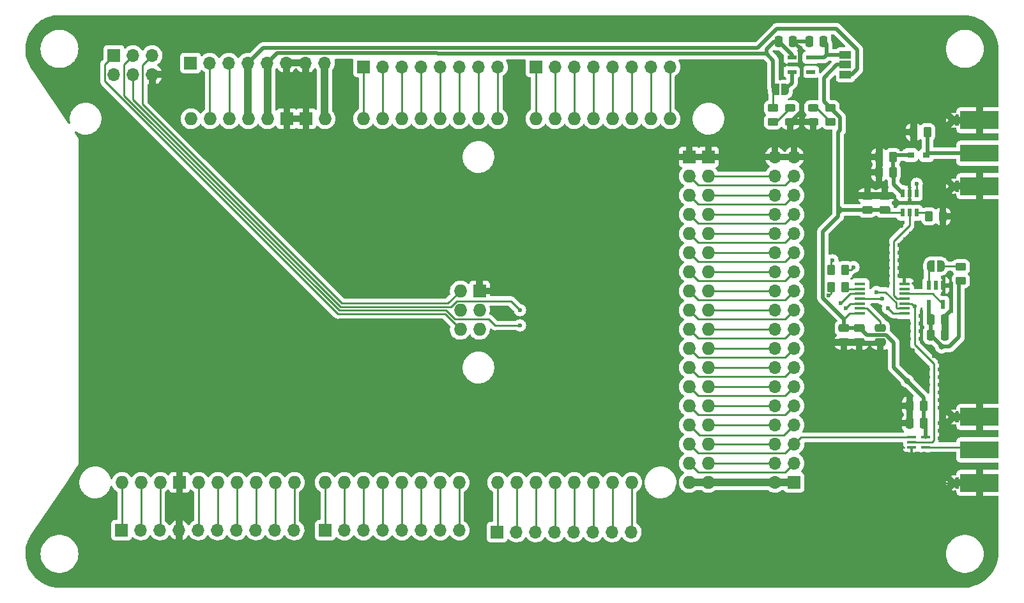
<source format=gtl>
%TF.GenerationSoftware,KiCad,Pcbnew,(6.0.10)*%
%TF.CreationDate,2025-05-13T20:49:54+02:00*%
%TF.ProjectId,Progetto Lidar,50726f67-6574-4746-9f20-4c696461722e,rev?*%
%TF.SameCoordinates,Original*%
%TF.FileFunction,Copper,L1,Top*%
%TF.FilePolarity,Positive*%
%FSLAX46Y46*%
G04 Gerber Fmt 4.6, Leading zero omitted, Abs format (unit mm)*
G04 Created by KiCad (PCBNEW (6.0.10)) date 2025-05-13 20:49:54*
%MOMM*%
%LPD*%
G01*
G04 APERTURE LIST*
G04 Aperture macros list*
%AMRoundRect*
0 Rectangle with rounded corners*
0 $1 Rounding radius*
0 $2 $3 $4 $5 $6 $7 $8 $9 X,Y pos of 4 corners*
0 Add a 4 corners polygon primitive as box body*
4,1,4,$2,$3,$4,$5,$6,$7,$8,$9,$2,$3,0*
0 Add four circle primitives for the rounded corners*
1,1,$1+$1,$2,$3*
1,1,$1+$1,$4,$5*
1,1,$1+$1,$6,$7*
1,1,$1+$1,$8,$9*
0 Add four rect primitives between the rounded corners*
20,1,$1+$1,$2,$3,$4,$5,0*
20,1,$1+$1,$4,$5,$6,$7,0*
20,1,$1+$1,$6,$7,$8,$9,0*
20,1,$1+$1,$8,$9,$2,$3,0*%
%AMFreePoly0*
4,1,22,0.500000,-0.750000,0.000000,-0.750000,0.000000,-0.745033,-0.079941,-0.743568,-0.215256,-0.701293,-0.333266,-0.622738,-0.424486,-0.514219,-0.481581,-0.384460,-0.499164,-0.250000,-0.500000,-0.250000,-0.500000,0.250000,-0.499164,0.250000,-0.499963,0.256109,-0.478152,0.396186,-0.417904,0.524511,-0.324060,0.630769,-0.204165,0.706417,-0.067858,0.745374,0.000000,0.744959,0.000000,0.750000,
0.500000,0.750000,0.500000,-0.750000,0.500000,-0.750000,$1*%
%AMFreePoly1*
4,1,20,0.000000,0.744959,0.073905,0.744508,0.209726,0.703889,0.328688,0.626782,0.421226,0.519385,0.479903,0.390333,0.500000,0.250000,0.500000,-0.250000,0.499851,-0.262216,0.476331,-0.402017,0.414519,-0.529596,0.319384,-0.634700,0.198574,-0.708877,0.061801,-0.746166,0.000000,-0.745033,0.000000,-0.750000,-0.500000,-0.750000,-0.500000,0.750000,0.000000,0.750000,0.000000,0.744959,
0.000000,0.744959,$1*%
G04 Aperture macros list end*
%TA.AperFunction,SMDPad,CuDef*%
%ADD10RoundRect,0.250000X-0.250000X-0.475000X0.250000X-0.475000X0.250000X0.475000X-0.250000X0.475000X0*%
%TD*%
%TA.AperFunction,SMDPad,CuDef*%
%ADD11R,5.080000X2.290000*%
%TD*%
%TA.AperFunction,SMDPad,CuDef*%
%ADD12R,5.080000X2.420000*%
%TD*%
%TA.AperFunction,ComponentPad*%
%ADD13C,0.970000*%
%TD*%
%TA.AperFunction,SMDPad,CuDef*%
%ADD14R,0.950000X0.460000*%
%TD*%
%TA.AperFunction,SMDPad,CuDef*%
%ADD15R,0.550000X1.050000*%
%TD*%
%TA.AperFunction,SMDPad,CuDef*%
%ADD16RoundRect,0.250000X-0.262500X-0.450000X0.262500X-0.450000X0.262500X0.450000X-0.262500X0.450000X0*%
%TD*%
%TA.AperFunction,ComponentPad*%
%ADD17R,1.700000X1.700000*%
%TD*%
%TA.AperFunction,ComponentPad*%
%ADD18O,1.700000X1.700000*%
%TD*%
%TA.AperFunction,SMDPad,CuDef*%
%ADD19R,1.200000X0.400000*%
%TD*%
%TA.AperFunction,SMDPad,CuDef*%
%ADD20R,1.200000X0.600000*%
%TD*%
%TA.AperFunction,SMDPad,CuDef*%
%ADD21R,1.500000X1.000000*%
%TD*%
%TA.AperFunction,SMDPad,CuDef*%
%ADD22RoundRect,0.250000X0.250000X0.475000X-0.250000X0.475000X-0.250000X-0.475000X0.250000X-0.475000X0*%
%TD*%
%TA.AperFunction,SMDPad,CuDef*%
%ADD23R,0.900000X0.800000*%
%TD*%
%TA.AperFunction,SMDPad,CuDef*%
%ADD24RoundRect,0.250000X-0.450000X0.262500X-0.450000X-0.262500X0.450000X-0.262500X0.450000X0.262500X0*%
%TD*%
%TA.AperFunction,SMDPad,CuDef*%
%ADD25RoundRect,0.243750X0.456250X-0.243750X0.456250X0.243750X-0.456250X0.243750X-0.456250X-0.243750X0*%
%TD*%
%TA.AperFunction,SMDPad,CuDef*%
%ADD26R,1.475000X0.450000*%
%TD*%
%TA.AperFunction,SMDPad,CuDef*%
%ADD27FreePoly0,0.000000*%
%TD*%
%TA.AperFunction,SMDPad,CuDef*%
%ADD28FreePoly1,0.000000*%
%TD*%
%TA.AperFunction,SMDPad,CuDef*%
%ADD29R,0.600000X1.200000*%
%TD*%
%TA.AperFunction,SMDPad,CuDef*%
%ADD30RoundRect,0.250000X0.262500X0.450000X-0.262500X0.450000X-0.262500X-0.450000X0.262500X-0.450000X0*%
%TD*%
%TA.AperFunction,SMDPad,CuDef*%
%ADD31RoundRect,0.250000X-0.475000X0.250000X-0.475000X-0.250000X0.475000X-0.250000X0.475000X0.250000X0*%
%TD*%
%TA.AperFunction,SMDPad,CuDef*%
%ADD32FreePoly0,180.000000*%
%TD*%
%TA.AperFunction,SMDPad,CuDef*%
%ADD33FreePoly1,180.000000*%
%TD*%
%TA.AperFunction,SMDPad,CuDef*%
%ADD34RoundRect,0.250000X0.475000X-0.250000X0.475000X0.250000X-0.475000X0.250000X-0.475000X-0.250000X0*%
%TD*%
%TA.AperFunction,SMDPad,CuDef*%
%ADD35RoundRect,0.250000X0.450000X-0.262500X0.450000X0.262500X-0.450000X0.262500X-0.450000X-0.262500X0*%
%TD*%
%TA.AperFunction,ComponentPad*%
%ADD36O,1.727200X1.727200*%
%TD*%
%TA.AperFunction,ComponentPad*%
%ADD37R,1.727200X1.727200*%
%TD*%
%TA.AperFunction,ViaPad*%
%ADD38C,0.600000*%
%TD*%
%TA.AperFunction,ViaPad*%
%ADD39C,0.800000*%
%TD*%
%TA.AperFunction,Conductor*%
%ADD40C,0.500000*%
%TD*%
%TA.AperFunction,Conductor*%
%ADD41C,1.000000*%
%TD*%
%TA.AperFunction,Conductor*%
%ADD42C,0.250000*%
%TD*%
G04 APERTURE END LIST*
D10*
%TO.P,C12,1*%
%TO.N,+3V3*%
X200472000Y-90932000D03*
%TO.P,C12,2*%
%TO.N,GND*%
X202372000Y-90932000D03*
%TD*%
D11*
%TO.P,J2,1,In*%
%TO.N,/RIC_STOP*%
X206952000Y-68834000D03*
D12*
%TO.P,J2,2,Ext*%
%TO.N,GND*%
X206952000Y-73214000D03*
D13*
X203512000Y-73214000D03*
D14*
X203962000Y-73214000D03*
D12*
X206952000Y-64454000D03*
D13*
X203512000Y-64454000D03*
D14*
X203962000Y-64454000D03*
%TD*%
D15*
%TO.P,IC_4,1,-IN*%
%TO.N,/ARD_V_REF*%
X198628000Y-74138000D03*
%TO.P,IC_4,2,V-*%
%TO.N,GND*%
X197678000Y-74138000D03*
%TO.P,IC_4,3,+IN*%
%TO.N,Net-(C10-Pad1)*%
X196728000Y-74138000D03*
%TO.P,IC_4,4,V+*%
%TO.N,+3V3*%
X196728000Y-76738000D03*
%TO.P,IC_4,5,OUT*%
%TO.N,/TDC_STOP*%
X197678000Y-76738000D03*
%TO.P,IC_4,6,SHDN*%
%TO.N,Net-(IC_4-Pad6)*%
X198628000Y-76738000D03*
%TD*%
D16*
%TO.P,R9,1*%
%TO.N,/SPI_MISO*%
X187301500Y-86614000D03*
%TO.P,R9,2*%
%TO.N,Net-(IC_1-Pad9)*%
X189126500Y-86614000D03*
%TD*%
D17*
%TO.P,J10,1,Pin_1*%
%TO.N,/ARD_AN_A8*%
X148154065Y-57372981D03*
D18*
%TO.P,J10,2,Pin_2*%
%TO.N,/ARD_AN_A9*%
X150694065Y-57372981D03*
%TO.P,J10,3,Pin_3*%
%TO.N,/ARD_AN_A10*%
X153234065Y-57372981D03*
%TO.P,J10,4,Pin_4*%
%TO.N,/ARD_AN_A11*%
X155774065Y-57372981D03*
%TO.P,J10,5,Pin_5*%
%TO.N,/ARD_V_REF*%
X158314065Y-57372981D03*
%TO.P,J10,6,Pin_6*%
%TO.N,/ARD_AN_DAC1*%
X160854065Y-57372981D03*
%TO.P,J10,7,Pin_7*%
%TO.N,/ARD_CAN_RX*%
X163394065Y-57372981D03*
%TO.P,J10,8,Pin_8*%
%TO.N,/ARD_CAN_TX*%
X165934065Y-57372981D03*
%TD*%
D19*
%TO.P,IC_3,1,~{OE}*%
%TO.N,/ARD_BUFF_EN*%
X197932000Y-106538000D03*
%TO.P,IC_3,2,A*%
%TO.N,/TDC_START*%
X197932000Y-107188000D03*
%TO.P,IC_3,3,GND*%
%TO.N,GND*%
X197932000Y-107838000D03*
%TO.P,IC_3,4,Y*%
%TO.N,/BUFFER_START*%
X199832000Y-107838000D03*
%TO.P,IC_3,5,VCC*%
%TO.N,+3V3*%
X199832000Y-106538000D03*
%TD*%
D20*
%TO.P,IC_5,1,IN*%
%TO.N,+5V*%
X182084000Y-56146000D03*
%TO.P,IC_5,2,GND*%
%TO.N,GND*%
X182084000Y-57096000D03*
%TO.P,IC_5,3,EN*%
%TO.N,Net-(IC_5-Pad3)*%
X182084000Y-58046000D03*
%TO.P,IC_5,4,NC*%
%TO.N,unconnected-(IC_5-Pad4)*%
X184584000Y-58046000D03*
%TO.P,IC_5,5,OUT*%
%TO.N,Net-(C2-Pad1)*%
X184584000Y-56146000D03*
%TD*%
D21*
%TO.P,JP2,1,A*%
%TO.N,Net-(C2-Pad1)*%
X189176000Y-55796000D03*
%TO.P,JP2,2,C*%
%TO.N,+3V3*%
X189176000Y-57096000D03*
%TO.P,JP2,3,B*%
%TO.N,/3V3_ARDUINO*%
X189176000Y-58396000D03*
%TD*%
D11*
%TO.P,J1,1,In*%
%TO.N,/BUFFER_START*%
X206952000Y-108204000D03*
D12*
%TO.P,J1,2,Ext*%
%TO.N,GND*%
X206952000Y-112584000D03*
D14*
X203962000Y-112584000D03*
X203962000Y-103824000D03*
D13*
X203512000Y-112584000D03*
X203512000Y-103824000D03*
D12*
X206952000Y-103824000D03*
%TD*%
D22*
%TO.P,C5,1*%
%TO.N,+3V3*%
X199578000Y-102362000D03*
%TO.P,C5,2*%
%TO.N,GND*%
X197678000Y-102362000D03*
%TD*%
D17*
%TO.P,J8,1,Pin_1*%
%TO.N,/SPI_MISO*%
X92217000Y-55860000D03*
D18*
%TO.P,J8,2,Pin_2*%
%TO.N,+5V*%
X92217000Y-58400000D03*
%TO.P,J8,3,Pin_3*%
%TO.N,/SPI_SCK*%
X94757000Y-55860000D03*
%TO.P,J8,4,Pin_4*%
%TO.N,/SPI_MOSI*%
X94757000Y-58400000D03*
%TO.P,J8,5,Pin_5*%
%TO.N,/SPI_RESET*%
X97297000Y-55860000D03*
%TO.P,J8,6,Pin_6*%
%TO.N,GND*%
X97297000Y-58400000D03*
%TD*%
D23*
%TO.P,D3,1,K*%
%TO.N,Net-(C10-Pad1)*%
X197832000Y-69088000D03*
%TO.P,D3,2,A*%
%TO.N,/RIC_STOP*%
X199932000Y-69088000D03*
%TD*%
D17*
%TO.P,J7,1,Pin_1*%
%TO.N,unconnected-(J7-Pad1)*%
X102377000Y-56871000D03*
D18*
%TO.P,J7,2,Pin_2*%
%TO.N,/ARD_AN_IORF*%
X104917000Y-56871000D03*
%TO.P,J7,3,Pin_3*%
%TO.N,/ARD_AN_RST1*%
X107457000Y-56871000D03*
%TO.P,J7,4,Pin_4*%
%TO.N,/3V3_ARDUINO*%
X109997000Y-56871000D03*
%TO.P,J7,5,Pin_5*%
%TO.N,+5V*%
X112537000Y-56871000D03*
%TO.P,J7,6,Pin_6*%
%TO.N,GND*%
X115077000Y-56871000D03*
%TO.P,J7,7,Pin_7*%
X117617000Y-56871000D03*
%TO.P,J7,8,Pin_8*%
%TO.N,/ARD_VIN*%
X120157000Y-56871000D03*
%TD*%
D22*
%TO.P,C10,1*%
%TO.N,Net-(C10-Pad1)*%
X195514000Y-71374000D03*
%TO.P,C10,2*%
%TO.N,GND*%
X193614000Y-71374000D03*
%TD*%
D24*
%TO.P,R3,1*%
%TO.N,+3V3*%
X187198000Y-62841500D03*
%TO.P,R3,2*%
%TO.N,Net-(D2-Pad2)*%
X187198000Y-64666500D03*
%TD*%
D25*
%TO.P,D2,1,K*%
%TO.N,GND*%
X184912000Y-64691500D03*
%TO.P,D2,2,A*%
%TO.N,Net-(D2-Pad2)*%
X184912000Y-62816500D03*
%TD*%
D26*
%TO.P,IC_1,1,ENABLE*%
%TO.N,/TDC_EN*%
X196994000Y-90088000D03*
%TO.P,IC_1,2,TRIGG*%
%TO.N,/ARD_TRIG*%
X196994000Y-89438000D03*
%TO.P,IC_1,3,START*%
%TO.N,/TDC_START*%
X196994000Y-88788000D03*
%TO.P,IC_1,4,STOP*%
%TO.N,/TDC_STOP*%
X196994000Y-88138000D03*
%TO.P,IC_1,5,CLOCK*%
%TO.N,/TDC_CLOCK*%
X196994000Y-87488000D03*
%TO.P,IC_1,6,NC*%
%TO.N,unconnected-(IC_1-Pad6)*%
X196994000Y-86838000D03*
%TO.P,IC_1,7,GND*%
%TO.N,GND*%
X196994000Y-86188000D03*
%TO.P,IC_1,8,INTB*%
%TO.N,unconnected-(IC_1-Pad8)*%
X191118000Y-86188000D03*
%TO.P,IC_1,9,DOUT*%
%TO.N,Net-(IC_1-Pad9)*%
X191118000Y-86838000D03*
%TO.P,IC_1,10,DIN*%
%TO.N,/SPI_MOSI*%
X191118000Y-87488000D03*
%TO.P,IC_1,11,CSB*%
%TO.N,/SPI_CS*%
X191118000Y-88138000D03*
%TO.P,IC_1,12,SCLK*%
%TO.N,/SPI_SCK*%
X191118000Y-88788000D03*
%TO.P,IC_1,13,VREG*%
%TO.N,Net-(C4-Pad1)*%
X191118000Y-89438000D03*
%TO.P,IC_1,14,VDD*%
%TO.N,+3V3*%
X191118000Y-90088000D03*
%TD*%
D27*
%TO.P,JP3,1,A*%
%TO.N,Net-(IC_2-Pad3)*%
X200518000Y-83820000D03*
D28*
%TO.P,JP3,2,B*%
%TO.N,Net-(JP3-Pad2)*%
X201818000Y-83820000D03*
%TD*%
D22*
%TO.P,C2,1*%
%TO.N,Net-(C2-Pad1)*%
X186296000Y-53982000D03*
%TO.P,C2,2*%
%TO.N,GND*%
X184396000Y-53982000D03*
%TD*%
D17*
%TO.P,J5,1,Pin_1*%
%TO.N,/ARD_GPIO_D7*%
X120217335Y-118864561D03*
D18*
%TO.P,J5,2,Pin_2*%
%TO.N,/ARD_GPIO_D6*%
X122757335Y-118864561D03*
%TO.P,J5,3,Pin_3*%
%TO.N,/ARD_GPIO_D5*%
X125297335Y-118864561D03*
%TO.P,J5,4,Pin_4*%
%TO.N,/ARD_GPIO_D4*%
X127837335Y-118864561D03*
%TO.P,J5,5,Pin_5*%
%TO.N,/ARD_GPIO_D3*%
X130377335Y-118864561D03*
%TO.P,J5,6,Pin_6*%
%TO.N,/ARD_GPIO_D2*%
X132917335Y-118864561D03*
%TO.P,J5,7,Pin_7*%
%TO.N,/ARD_SR_TX0*%
X135457335Y-118864561D03*
%TO.P,J5,8,Pin_8*%
%TO.N,/ARD_SR_RX0*%
X137997335Y-118864561D03*
%TD*%
D29*
%TO.P,IC_2,1,GND*%
%TO.N,GND*%
X202118000Y-86380000D03*
%TO.P,IC_2,2,NC*%
%TO.N,unconnected-(IC_2-Pad2)*%
X201168000Y-86380000D03*
%TO.P,IC_2,3,OE/NC*%
%TO.N,Net-(IC_2-Pad3)*%
X200218000Y-86380000D03*
%TO.P,IC_2,4,VDD*%
%TO.N,+3V3*%
X200218000Y-88880000D03*
%TO.P,IC_2,5,OUT*%
%TO.N,/TDC_CLOCK*%
X202118000Y-88880000D03*
%TD*%
D30*
%TO.P,R5,1*%
%TO.N,Net-(C10-Pad1)*%
X195476500Y-69342000D03*
%TO.P,R5,2*%
%TO.N,GND*%
X193651500Y-69342000D03*
%TD*%
D31*
%TO.P,C11,1*%
%TO.N,+3V3*%
X188976000Y-92014000D03*
%TO.P,C11,2*%
%TO.N,GND*%
X188976000Y-93914000D03*
%TD*%
D32*
%TO.P,JP1,1,A*%
%TO.N,Net-(IC_5-Pad3)*%
X181190000Y-60398000D03*
D33*
%TO.P,JP1,2,B*%
%TO.N,+5V*%
X179890000Y-60398000D03*
%TD*%
D10*
%TO.P,C7,1*%
%TO.N,+3V3*%
X200472000Y-92964000D03*
%TO.P,C7,2*%
%TO.N,GND*%
X202372000Y-92964000D03*
%TD*%
%TO.P,C1,1*%
%TO.N,+5V*%
X180332000Y-53982000D03*
%TO.P,C1,2*%
%TO.N,GND*%
X182232000Y-53982000D03*
%TD*%
D30*
%TO.P,R10,1*%
%TO.N,GND*%
X202080500Y-77216000D03*
%TO.P,R10,2*%
%TO.N,Net-(IC_4-Pad6)*%
X200255500Y-77216000D03*
%TD*%
D31*
%TO.P,C4,1*%
%TO.N,Net-(C4-Pad1)*%
X193802000Y-92014000D03*
%TO.P,C4,2*%
%TO.N,GND*%
X193802000Y-93914000D03*
%TD*%
D25*
%TO.P,D1,1,K*%
%TO.N,GND*%
X181864000Y-64691500D03*
%TO.P,D1,2,A*%
%TO.N,Net-(D1-Pad2)*%
X181864000Y-62816500D03*
%TD*%
D34*
%TO.P,C6,1*%
%TO.N,+3V3*%
X192090000Y-76388000D03*
%TO.P,C6,2*%
%TO.N,GND*%
X192090000Y-74488000D03*
%TD*%
D17*
%TO.P,J9,1,Pin_1*%
%TO.N,/ARD_AN_A0*%
X125311958Y-57372981D03*
D18*
%TO.P,J9,2,Pin_2*%
%TO.N,/ARD_AN_A1*%
X127851958Y-57372981D03*
%TO.P,J9,3,Pin_3*%
%TO.N,/ARD_AN_A2*%
X130391958Y-57372981D03*
%TO.P,J9,4,Pin_4*%
%TO.N,/ARD_AN_A3*%
X132931958Y-57372981D03*
%TO.P,J9,5,Pin_5*%
%TO.N,/ARD_AN_A4*%
X135471958Y-57372981D03*
%TO.P,J9,6,Pin_6*%
%TO.N,/ARD_AN_A5*%
X138011958Y-57372981D03*
%TO.P,J9,7,Pin_7*%
%TO.N,/ARD_AN_A6*%
X140551958Y-57372981D03*
%TO.P,J9,8,Pin_8*%
%TO.N,/ARD_AN_A7*%
X143091958Y-57372981D03*
%TD*%
D22*
%TO.P,C8,1*%
%TO.N,+3V3*%
X199578000Y-104648000D03*
%TO.P,C8,2*%
%TO.N,GND*%
X197678000Y-104648000D03*
%TD*%
D17*
%TO.P,J6,1,Pin_1*%
%TO.N,/ARD_SR_TX3*%
X143017000Y-119101000D03*
D18*
%TO.P,J6,2,Pin_2*%
%TO.N,/ARD_SR_RX3*%
X145557000Y-119101000D03*
%TO.P,J6,3,Pin_3*%
%TO.N,/ARD_SR_TX2*%
X148097000Y-119101000D03*
%TO.P,J6,4,Pin_4*%
%TO.N,/ARD_SR_RX2*%
X150637000Y-119101000D03*
%TO.P,J6,5,Pin_5*%
%TO.N,/ARD_SR_TX1*%
X153177000Y-119101000D03*
%TO.P,J6,6,Pin_6*%
%TO.N,/ARD_SR_RX1*%
X155717000Y-119101000D03*
%TO.P,J6,7,Pin_7*%
%TO.N,/ARD_I2C_SDA*%
X158257000Y-119101000D03*
%TO.P,J6,8,Pin_8*%
%TO.N,/ARD_I2C_SCL*%
X160797000Y-119101000D03*
%TD*%
D34*
%TO.P,C9,1*%
%TO.N,+3V3*%
X194376000Y-76388000D03*
%TO.P,C9,2*%
%TO.N,GND*%
X194376000Y-74488000D03*
%TD*%
D30*
%TO.P,R4,1*%
%TO.N,/RIC_STOP*%
X200048500Y-66040000D03*
%TO.P,R4,2*%
%TO.N,GND*%
X198223500Y-66040000D03*
%TD*%
D17*
%TO.P,J4,1,Pin_1*%
%TO.N,/ARD_I2C_SCL1*%
X93248000Y-118847000D03*
D18*
%TO.P,J4,2,Pin_2*%
%TO.N,/ARD_I2C_SDA1*%
X95788000Y-118847000D03*
%TO.P,J4,3,Pin_3*%
%TO.N,/ARD_AN_AREF*%
X98328000Y-118847000D03*
%TO.P,J4,4,Pin_4*%
%TO.N,GND*%
X100868000Y-118847000D03*
%TO.P,J4,5,Pin_5*%
%TO.N,/ARD_GPIO_D13*%
X103408000Y-118847000D03*
%TO.P,J4,6,Pin_6*%
%TO.N,/ARD_GPIO_D12*%
X105948000Y-118847000D03*
%TO.P,J4,7,Pin_7*%
%TO.N,/ARD_GPIO_D11*%
X108488000Y-118847000D03*
%TO.P,J4,8,Pin_8*%
%TO.N,/ARD_GPIO_D10*%
X111028000Y-118847000D03*
%TO.P,J4,9,Pin_9*%
%TO.N,/ARD_GPIO_D9*%
X113568000Y-118847000D03*
%TO.P,J4,10,Pin_10*%
%TO.N,/ARD_GPIO_D8*%
X116108000Y-118847000D03*
%TD*%
D35*
%TO.P,R1,1*%
%TO.N,+3V3*%
X204470000Y-85748500D03*
%TO.P,R1,2*%
%TO.N,Net-(JP3-Pad2)*%
X204470000Y-83923500D03*
%TD*%
D31*
%TO.P,C3,1*%
%TO.N,+3V3*%
X191008000Y-92014000D03*
%TO.P,C3,2*%
%TO.N,GND*%
X191008000Y-93914000D03*
%TD*%
D30*
%TO.P,R6,1*%
%TO.N,/SPI_CS*%
X189126500Y-84328000D03*
%TO.P,R6,2*%
%TO.N,/ARD_GPIO_44*%
X187301500Y-84328000D03*
%TD*%
D24*
%TO.P,R2,1*%
%TO.N,+5V*%
X179578000Y-62841500D03*
%TO.P,R2,2*%
%TO.N,Net-(D1-Pad2)*%
X179578000Y-64666500D03*
%TD*%
D17*
%TO.P,J3,1,Pin_1*%
%TO.N,+5V*%
X182372000Y-112522000D03*
D18*
%TO.P,J3,2,Pin_2*%
X179832000Y-112522000D03*
%TO.P,J3,3,Pin_3*%
%TO.N,/ARD_GPIO_D22*%
X182372000Y-109982000D03*
%TO.P,J3,4,Pin_4*%
%TO.N,/ARD_GPIO_D23*%
X179832000Y-109982000D03*
%TO.P,J3,5,Pin_5*%
%TO.N,/ARD_BUFF_EN*%
X182372000Y-107442000D03*
%TO.P,J3,6,Pin_6*%
%TO.N,/ARD_GPIO_D25*%
X179832000Y-107442000D03*
%TO.P,J3,7,Pin_7*%
%TO.N,/ARD_GPIO_D26*%
X182372000Y-104902000D03*
%TO.P,J3,8,Pin_8*%
%TO.N,/ARD_GPIO_D27*%
X179832000Y-104902000D03*
%TO.P,J3,9,Pin_9*%
%TO.N,/ARD_GPIO_D28*%
X182372000Y-102362000D03*
%TO.P,J3,10,Pin_10*%
%TO.N,/ARD_GPIO_D29*%
X179832000Y-102362000D03*
%TO.P,J3,11,Pin_11*%
%TO.N,/ARD_GPIO_D30*%
X182372000Y-99822000D03*
%TO.P,J3,12,Pin_12*%
%TO.N,/ARD_GPIO_D31*%
X179832000Y-99822000D03*
%TO.P,J3,13,Pin_13*%
%TO.N,/ARD_GPIO_D32*%
X182372000Y-97282000D03*
%TO.P,J3,14,Pin_14*%
%TO.N,/ARD_GPIO_D33*%
X179832000Y-97282000D03*
%TO.P,J3,15,Pin_15*%
%TO.N,/TDC_START*%
X182372000Y-94742000D03*
%TO.P,J3,16,Pin_16*%
%TO.N,/ARD_GPIO_D35*%
X179832000Y-94742000D03*
%TO.P,J3,17,Pin_17*%
%TO.N,/ARD_GPIO_D36*%
X182372000Y-92202000D03*
%TO.P,J3,18,Pin_18*%
%TO.N,/ARD_GPIO_D37*%
X179832000Y-92202000D03*
%TO.P,J3,19,Pin_19*%
%TO.N,/TDC_EN*%
X182372000Y-89662000D03*
%TO.P,J3,20,Pin_20*%
%TO.N,/ARD_GPIO_D39*%
X179832000Y-89662000D03*
%TO.P,J3,21,Pin_21*%
%TO.N,/ARD_GPIO_D40*%
X182372000Y-87122000D03*
%TO.P,J3,22,Pin_22*%
%TO.N,/ARD_GPIO_D41*%
X179832000Y-87122000D03*
%TO.P,J3,23,Pin_23*%
%TO.N,/ARD_TRIG*%
X182372000Y-84582000D03*
%TO.P,J3,24,Pin_24*%
%TO.N,/ARD_GPIO_D43*%
X179832000Y-84582000D03*
%TO.P,J3,25,Pin_25*%
%TO.N,/ARD_GPIO_44*%
X182372000Y-82042000D03*
%TO.P,J3,26,Pin_26*%
%TO.N,/ARD_GPIO_45*%
X179832000Y-82042000D03*
%TO.P,J3,27,Pin_27*%
%TO.N,/ARD_GPIO_46*%
X182372000Y-79502000D03*
%TO.P,J3,28,Pin_28*%
%TO.N,/ARD_GPIO_47*%
X179832000Y-79502000D03*
%TO.P,J3,29,Pin_29*%
%TO.N,/ARD_GPIO_48*%
X182372000Y-76962000D03*
%TO.P,J3,30,Pin_30*%
%TO.N,/ARD_GPIO_49*%
X179832000Y-76962000D03*
%TO.P,J3,31,Pin_31*%
%TO.N,/ARD_GPIO_50*%
X182372000Y-74422000D03*
%TO.P,J3,32,Pin_32*%
%TO.N,/ARD_GPIO_51*%
X179832000Y-74422000D03*
%TO.P,J3,33,Pin_33*%
%TO.N,/ARD_GPIO_52*%
X182372000Y-71882000D03*
%TO.P,J3,34,Pin_34*%
%TO.N,/ARD_GPIO_53*%
X179832000Y-71882000D03*
%TO.P,J3,35,Pin_35*%
%TO.N,GND*%
X182372000Y-69342000D03*
%TO.P,J3,36,Pin_36*%
X179832000Y-69342000D03*
%TD*%
D36*
%TO.P,IC_0,*%
%TO.N,*%
X102440000Y-64262000D03*
%TO.P,IC_0,3V3,3.3V*%
%TO.N,/3V3_ARDUINO*%
X110060000Y-64262000D03*
%TO.P,IC_0,5V1,5V*%
%TO.N,+5V*%
X112600000Y-64262000D03*
%TO.P,IC_0,5V2,SPI_5V*%
X140667000Y-92202000D03*
%TO.P,IC_0,5V3,5V*%
X168480000Y-112522000D03*
%TO.P,IC_0,5V4,5V*%
X171020000Y-112522000D03*
%TO.P,IC_0,A0,A0*%
%TO.N,/ARD_AN_A0*%
X125300000Y-64262000D03*
%TO.P,IC_0,A1,A1*%
%TO.N,/ARD_AN_A1*%
X127840000Y-64262000D03*
%TO.P,IC_0,A2,A2*%
%TO.N,/ARD_AN_A2*%
X130380000Y-64262000D03*
%TO.P,IC_0,A3,A3*%
%TO.N,/ARD_AN_A3*%
X132920000Y-64262000D03*
%TO.P,IC_0,A4,A4*%
%TO.N,/ARD_AN_A4*%
X135460000Y-64262000D03*
%TO.P,IC_0,A5,A5*%
%TO.N,/ARD_AN_A5*%
X138000000Y-64262000D03*
%TO.P,IC_0,A6,A6*%
%TO.N,/ARD_AN_A6*%
X140540000Y-64262000D03*
%TO.P,IC_0,A7,A7*%
%TO.N,/ARD_AN_A7*%
X143080000Y-64262000D03*
%TO.P,IC_0,A8,A8*%
%TO.N,/ARD_AN_A8*%
X148160000Y-64262000D03*
%TO.P,IC_0,A9,A9*%
%TO.N,/ARD_AN_A9*%
X150700000Y-64262000D03*
%TO.P,IC_0,A10,A10*%
%TO.N,/ARD_AN_A10*%
X153240000Y-64262000D03*
%TO.P,IC_0,A11,A11*%
%TO.N,/ARD_AN_A11*%
X155780000Y-64262000D03*
%TO.P,IC_0,AREF,AREF*%
%TO.N,/ARD_AN_AREF*%
X98376000Y-112522000D03*
%TO.P,IC_0,CANR,CANRX*%
%TO.N,/ARD_CAN_RX*%
X163400000Y-64262000D03*
%TO.P,IC_0,CANT,CANTX*%
%TO.N,/ARD_CAN_TX*%
X165940000Y-64262000D03*
%TO.P,IC_0,D0,D0/RX0*%
%TO.N,/ARD_SR_RX0*%
X138000000Y-112522000D03*
%TO.P,IC_0,D1,D1/TX0*%
%TO.N,/ARD_SR_TX0*%
X135460000Y-112522000D03*
%TO.P,IC_0,D2,D2*%
%TO.N,/ARD_GPIO_D2*%
X132920000Y-112522000D03*
%TO.P,IC_0,D3,D3*%
%TO.N,/ARD_GPIO_D3*%
X130380000Y-112522000D03*
%TO.P,IC_0,D4,D4_CS1*%
%TO.N,/ARD_GPIO_D4*%
X127840000Y-112522000D03*
%TO.P,IC_0,D5,D5*%
%TO.N,/ARD_GPIO_D5*%
X125300000Y-112522000D03*
%TO.P,IC_0,D6,D6*%
%TO.N,/ARD_GPIO_D6*%
X122760000Y-112522000D03*
%TO.P,IC_0,D7,D7*%
%TO.N,/ARD_GPIO_D7*%
X120220000Y-112522000D03*
%TO.P,IC_0,D8,D8*%
%TO.N,/ARD_GPIO_D8*%
X116156000Y-112522000D03*
%TO.P,IC_0,D9,D9*%
%TO.N,/ARD_GPIO_D9*%
X113616000Y-112522000D03*
%TO.P,IC_0,D10,D10_CS0*%
%TO.N,/ARD_GPIO_D10*%
X111076000Y-112522000D03*
%TO.P,IC_0,D11,D11*%
%TO.N,/ARD_GPIO_D11*%
X108536000Y-112522000D03*
%TO.P,IC_0,D12,D12*%
%TO.N,/ARD_GPIO_D12*%
X105996000Y-112522000D03*
%TO.P,IC_0,D13,D13*%
%TO.N,/ARD_GPIO_D13*%
X103456000Y-112522000D03*
%TO.P,IC_0,D14,D14/TX3*%
%TO.N,/ARD_SR_TX3*%
X143080000Y-112522000D03*
%TO.P,IC_0,D15,D15/RX3*%
%TO.N,/ARD_SR_RX3*%
X145620000Y-112522000D03*
%TO.P,IC_0,D16,D16/TX2*%
%TO.N,/ARD_SR_TX2*%
X148160000Y-112522000D03*
%TO.P,IC_0,D17,D17/RX2*%
%TO.N,/ARD_SR_RX2*%
X150700000Y-112522000D03*
%TO.P,IC_0,D18,D18/TX1*%
%TO.N,/ARD_SR_TX1*%
X153240000Y-112522000D03*
%TO.P,IC_0,D19,D19/RX1*%
%TO.N,/ARD_SR_RX1*%
X155780000Y-112522000D03*
%TO.P,IC_0,D20,D20/SDA*%
%TO.N,/ARD_I2C_SDA*%
X158320000Y-112522000D03*
%TO.P,IC_0,D21,D21/SCL*%
%TO.N,/ARD_I2C_SCL*%
X160860000Y-112522000D03*
%TO.P,IC_0,D22,D22*%
%TO.N,/ARD_GPIO_D22*%
X168480000Y-109982000D03*
%TO.P,IC_0,D23,D23*%
%TO.N,/ARD_GPIO_D23*%
X171020000Y-109982000D03*
%TO.P,IC_0,D24,D24*%
%TO.N,/ARD_BUFF_EN*%
X168480000Y-107442000D03*
%TO.P,IC_0,D25,D25*%
%TO.N,/ARD_GPIO_D25*%
X171020000Y-107442000D03*
%TO.P,IC_0,D26,D26*%
%TO.N,/ARD_GPIO_D26*%
X168480000Y-104902000D03*
%TO.P,IC_0,D27,D27*%
%TO.N,/ARD_GPIO_D27*%
X171020000Y-104902000D03*
%TO.P,IC_0,D28,D28*%
%TO.N,/ARD_GPIO_D28*%
X168480000Y-102362000D03*
%TO.P,IC_0,D29,D29*%
%TO.N,/ARD_GPIO_D29*%
X171020000Y-102362000D03*
%TO.P,IC_0,D30,D30*%
%TO.N,/ARD_GPIO_D30*%
X168480000Y-99822000D03*
%TO.P,IC_0,D31,D31*%
%TO.N,/ARD_GPIO_D31*%
X171020000Y-99822000D03*
%TO.P,IC_0,D32,D32*%
%TO.N,/ARD_GPIO_D32*%
X168480000Y-97282000D03*
%TO.P,IC_0,D33,D33*%
%TO.N,/ARD_GPIO_D33*%
X171020000Y-97282000D03*
%TO.P,IC_0,D34,D34*%
%TO.N,/TDC_START*%
X168480000Y-94742000D03*
%TO.P,IC_0,D35,D35*%
%TO.N,/ARD_GPIO_D35*%
X171020000Y-94742000D03*
%TO.P,IC_0,D36,D36*%
%TO.N,/ARD_GPIO_D36*%
X168480000Y-92202000D03*
%TO.P,IC_0,D37,D37*%
%TO.N,/ARD_GPIO_D37*%
X171020000Y-92202000D03*
%TO.P,IC_0,D38,D38*%
%TO.N,/TDC_EN*%
X168480000Y-89662000D03*
%TO.P,IC_0,D39,D39*%
%TO.N,/ARD_GPIO_D39*%
X171020000Y-89662000D03*
%TO.P,IC_0,D40,D40*%
%TO.N,/ARD_GPIO_D40*%
X168480000Y-87122000D03*
%TO.P,IC_0,D41,D41*%
%TO.N,/ARD_GPIO_D41*%
X171020000Y-87122000D03*
%TO.P,IC_0,D42,D42*%
%TO.N,/ARD_TRIG*%
X168480000Y-84582000D03*
%TO.P,IC_0,D43,D43*%
%TO.N,/ARD_GPIO_D43*%
X171020000Y-84582000D03*
%TO.P,IC_0,D44,D44*%
%TO.N,/ARD_GPIO_44*%
X168480000Y-82042000D03*
%TO.P,IC_0,D45,D45*%
%TO.N,/ARD_GPIO_45*%
X171020000Y-82042000D03*
%TO.P,IC_0,D46,D46*%
%TO.N,/ARD_GPIO_46*%
X168480000Y-79502000D03*
%TO.P,IC_0,D47,D47*%
%TO.N,/ARD_GPIO_47*%
X171020000Y-79502000D03*
%TO.P,IC_0,D48,D48*%
%TO.N,/ARD_GPIO_48*%
X168480000Y-76962000D03*
%TO.P,IC_0,D49,D49*%
%TO.N,/ARD_GPIO_49*%
X171020000Y-76962000D03*
%TO.P,IC_0,D50,D50*%
%TO.N,/ARD_GPIO_50*%
X168480000Y-74422000D03*
%TO.P,IC_0,D51,D51*%
%TO.N,/ARD_GPIO_51*%
X171020000Y-74422000D03*
%TO.P,IC_0,D52,D52_CS2*%
%TO.N,/ARD_GPIO_52*%
X168480000Y-71882000D03*
%TO.P,IC_0,D53,D53*%
%TO.N,/ARD_GPIO_53*%
X171020000Y-71882000D03*
%TO.P,IC_0,DAC0,DAC0*%
%TO.N,/ARD_V_REF*%
X158320000Y-64262000D03*
%TO.P,IC_0,DAC1,DAC1*%
%TO.N,/ARD_AN_DAC1*%
X160860000Y-64262000D03*
D37*
%TO.P,IC_0,GND1,GND*%
%TO.N,GND*%
X100916000Y-112522000D03*
%TO.P,IC_0,GND2,GND*%
X115140000Y-64262000D03*
%TO.P,IC_0,GND3,GND*%
X117680000Y-64262000D03*
%TO.P,IC_0,GND4,SPI_GND*%
X140667000Y-87122000D03*
%TO.P,IC_0,GND5,GND*%
X168480000Y-69342000D03*
%TO.P,IC_0,GND6,GND*%
X171020000Y-69342000D03*
D36*
%TO.P,IC_0,IORF,IOREF*%
%TO.N,/ARD_AN_IORF*%
X104980000Y-64262000D03*
%TO.P,IC_0,MISO,SPI_MISO*%
%TO.N,/SPI_MISO*%
X138127000Y-92202000D03*
%TO.P,IC_0,MOSI,SPI_MOSI*%
%TO.N,Net-(IC_0-PadMOSI)*%
X140667000Y-89662000D03*
%TO.P,IC_0,RST1,RESET*%
%TO.N,/ARD_AN_RST1*%
X107520000Y-64262000D03*
%TO.P,IC_0,RST2,SPI_RESET*%
%TO.N,/SPI_RESET*%
X138127000Y-87122000D03*
%TO.P,IC_0,SCK,SPI_SCK*%
%TO.N,Net-(IC_0-PadSCK)*%
X138127000Y-89662000D03*
%TO.P,IC_0,SCL1,SCL1*%
%TO.N,/ARD_I2C_SCL1*%
X93296000Y-112522000D03*
%TO.P,IC_0,SDA1,SDA1*%
%TO.N,/ARD_I2C_SDA1*%
X95836000Y-112522000D03*
%TO.P,IC_0,VIN,VIN*%
%TO.N,/ARD_VIN*%
X120220000Y-64262000D03*
%TD*%
D38*
%TO.N,/SPI_CS*%
X194056000Y-88138000D03*
X190246000Y-83957500D03*
%TO.N,/ARD_V_REF*%
X198628000Y-72898000D03*
%TO.N,/ARD_TRIG*%
X193294000Y-87259500D03*
%TO.N,/TDC_EN*%
X194818000Y-89408000D03*
D39*
%TO.N,GND*%
X192024000Y-80010000D03*
D38*
X188214000Y-54102000D03*
X160020000Y-95504000D03*
X199898000Y-75184000D03*
X201676000Y-98552000D03*
X194818000Y-81026000D03*
X166624000Y-91694000D03*
X197866000Y-71374000D03*
X201422000Y-70104000D03*
X199136000Y-90424000D03*
X199898000Y-72136000D03*
X160020000Y-84074000D03*
X195326000Y-107696000D03*
X198628000Y-78740000D03*
X197612000Y-72898000D03*
X203200000Y-86106000D03*
X132080000Y-77470000D03*
X202692000Y-108712000D03*
X201676000Y-101600000D03*
D39*
X197104000Y-94742000D03*
D38*
X196342000Y-81026000D03*
X200914000Y-95758000D03*
X193294000Y-67818000D03*
X199898000Y-71120000D03*
X195326000Y-91186000D03*
X199644000Y-109728000D03*
X200152000Y-97536000D03*
X199644000Y-108712000D03*
X194818000Y-82042000D03*
X196850000Y-71374000D03*
X160020000Y-101346000D03*
X154686000Y-84074000D03*
X201676000Y-99568000D03*
X195326000Y-104648000D03*
X196342000Y-107696000D03*
X196850000Y-70358000D03*
X199136000Y-93472000D03*
X154432000Y-95504000D03*
X132080000Y-71628000D03*
X200660000Y-109728000D03*
X201676000Y-105664000D03*
X194818000Y-80010000D03*
X200660000Y-108712000D03*
X184658000Y-85598000D03*
X196342000Y-82042000D03*
X199136000Y-91440000D03*
X199898000Y-74168000D03*
X184658000Y-92202000D03*
X194818000Y-83058000D03*
X196342000Y-85090000D03*
X198628000Y-109728000D03*
X111760000Y-96012000D03*
X202438000Y-70104000D03*
X194818000Y-86106000D03*
X112014000Y-101854000D03*
X117348000Y-101854000D03*
X195326000Y-105664000D03*
X197612000Y-92456000D03*
X192278000Y-67818000D03*
X198628000Y-108712000D03*
X201676000Y-106680000D03*
X154686000Y-101346000D03*
X184658000Y-87122000D03*
X195580000Y-67818000D03*
X117348000Y-96012000D03*
X193802000Y-85090000D03*
X197866000Y-79502000D03*
X201676000Y-97536000D03*
X126492000Y-71628000D03*
X192278000Y-68834000D03*
X201676000Y-96520000D03*
X197612000Y-91440000D03*
X201676000Y-109728000D03*
X196342000Y-108712000D03*
X195326000Y-109728000D03*
X192278000Y-69850000D03*
X194818000Y-85090000D03*
X202692000Y-106680000D03*
X194818000Y-84074000D03*
X199390000Y-70358000D03*
X195580000Y-79248000D03*
X192278000Y-70866000D03*
X196342000Y-104648000D03*
X195326000Y-108712000D03*
X200152000Y-98552000D03*
X126746000Y-77470000D03*
X197104000Y-80264000D03*
X201422000Y-67564000D03*
X197612000Y-93472000D03*
X201676000Y-104648000D03*
X197358000Y-108712000D03*
X200406000Y-70358000D03*
X160020000Y-78232000D03*
X166624000Y-90170000D03*
X197358000Y-85090000D03*
X192278000Y-71882000D03*
X201676000Y-108712000D03*
X202438000Y-67564000D03*
X196342000Y-109728000D03*
X197866000Y-70358000D03*
X201676000Y-102616000D03*
X196596000Y-78486000D03*
X196342000Y-84074000D03*
X154432000Y-78232000D03*
X196342000Y-105664000D03*
X200152000Y-99568000D03*
X199136000Y-92456000D03*
X198120000Y-94996000D03*
X197358000Y-109728000D03*
X196342000Y-83058000D03*
X202692000Y-109728000D03*
X201676000Y-100584000D03*
X199898000Y-73152000D03*
X196596000Y-68326000D03*
%TO.N,/SPI_MISO*%
X186977727Y-87746773D03*
%TO.N,/SPI_MOSI*%
X146050000Y-89662000D03*
X188541988Y-88769367D03*
%TO.N,/SPI_SCK*%
X146050000Y-91694000D03*
X189230000Y-89408000D03*
D39*
%TO.N,+3V3*%
X197358000Y-99060000D03*
X201930000Y-94488000D03*
D38*
%TO.N,/TDC_START*%
X198374000Y-89154000D03*
%TO.N,/ARD_GPIO_44*%
X187452000Y-83058000D03*
%TD*%
D40*
%TO.N,/3V3_ARDUINO*%
X111997000Y-54871000D02*
X109997000Y-56871000D01*
X190754000Y-55118000D02*
X187960000Y-52324000D01*
X190754000Y-57668000D02*
X190754000Y-55118000D01*
X177539000Y-54871000D02*
X111997000Y-54871000D01*
X189176000Y-58396000D02*
X190026000Y-58396000D01*
X190026000Y-58396000D02*
X190754000Y-57668000D01*
X187960000Y-52324000D02*
X180086000Y-52324000D01*
D41*
X109997000Y-56871000D02*
X109997000Y-64199000D01*
D40*
X180086000Y-52324000D02*
X177539000Y-54871000D01*
D41*
X109997000Y-64199000D02*
X110060000Y-64262000D01*
D40*
%TO.N,+5V*%
X179578000Y-60086000D02*
X179890000Y-60398000D01*
X178688000Y-55626000D02*
X179578000Y-56516000D01*
D41*
X171020000Y-112522000D02*
X168480000Y-112522000D01*
D40*
X135128000Y-55626000D02*
X178688000Y-55626000D01*
X182084000Y-55800000D02*
X180332000Y-54048000D01*
X113837000Y-55571000D02*
X135073000Y-55571000D01*
X178688000Y-55626000D02*
X178688000Y-54992000D01*
D41*
X182372000Y-112522000D02*
X179832000Y-112522000D01*
D42*
X179578000Y-62841500D02*
X179578000Y-60710000D01*
D41*
X112600000Y-64262000D02*
X112600000Y-56934000D01*
D40*
X179698000Y-53982000D02*
X180332000Y-53982000D01*
X178688000Y-54992000D02*
X179698000Y-53982000D01*
X182084000Y-56146000D02*
X182084000Y-55800000D01*
X135073000Y-55571000D02*
X135128000Y-55626000D01*
D41*
X179832000Y-112522000D02*
X171020000Y-112522000D01*
X112600000Y-56934000D02*
X112537000Y-56871000D01*
D40*
X180332000Y-54048000D02*
X180332000Y-53982000D01*
X112537000Y-56871000D02*
X113837000Y-55571000D01*
D42*
X179578000Y-60710000D02*
X179890000Y-60398000D01*
D40*
X179578000Y-56516000D02*
X179578000Y-60086000D01*
D42*
%TO.N,/ARD_CAN_RX*%
X163394065Y-57372981D02*
X163394065Y-64256065D01*
X163394065Y-64256065D02*
X163400000Y-64262000D01*
%TO.N,/ARD_AN_A0*%
X125311958Y-57372981D02*
X125311958Y-64250042D01*
X125311958Y-64250042D02*
X125300000Y-64262000D01*
%TO.N,/ARD_AN_A1*%
X127851958Y-64250042D02*
X127840000Y-64262000D01*
X127851958Y-57372981D02*
X127851958Y-64250042D01*
%TO.N,/ARD_AN_A2*%
X130391958Y-64250042D02*
X130380000Y-64262000D01*
X130391958Y-57372981D02*
X130391958Y-64250042D01*
%TO.N,/ARD_AN_A3*%
X132931958Y-64250042D02*
X132920000Y-64262000D01*
X132931958Y-57372981D02*
X132931958Y-64250042D01*
%TO.N,/ARD_AN_A4*%
X135471958Y-64250042D02*
X135460000Y-64262000D01*
X135471958Y-57372981D02*
X135471958Y-64250042D01*
%TO.N,/ARD_AN_A5*%
X138011958Y-64250042D02*
X138000000Y-64262000D01*
X138011958Y-57372981D02*
X138011958Y-64250042D01*
%TO.N,/ARD_AN_A6*%
X140551958Y-57372981D02*
X140551958Y-64250042D01*
X140551958Y-64250042D02*
X140540000Y-64262000D01*
%TO.N,/ARD_AN_A7*%
X143091958Y-64250042D02*
X143080000Y-64262000D01*
X143091958Y-57372981D02*
X143091958Y-64250042D01*
%TO.N,/ARD_AN_A8*%
X148154065Y-57372981D02*
X148154065Y-64256065D01*
X148154065Y-64256065D02*
X148160000Y-64262000D01*
%TO.N,/ARD_AN_A9*%
X150694065Y-64256065D02*
X150700000Y-64262000D01*
X150694065Y-57372981D02*
X150694065Y-64256065D01*
%TO.N,/ARD_AN_A10*%
X153234065Y-57372981D02*
X153234065Y-64256065D01*
X153234065Y-64256065D02*
X153240000Y-64262000D01*
%TO.N,/ARD_AN_A11*%
X155774065Y-57372981D02*
X155774065Y-64256065D01*
X155774065Y-64256065D02*
X155780000Y-64262000D01*
%TO.N,/ARD_AN_AREF*%
X98376000Y-112522000D02*
X98376000Y-118799000D01*
X98376000Y-118799000D02*
X98328000Y-118847000D01*
%TO.N,/SPI_CS*%
X194056000Y-88138000D02*
X191118000Y-88138000D01*
X190246000Y-83957500D02*
X189875500Y-84328000D01*
X189875500Y-84328000D02*
X189126500Y-84328000D01*
%TO.N,/ARD_V_REF*%
X158314065Y-64256065D02*
X158320000Y-64262000D01*
X158314065Y-57372981D02*
X158314065Y-64256065D01*
X198628000Y-72898000D02*
X198628000Y-74138000D01*
%TO.N,/ARD_CAN_TX*%
X165934065Y-64256065D02*
X165940000Y-64262000D01*
X165934065Y-57372981D02*
X165934065Y-64256065D01*
%TO.N,/ARD_SR_RX0*%
X138000000Y-118861896D02*
X137997335Y-118864561D01*
X138000000Y-112522000D02*
X138000000Y-118861896D01*
%TO.N,/ARD_SR_TX0*%
X135460000Y-112522000D02*
X135460000Y-118861896D01*
X135460000Y-118861896D02*
X135457335Y-118864561D01*
%TO.N,/ARD_SR_TX3*%
X143080000Y-119038000D02*
X143017000Y-119101000D01*
X143080000Y-112522000D02*
X143080000Y-119038000D01*
%TO.N,/ARD_TRIG*%
X168480000Y-84582000D02*
X169668600Y-85770600D01*
X196031500Y-89438000D02*
X196994000Y-89438000D01*
X194491604Y-87259500D02*
X195878104Y-88646000D01*
X195878104Y-89284604D02*
X196031500Y-89438000D01*
X181183400Y-85770600D02*
X182372000Y-84582000D01*
X169668600Y-85770600D02*
X181183400Y-85770600D01*
X193294000Y-87259500D02*
X194491604Y-87259500D01*
X195878104Y-88646000D02*
X195878104Y-89284604D01*
%TO.N,/ARD_BUFF_EN*%
X197932000Y-106538000D02*
X183276000Y-106538000D01*
X181183400Y-108630600D02*
X182372000Y-107442000D01*
X168480000Y-107442000D02*
X169668600Y-108630600D01*
X169668600Y-108630600D02*
X181183400Y-108630600D01*
X183276000Y-106538000D02*
X182372000Y-107442000D01*
%TO.N,/ARD_GPIO_D6*%
X122760000Y-118861896D02*
X122757335Y-118864561D01*
X122760000Y-112522000D02*
X122760000Y-118861896D01*
%TO.N,/ARD_GPIO_D7*%
X120220000Y-112522000D02*
X120220000Y-118861896D01*
X120220000Y-118861896D02*
X120217335Y-118864561D01*
%TO.N,/ARD_GPIO_D8*%
X116156000Y-118799000D02*
X116108000Y-118847000D01*
X116156000Y-112522000D02*
X116156000Y-118799000D01*
%TO.N,/ARD_GPIO_D9*%
X113616000Y-118799000D02*
X113568000Y-118847000D01*
X113616000Y-112522000D02*
X113616000Y-118799000D01*
%TO.N,/ARD_GPIO_D10*%
X111076000Y-112522000D02*
X111076000Y-118799000D01*
X111076000Y-118799000D02*
X111028000Y-118847000D01*
%TO.N,/ARD_GPIO_D11*%
X108536000Y-118799000D02*
X108488000Y-118847000D01*
X108536000Y-112522000D02*
X108536000Y-118799000D01*
%TO.N,/ARD_GPIO_D12*%
X105996000Y-118799000D02*
X105948000Y-118847000D01*
X105996000Y-112522000D02*
X105996000Y-118799000D01*
%TO.N,/ARD_GPIO_D13*%
X103456000Y-112522000D02*
X103456000Y-118799000D01*
X103456000Y-118799000D02*
X103408000Y-118847000D01*
%TO.N,/ARD_GPIO_D22*%
X168480000Y-109982000D02*
X169668600Y-111170600D01*
X181183400Y-111170600D02*
X182372000Y-109982000D01*
X169668600Y-111170600D02*
X181183400Y-111170600D01*
%TO.N,/ARD_GPIO_D23*%
X171020000Y-109982000D02*
X179832000Y-109982000D01*
%TO.N,/ARD_SR_RX3*%
X145620000Y-119038000D02*
X145557000Y-119101000D01*
X145620000Y-112522000D02*
X145620000Y-119038000D01*
%TO.N,/ARD_SR_TX2*%
X148160000Y-112522000D02*
X148160000Y-119038000D01*
X148160000Y-119038000D02*
X148097000Y-119101000D01*
%TO.N,/ARD_SR_RX2*%
X150700000Y-119038000D02*
X150637000Y-119101000D01*
X150700000Y-112522000D02*
X150700000Y-119038000D01*
%TO.N,/ARD_SR_TX1*%
X153240000Y-119038000D02*
X153177000Y-119101000D01*
X153240000Y-112522000D02*
X153240000Y-119038000D01*
%TO.N,/ARD_SR_RX1*%
X155780000Y-112522000D02*
X155780000Y-119038000D01*
X155780000Y-119038000D02*
X155717000Y-119101000D01*
%TO.N,/ARD_I2C_SDA*%
X158320000Y-119038000D02*
X158257000Y-119101000D01*
X158320000Y-112522000D02*
X158320000Y-119038000D01*
%TO.N,/ARD_I2C_SCL*%
X160860000Y-119038000D02*
X160797000Y-119101000D01*
X160860000Y-112522000D02*
X160860000Y-119038000D01*
%TO.N,/SPI_RESET*%
X122421188Y-88762000D02*
X136487000Y-88762000D01*
X97297000Y-55860000D02*
X96012000Y-57145000D01*
X96012000Y-57145000D02*
X96012000Y-62352812D01*
X136487000Y-88762000D02*
X138127000Y-87122000D01*
X96012000Y-62352812D02*
X122421188Y-88762000D01*
%TO.N,/ARD_GPIO_D25*%
X171020000Y-107442000D02*
X179832000Y-107442000D01*
%TO.N,/ARD_GPIO_D26*%
X169831400Y-106253400D02*
X181020600Y-106253400D01*
X181020600Y-106253400D02*
X182372000Y-104902000D01*
X168480000Y-104902000D02*
X169831400Y-106253400D01*
%TO.N,/ARD_GPIO_D27*%
X171020000Y-104902000D02*
X179832000Y-104902000D01*
%TO.N,/ARD_GPIO_D28*%
X168480000Y-102362000D02*
X169668600Y-103550600D01*
X181183400Y-103550600D02*
X182372000Y-102362000D01*
X169668600Y-103550600D02*
X181183400Y-103550600D01*
%TO.N,/ARD_GPIO_D29*%
X171020000Y-102362000D02*
X179832000Y-102362000D01*
%TO.N,/ARD_GPIO_D30*%
X169668600Y-101010600D02*
X181183400Y-101010600D01*
X181183400Y-101010600D02*
X182372000Y-99822000D01*
X168480000Y-99822000D02*
X169668600Y-101010600D01*
%TO.N,/ARD_GPIO_D31*%
X171020000Y-99822000D02*
X179832000Y-99822000D01*
%TO.N,/ARD_GPIO_D32*%
X181183400Y-98470600D02*
X182372000Y-97282000D01*
X168480000Y-97282000D02*
X169668600Y-98470600D01*
X169668600Y-98470600D02*
X181183400Y-98470600D01*
%TO.N,/ARD_GPIO_D33*%
X179832000Y-97282000D02*
X171020000Y-97282000D01*
%TO.N,/ARD_GPIO_D35*%
X171020000Y-94742000D02*
X179832000Y-94742000D01*
%TO.N,/ARD_GPIO_D36*%
X181183400Y-93390600D02*
X169668600Y-93390600D01*
X169668600Y-93390600D02*
X168480000Y-92202000D01*
X182372000Y-92202000D02*
X181183400Y-93390600D01*
%TO.N,/ARD_GPIO_D37*%
X171020000Y-92202000D02*
X179832000Y-92202000D01*
%TO.N,/TDC_EN*%
X181183400Y-90850600D02*
X182372000Y-89662000D01*
X169668600Y-90850600D02*
X181183400Y-90850600D01*
X196994000Y-90088000D02*
X195498000Y-90088000D01*
X195498000Y-90088000D02*
X194818000Y-89408000D01*
X168480000Y-89662000D02*
X169668600Y-90850600D01*
%TO.N,/ARD_GPIO_D39*%
X171020000Y-89662000D02*
X179832000Y-89662000D01*
%TO.N,/ARD_GPIO_D40*%
X169668600Y-88310600D02*
X181183400Y-88310600D01*
X181183400Y-88310600D02*
X182372000Y-87122000D01*
X168480000Y-87122000D02*
X169668600Y-88310600D01*
%TO.N,/ARD_GPIO_D41*%
X171020000Y-87122000D02*
X179832000Y-87122000D01*
%TO.N,/ARD_GPIO_D43*%
X171020000Y-84582000D02*
X179832000Y-84582000D01*
%TO.N,/ARD_GPIO_45*%
X171020000Y-82042000D02*
X179832000Y-82042000D01*
%TO.N,/ARD_GPIO_46*%
X169668600Y-80690600D02*
X181183400Y-80690600D01*
X168480000Y-79502000D02*
X169668600Y-80690600D01*
X181183400Y-80690600D02*
X182372000Y-79502000D01*
%TO.N,/ARD_GPIO_47*%
X171020000Y-79502000D02*
X179832000Y-79502000D01*
%TO.N,/ARD_GPIO_49*%
X171020000Y-76962000D02*
X179832000Y-76962000D01*
%TO.N,/ARD_GPIO_51*%
X171020000Y-74422000D02*
X179832000Y-74422000D01*
%TO.N,/ARD_GPIO_53*%
X171020000Y-71882000D02*
X179832000Y-71882000D01*
%TO.N,/ARD_AN_DAC1*%
X160854065Y-64256065D02*
X160860000Y-64262000D01*
X160854065Y-57372981D02*
X160854065Y-64256065D01*
%TO.N,GND*%
X197932000Y-107838000D02*
X197932000Y-110810000D01*
D40*
X203200000Y-89662000D02*
X203200000Y-86106000D01*
D42*
X196342000Y-75438000D02*
X197358000Y-75438000D01*
D40*
X182232000Y-53982000D02*
X183134000Y-54884000D01*
D42*
X197932000Y-110810000D02*
X199706000Y-112584000D01*
D40*
X183388000Y-57550000D02*
X182934000Y-57096000D01*
X202926000Y-86380000D02*
X202118000Y-86380000D01*
X183134000Y-54884000D02*
X183134000Y-56896000D01*
X183388000Y-63246000D02*
X183388000Y-57550000D01*
D42*
X199706000Y-112584000D02*
X203512000Y-112584000D01*
D40*
X202372000Y-90932000D02*
X202372000Y-90490000D01*
X202372000Y-90490000D02*
X203200000Y-89662000D01*
X203200000Y-86106000D02*
X202926000Y-86380000D01*
D42*
X197678000Y-75118000D02*
X197678000Y-74138000D01*
D40*
X202372000Y-90932000D02*
X202372000Y-92964000D01*
D42*
X194376000Y-74488000D02*
X195392000Y-74488000D01*
D40*
X181942500Y-64691500D02*
X183388000Y-63246000D01*
D42*
X197358000Y-75438000D02*
X197678000Y-75118000D01*
D40*
X183134000Y-56896000D02*
X182934000Y-57096000D01*
X182084000Y-57096000D02*
X182934000Y-57096000D01*
X184396000Y-53982000D02*
X182232000Y-53982000D01*
X181864000Y-64691500D02*
X181942500Y-64691500D01*
D42*
X195392000Y-74488000D02*
X196342000Y-75438000D01*
%TO.N,/ARD_AN_IORF*%
X104917000Y-64199000D02*
X104980000Y-64262000D01*
X104917000Y-56871000D02*
X104917000Y-64199000D01*
%TO.N,/SPI_MISO*%
X91042000Y-57035000D02*
X91042000Y-59292000D01*
X121920000Y-90170000D02*
X136095000Y-90170000D01*
X187301500Y-87423000D02*
X187301500Y-86614000D01*
X186977727Y-87746773D02*
X187301500Y-87423000D01*
X91042000Y-59292000D02*
X121920000Y-90170000D01*
X136095000Y-90170000D02*
X138127000Y-92202000D01*
X92217000Y-55860000D02*
X91042000Y-57035000D01*
%TO.N,/SPI_MOSI*%
X94757000Y-61734208D02*
X122234792Y-89212000D01*
X144861400Y-88473400D02*
X146050000Y-89662000D01*
X189823355Y-87488000D02*
X191118000Y-87488000D01*
X122234792Y-89212000D02*
X136896065Y-89212000D01*
X136896065Y-89212000D02*
X137634665Y-88473400D01*
X137634665Y-88473400D02*
X144861400Y-88473400D01*
X94757000Y-58400000D02*
X94757000Y-61734208D01*
X188541988Y-88769367D02*
X189823355Y-87488000D01*
%TO.N,/ARD_AN_RST1*%
X107520000Y-56934000D02*
X107457000Y-56871000D01*
X107520000Y-64262000D02*
X107520000Y-56934000D01*
%TO.N,/ARD_I2C_SCL1*%
X93296000Y-112522000D02*
X93296000Y-118799000D01*
X93296000Y-118799000D02*
X93248000Y-118847000D01*
%TO.N,/SPI_SCK*%
X141904600Y-90850600D02*
X137411996Y-90850600D01*
X93582000Y-61195604D02*
X93582000Y-57035000D01*
X189230000Y-89408000D02*
X189850000Y-88788000D01*
X142748000Y-91694000D02*
X141904600Y-90850600D01*
X137411996Y-90850600D02*
X136223396Y-89662000D01*
X93582000Y-57035000D02*
X94757000Y-55860000D01*
X122048396Y-89662000D02*
X93582000Y-61195604D01*
X136223396Y-89662000D02*
X122048396Y-89662000D01*
X146050000Y-91694000D02*
X142748000Y-91694000D01*
X189850000Y-88788000D02*
X191118000Y-88788000D01*
D41*
%TO.N,/ARD_VIN*%
X120157000Y-56871000D02*
X120157000Y-64199000D01*
X120157000Y-64199000D02*
X120220000Y-64262000D01*
D42*
%TO.N,+3V3*%
X189693000Y-90088000D02*
X188976000Y-90805000D01*
D40*
X204216000Y-86002500D02*
X204470000Y-85748500D01*
X200218000Y-90678000D02*
X200472000Y-90932000D01*
X189176000Y-57096000D02*
X188074000Y-57096000D01*
X197358000Y-99060000D02*
X199578000Y-101280000D01*
X192090000Y-76388000D02*
X194376000Y-76388000D01*
X188214000Y-77216000D02*
X186182000Y-79248000D01*
X197358000Y-99060000D02*
X195580000Y-97282000D01*
X199832000Y-104902000D02*
X199578000Y-104648000D01*
X199578000Y-102362000D02*
X199578000Y-104648000D01*
X188214000Y-75946000D02*
X188656000Y-76388000D01*
X187198000Y-62841500D02*
X188468000Y-64111500D01*
X188656000Y-76388000D02*
X192090000Y-76388000D01*
X192024000Y-92964000D02*
X191074000Y-92014000D01*
X188976000Y-90805000D02*
X188976000Y-92014000D01*
X204216000Y-93218000D02*
X204216000Y-86002500D01*
X188074000Y-57096000D02*
X186362000Y-58808000D01*
D42*
X194726000Y-76738000D02*
X194376000Y-76388000D01*
D40*
X200472000Y-92964000D02*
X201930000Y-94422000D01*
X200218000Y-88880000D02*
X200218000Y-90678000D01*
X188976000Y-92014000D02*
X191008000Y-92014000D01*
X186362000Y-58808000D02*
X186362000Y-62005500D01*
X188656000Y-76388000D02*
X188214000Y-76830000D01*
X202946000Y-94488000D02*
X204216000Y-93218000D01*
X199578000Y-101280000D02*
X199578000Y-102362000D01*
X195580000Y-93977051D02*
X194566949Y-92964000D01*
X188468000Y-65786000D02*
X188214000Y-66040000D01*
D42*
X196728000Y-76738000D02*
X194726000Y-76738000D01*
D40*
X200472000Y-90932000D02*
X200472000Y-92964000D01*
X199832000Y-106538000D02*
X199832000Y-104902000D01*
X188468000Y-64111500D02*
X188468000Y-65786000D01*
X186182000Y-79248000D02*
X186182000Y-88011000D01*
X195580000Y-97282000D02*
X195580000Y-93977051D01*
X188214000Y-75946000D02*
X188214000Y-77216000D01*
X194566949Y-92964000D02*
X192024000Y-92964000D01*
X186362000Y-62005500D02*
X187198000Y-62841500D01*
X201930000Y-94488000D02*
X202946000Y-94488000D01*
X191074000Y-92014000D02*
X191008000Y-92014000D01*
X188214000Y-66040000D02*
X188214000Y-75946000D01*
X201930000Y-94422000D02*
X201930000Y-94488000D01*
X186182000Y-88011000D02*
X188976000Y-90805000D01*
D42*
X191118000Y-90088000D02*
X189693000Y-90088000D01*
D40*
X188214000Y-76830000D02*
X188214000Y-77216000D01*
D42*
%TO.N,Net-(C4-Pad1)*%
X193802000Y-91186000D02*
X193802000Y-92014000D01*
X191118000Y-89438000D02*
X192054000Y-89438000D01*
X192054000Y-89438000D02*
X193802000Y-91186000D01*
%TO.N,/ARD_I2C_SDA1*%
X95836000Y-112522000D02*
X95836000Y-118799000D01*
X95836000Y-118799000D02*
X95788000Y-118847000D01*
D40*
%TO.N,Net-(C2-Pad1)*%
X186316000Y-56146000D02*
X186666000Y-55796000D01*
X186666000Y-55796000D02*
X186666000Y-54352000D01*
X186666000Y-54352000D02*
X186296000Y-53982000D01*
X186666000Y-55796000D02*
X189176000Y-55796000D01*
X184584000Y-56146000D02*
X186316000Y-56146000D01*
%TO.N,Net-(IC_5-Pad3)*%
X182084000Y-59504000D02*
X181190000Y-60398000D01*
X182084000Y-58046000D02*
X182084000Y-59504000D01*
D42*
%TO.N,/TDC_STOP*%
X195580000Y-80518000D02*
X195580000Y-87711500D01*
X196006500Y-88138000D02*
X196994000Y-88138000D01*
X197678000Y-76738000D02*
X197678000Y-78420000D01*
X195580000Y-87711500D02*
X196006500Y-88138000D01*
X197678000Y-78420000D02*
X195580000Y-80518000D01*
D40*
%TO.N,/RIC_STOP*%
X200186000Y-68834000D02*
X199932000Y-69088000D01*
X206952000Y-68834000D02*
X200186000Y-68834000D01*
X200048500Y-68971500D02*
X200048500Y-66040000D01*
X199932000Y-69088000D02*
X200048500Y-68971500D01*
D42*
%TO.N,/TDC_START*%
X200914000Y-96774000D02*
X200914000Y-106906000D01*
X181183400Y-95930600D02*
X182372000Y-94742000D01*
X200632000Y-107188000D02*
X197932000Y-107188000D01*
X198374000Y-94234000D02*
X200914000Y-96774000D01*
X200914000Y-106906000D02*
X200632000Y-107188000D01*
X197956500Y-88788000D02*
X198374000Y-89205500D01*
X169668600Y-95930600D02*
X181183400Y-95930600D01*
X196994000Y-88788000D02*
X197956500Y-88788000D01*
X198374000Y-89205500D02*
X198374000Y-94234000D01*
X168480000Y-94742000D02*
X169668600Y-95930600D01*
%TO.N,/TDC_CLOCK*%
X202118000Y-88880000D02*
X200726000Y-87488000D01*
X200726000Y-87488000D02*
X196994000Y-87488000D01*
%TO.N,/BUFFER_START*%
X199832000Y-107838000D02*
X206586000Y-107838000D01*
X206586000Y-107838000D02*
X206952000Y-108204000D01*
D40*
%TO.N,Net-(C10-Pad1)*%
X196728000Y-74138000D02*
X195580000Y-72990000D01*
X195476500Y-69342000D02*
X195514000Y-69379500D01*
X195730500Y-69088000D02*
X195476500Y-69342000D01*
X197832000Y-69088000D02*
X195730500Y-69088000D01*
X195580000Y-71440000D02*
X195514000Y-71374000D01*
X195580000Y-72990000D02*
X195580000Y-71440000D01*
X195514000Y-69379500D02*
X195514000Y-71374000D01*
D42*
%TO.N,Net-(JP3-Pad2)*%
X204366500Y-83820000D02*
X201818000Y-83820000D01*
X204470000Y-83923500D02*
X204366500Y-83820000D01*
%TO.N,/ARD_GPIO_D2*%
X132920000Y-112522000D02*
X132920000Y-118861896D01*
X132920000Y-118861896D02*
X132917335Y-118864561D01*
%TO.N,/ARD_GPIO_D3*%
X130380000Y-112522000D02*
X130380000Y-118861896D01*
X130380000Y-118861896D02*
X130377335Y-118864561D01*
%TO.N,/ARD_GPIO_D4*%
X127840000Y-112522000D02*
X127840000Y-118861896D01*
X127840000Y-118861896D02*
X127837335Y-118864561D01*
%TO.N,/ARD_GPIO_D5*%
X125300000Y-112522000D02*
X125300000Y-118861896D01*
X125300000Y-118861896D02*
X125297335Y-118864561D01*
%TO.N,/ARD_GPIO_48*%
X169668600Y-78150600D02*
X181183400Y-78150600D01*
X181183400Y-78150600D02*
X182372000Y-76962000D01*
X168480000Y-76962000D02*
X169668600Y-78150600D01*
%TO.N,/ARD_GPIO_50*%
X168480000Y-74422000D02*
X169668600Y-75610600D01*
X169668600Y-75610600D02*
X181183400Y-75610600D01*
X181183400Y-75610600D02*
X182372000Y-74422000D01*
%TO.N,/ARD_GPIO_52*%
X168480000Y-71882000D02*
X169668600Y-73070600D01*
X169668600Y-73070600D02*
X181183400Y-73070600D01*
X181183400Y-73070600D02*
X182372000Y-71882000D01*
%TO.N,Net-(D1-Pad2)*%
X179578000Y-64666500D02*
X180014000Y-64666500D01*
X180014000Y-64666500D02*
X181864000Y-62816500D01*
%TO.N,Net-(D2-Pad2)*%
X184912000Y-62816500D02*
X185348000Y-62816500D01*
X185348000Y-62816500D02*
X187198000Y-64666500D01*
%TO.N,Net-(IC_2-Pad3)*%
X200218000Y-84120000D02*
X200518000Y-83820000D01*
X200218000Y-86380000D02*
X200218000Y-84120000D01*
%TO.N,Net-(IC_1-Pad9)*%
X189350500Y-86838000D02*
X189126500Y-86614000D01*
X191118000Y-86838000D02*
X189350500Y-86838000D01*
%TO.N,/ARD_GPIO_44*%
X168480000Y-82042000D02*
X169668600Y-83230600D01*
X187452000Y-83058000D02*
X187301500Y-83208500D01*
X181183400Y-83230600D02*
X182372000Y-82042000D01*
X187301500Y-83208500D02*
X187301500Y-84328000D01*
X169668600Y-83230600D02*
X181183400Y-83230600D01*
%TO.N,Net-(IC_4-Pad6)*%
X198628000Y-76738000D02*
X199777500Y-76738000D01*
X199777500Y-76738000D02*
X200255500Y-77216000D01*
%TD*%
%TA.AperFunction,Conductor*%
%TO.N,GND*%
G36*
X204961850Y-50510925D02*
G01*
X204972137Y-50512973D01*
X204981071Y-50512185D01*
X204981072Y-50512185D01*
X204984333Y-50511897D01*
X204992668Y-50511162D01*
X205014528Y-50511138D01*
X205383893Y-50542898D01*
X205394817Y-50544321D01*
X205790053Y-50613480D01*
X205800810Y-50615851D01*
X206188505Y-50719268D01*
X206199012Y-50722570D01*
X206576183Y-50859450D01*
X206586348Y-50863650D01*
X206950154Y-51032965D01*
X206959921Y-51038042D01*
X207307529Y-51238474D01*
X207316822Y-51244388D01*
X207645580Y-51474405D01*
X207654321Y-51481108D01*
X207961750Y-51738974D01*
X207969872Y-51746416D01*
X208253584Y-52030128D01*
X208261026Y-52038250D01*
X208518892Y-52345679D01*
X208525595Y-52354420D01*
X208755612Y-52683178D01*
X208761526Y-52692471D01*
X208961958Y-53040079D01*
X208967035Y-53049846D01*
X209111449Y-53360145D01*
X209136347Y-53413644D01*
X209140550Y-53423817D01*
X209172601Y-53512133D01*
X209277430Y-53800986D01*
X209280732Y-53811495D01*
X209384149Y-54199190D01*
X209386520Y-54209947D01*
X209455679Y-54605183D01*
X209457102Y-54616106D01*
X209487391Y-54968364D01*
X209488224Y-54978056D01*
X209487892Y-55002983D01*
X209486499Y-55015323D01*
X209488036Y-55024166D01*
X209488036Y-55024168D01*
X209489639Y-55033390D01*
X209491500Y-55054965D01*
X209491500Y-62610000D01*
X209471498Y-62678121D01*
X209417842Y-62724614D01*
X209365500Y-62736000D01*
X207420115Y-62736000D01*
X207404876Y-62740475D01*
X207403671Y-62741865D01*
X207402000Y-62749548D01*
X207402000Y-66153884D01*
X207406475Y-66169123D01*
X207407865Y-66170328D01*
X207415548Y-66171999D01*
X209365500Y-66171999D01*
X209433621Y-66192001D01*
X209480114Y-66245657D01*
X209491500Y-66297999D01*
X209491500Y-67054500D01*
X209471498Y-67122621D01*
X209417842Y-67169114D01*
X209365500Y-67180500D01*
X204363866Y-67180500D01*
X204301684Y-67187255D01*
X204165295Y-67238385D01*
X204048739Y-67325739D01*
X203961385Y-67442295D01*
X203910255Y-67578684D01*
X203903500Y-67640866D01*
X203903500Y-67949500D01*
X203883498Y-68017621D01*
X203829842Y-68064114D01*
X203777500Y-68075500D01*
X200933000Y-68075500D01*
X200864879Y-68055498D01*
X200818386Y-68001842D01*
X200807000Y-67949500D01*
X200807000Y-67118915D01*
X200827002Y-67050794D01*
X200843827Y-67029897D01*
X200905134Y-66968483D01*
X200910305Y-66963303D01*
X200978372Y-66852879D01*
X200999275Y-66818968D01*
X200999276Y-66818966D01*
X201003115Y-66812738D01*
X201058797Y-66644861D01*
X201069500Y-66540400D01*
X201069500Y-65539600D01*
X201067887Y-65524051D01*
X201059238Y-65440692D01*
X201059237Y-65440688D01*
X201058526Y-65433834D01*
X201050270Y-65409086D01*
X201046478Y-65397719D01*
X203210297Y-65397719D01*
X203212328Y-65400432D01*
X203214110Y-65401356D01*
X203291877Y-65426624D01*
X203303851Y-65429257D01*
X203484992Y-65450857D01*
X203497241Y-65451114D01*
X203679125Y-65437119D01*
X203691198Y-65434989D01*
X203744118Y-65420214D01*
X203815108Y-65421161D01*
X203874317Y-65460337D01*
X203902946Y-65525306D01*
X203904001Y-65541573D01*
X203904001Y-65708669D01*
X203904371Y-65715490D01*
X203909895Y-65766352D01*
X203913521Y-65781604D01*
X203958676Y-65902054D01*
X203967214Y-65917649D01*
X204043715Y-66019724D01*
X204056276Y-66032285D01*
X204158351Y-66108786D01*
X204173946Y-66117324D01*
X204294394Y-66162478D01*
X204309649Y-66166105D01*
X204360514Y-66171631D01*
X204367328Y-66172000D01*
X206483885Y-66172000D01*
X206499124Y-66167525D01*
X206500329Y-66166135D01*
X206502000Y-66158452D01*
X206502000Y-64922115D01*
X206497525Y-64906876D01*
X206496135Y-64905671D01*
X206488452Y-64904000D01*
X204210115Y-64904000D01*
X204194876Y-64908475D01*
X204193671Y-64909865D01*
X204192000Y-64917548D01*
X204192000Y-65106000D01*
X204171998Y-65174121D01*
X204118342Y-65220614D01*
X204066000Y-65232000D01*
X203858000Y-65232000D01*
X203789879Y-65211998D01*
X203743386Y-65158342D01*
X203732000Y-65106000D01*
X203732000Y-64888511D01*
X203728763Y-64877486D01*
X203721672Y-64880724D01*
X203217057Y-65385339D01*
X203210297Y-65397719D01*
X201046478Y-65397719D01*
X201004868Y-65273002D01*
X201002550Y-65266054D01*
X200909478Y-65115652D01*
X200784303Y-64990695D01*
X200771252Y-64982650D01*
X200639968Y-64901725D01*
X200639966Y-64901724D01*
X200633738Y-64897885D01*
X200517284Y-64859259D01*
X200472389Y-64844368D01*
X200472387Y-64844368D01*
X200465861Y-64842203D01*
X200459025Y-64841503D01*
X200459022Y-64841502D01*
X200415969Y-64837091D01*
X200361400Y-64831500D01*
X199735600Y-64831500D01*
X199732354Y-64831837D01*
X199732350Y-64831837D01*
X199636692Y-64841762D01*
X199636688Y-64841763D01*
X199629834Y-64842474D01*
X199623298Y-64844655D01*
X199623296Y-64844655D01*
X199495855Y-64887173D01*
X199462054Y-64898450D01*
X199311652Y-64991522D01*
X199306479Y-64996704D01*
X199224862Y-65078463D01*
X199162579Y-65112542D01*
X199091759Y-65107539D01*
X199046671Y-65078618D01*
X198964171Y-64996261D01*
X198952760Y-64987249D01*
X198814755Y-64902182D01*
X198801577Y-64896038D01*
X198690694Y-64859259D01*
X198676601Y-64858770D01*
X198673500Y-64864981D01*
X198673500Y-67208429D01*
X198677473Y-67221960D01*
X198684299Y-67222941D01*
X198802784Y-67183412D01*
X198815962Y-67177239D01*
X198953807Y-67091937D01*
X198965208Y-67082901D01*
X199046430Y-67001538D01*
X199108713Y-66967459D01*
X199179533Y-66972462D01*
X199224620Y-67001382D01*
X199243016Y-67019746D01*
X199248836Y-67025555D01*
X199253017Y-67029729D01*
X199287097Y-67092011D01*
X199290000Y-67118903D01*
X199290000Y-68134221D01*
X199269998Y-68202342D01*
X199234105Y-68235798D01*
X199235295Y-68237385D01*
X199118739Y-68324739D01*
X199031385Y-68441295D01*
X199028233Y-68449703D01*
X198999982Y-68525062D01*
X198957340Y-68581826D01*
X198890779Y-68606526D01*
X198821430Y-68591319D01*
X198771312Y-68541033D01*
X198764018Y-68525062D01*
X198735767Y-68449703D01*
X198732615Y-68441295D01*
X198645261Y-68324739D01*
X198528705Y-68237385D01*
X198392316Y-68186255D01*
X198330134Y-68179500D01*
X197333866Y-68179500D01*
X197271684Y-68186255D01*
X197135295Y-68237385D01*
X197053477Y-68298704D01*
X197045976Y-68304326D01*
X196979470Y-68329174D01*
X196970411Y-68329500D01*
X196301293Y-68329500D01*
X196233172Y-68309498D01*
X196223200Y-68302381D01*
X196217483Y-68297866D01*
X196212303Y-68292695D01*
X196122574Y-68237385D01*
X196067968Y-68203725D01*
X196067966Y-68203724D01*
X196061738Y-68199885D01*
X195945284Y-68161259D01*
X195900389Y-68146368D01*
X195900387Y-68146368D01*
X195893861Y-68144203D01*
X195887025Y-68143503D01*
X195887022Y-68143502D01*
X195843969Y-68139091D01*
X195789400Y-68133500D01*
X195163600Y-68133500D01*
X195160354Y-68133837D01*
X195160350Y-68133837D01*
X195064692Y-68143762D01*
X195064688Y-68143763D01*
X195057834Y-68144474D01*
X195051298Y-68146655D01*
X195051296Y-68146655D01*
X194935158Y-68185402D01*
X194890054Y-68200450D01*
X194739652Y-68293522D01*
X194734479Y-68298704D01*
X194652862Y-68380463D01*
X194590579Y-68414542D01*
X194519759Y-68409539D01*
X194474671Y-68380618D01*
X194392171Y-68298261D01*
X194380760Y-68289249D01*
X194242755Y-68204182D01*
X194229577Y-68198038D01*
X194118694Y-68161259D01*
X194104601Y-68160770D01*
X194101500Y-68166981D01*
X194101500Y-70507521D01*
X194081498Y-70575642D01*
X194070724Y-70590034D01*
X194065671Y-70595865D01*
X194064000Y-70603548D01*
X194064000Y-72563259D01*
X194067973Y-72576790D01*
X194074799Y-72577771D01*
X194180784Y-72542412D01*
X194193963Y-72536238D01*
X194331807Y-72450937D01*
X194343208Y-72441901D01*
X194457738Y-72327172D01*
X194464794Y-72318238D01*
X194522712Y-72277177D01*
X194593635Y-72273947D01*
X194655046Y-72309574D01*
X194661846Y-72317407D01*
X194665522Y-72323348D01*
X194670704Y-72328521D01*
X194784518Y-72442137D01*
X194818597Y-72504420D01*
X194821500Y-72531310D01*
X194821500Y-72922930D01*
X194820067Y-72941880D01*
X194816801Y-72963349D01*
X194817394Y-72970641D01*
X194817394Y-72970644D01*
X194821085Y-73016018D01*
X194821500Y-73026233D01*
X194821500Y-73034293D01*
X194821925Y-73037937D01*
X194824789Y-73062507D01*
X194825222Y-73066882D01*
X194828557Y-73107877D01*
X194831140Y-73139637D01*
X194833396Y-73146601D01*
X194834587Y-73152560D01*
X194835971Y-73158415D01*
X194836818Y-73165681D01*
X194861735Y-73234327D01*
X194863152Y-73238455D01*
X194879786Y-73289800D01*
X194885649Y-73307899D01*
X194889447Y-73314158D01*
X194890415Y-73316272D01*
X194900587Y-73386536D01*
X194871156Y-73451145D01*
X194840877Y-73470625D01*
X194827671Y-73485865D01*
X194826000Y-73493548D01*
X194826000Y-74019885D01*
X194830475Y-74035124D01*
X194831865Y-74036329D01*
X194839548Y-74038000D01*
X195503129Y-74038000D01*
X195571250Y-74058002D01*
X195592224Y-74074905D01*
X195907595Y-74390276D01*
X195941621Y-74452588D01*
X195944500Y-74479371D01*
X195944500Y-74711134D01*
X195951255Y-74773316D01*
X196002385Y-74909705D01*
X196089739Y-75026261D01*
X196206295Y-75113615D01*
X196342684Y-75164745D01*
X196404866Y-75171500D01*
X197051134Y-75171500D01*
X197113316Y-75164745D01*
X197159482Y-75147438D01*
X197230289Y-75142255D01*
X197247942Y-75147438D01*
X197285394Y-75161478D01*
X197300649Y-75165105D01*
X197351514Y-75170631D01*
X197358328Y-75171000D01*
X197384885Y-75171000D01*
X197400124Y-75166525D01*
X197401329Y-75165135D01*
X197403000Y-75157452D01*
X197403000Y-75019216D01*
X197423002Y-74951095D01*
X197428174Y-74943651D01*
X197448229Y-74916892D01*
X197448230Y-74916890D01*
X197453615Y-74909705D01*
X197504745Y-74773316D01*
X197511500Y-74711134D01*
X197511500Y-73564866D01*
X197504745Y-73502684D01*
X197453615Y-73366295D01*
X197428174Y-73332349D01*
X197403326Y-73265842D01*
X197403000Y-73256784D01*
X197403000Y-73123116D01*
X197398525Y-73107877D01*
X197397135Y-73106672D01*
X197389452Y-73105001D01*
X197358331Y-73105001D01*
X197351510Y-73105371D01*
X197300648Y-73110895D01*
X197285396Y-73114521D01*
X197247942Y-73128562D01*
X197177135Y-73133745D01*
X197159482Y-73128562D01*
X197144955Y-73123116D01*
X197113316Y-73111255D01*
X197051134Y-73104500D01*
X196819371Y-73104500D01*
X196751250Y-73084498D01*
X196730276Y-73067595D01*
X196549321Y-72886640D01*
X197814463Y-72886640D01*
X197832163Y-73067160D01*
X197889418Y-73239273D01*
X197893065Y-73245295D01*
X197893066Y-73245297D01*
X197895906Y-73249986D01*
X197914085Y-73318615D01*
X197901317Y-73365895D01*
X197902385Y-73366295D01*
X197851255Y-73502684D01*
X197844500Y-73564866D01*
X197844500Y-74711134D01*
X197851255Y-74773316D01*
X197902385Y-74909705D01*
X197907770Y-74916890D01*
X197907771Y-74916892D01*
X197927826Y-74943651D01*
X197952674Y-75010158D01*
X197953000Y-75019216D01*
X197953000Y-75152884D01*
X197957475Y-75168123D01*
X197958865Y-75169328D01*
X197966548Y-75170999D01*
X197997669Y-75170999D01*
X198004490Y-75170629D01*
X198055352Y-75165105D01*
X198070604Y-75161479D01*
X198108058Y-75147438D01*
X198178865Y-75142255D01*
X198196516Y-75147438D01*
X198242684Y-75164745D01*
X198304866Y-75171500D01*
X198951134Y-75171500D01*
X199013316Y-75164745D01*
X199149705Y-75113615D01*
X199266261Y-75026261D01*
X199353615Y-74909705D01*
X199404745Y-74773316D01*
X199411500Y-74711134D01*
X199411500Y-74157719D01*
X203210297Y-74157719D01*
X203212328Y-74160432D01*
X203214110Y-74161356D01*
X203291877Y-74186624D01*
X203303851Y-74189257D01*
X203484992Y-74210857D01*
X203497241Y-74211114D01*
X203679125Y-74197119D01*
X203691198Y-74194989D01*
X203744118Y-74180214D01*
X203815108Y-74181161D01*
X203874317Y-74220337D01*
X203902946Y-74285306D01*
X203904001Y-74301573D01*
X203904001Y-74468669D01*
X203904371Y-74475490D01*
X203909895Y-74526352D01*
X203913521Y-74541604D01*
X203958676Y-74662054D01*
X203967214Y-74677649D01*
X204043715Y-74779724D01*
X204056276Y-74792285D01*
X204158351Y-74868786D01*
X204173946Y-74877324D01*
X204294394Y-74922478D01*
X204309649Y-74926105D01*
X204360514Y-74931631D01*
X204367328Y-74932000D01*
X206483885Y-74932000D01*
X206499124Y-74927525D01*
X206500329Y-74926135D01*
X206502000Y-74918452D01*
X206502000Y-73682115D01*
X206497525Y-73666876D01*
X206496135Y-73665671D01*
X206488452Y-73664000D01*
X204210115Y-73664000D01*
X204194876Y-73668475D01*
X204193671Y-73669865D01*
X204192000Y-73677548D01*
X204192000Y-73866000D01*
X204171998Y-73934121D01*
X204118342Y-73980614D01*
X204066000Y-73992000D01*
X203858000Y-73992000D01*
X203789879Y-73971998D01*
X203743386Y-73918342D01*
X203732000Y-73866000D01*
X203732000Y-73648511D01*
X203728763Y-73637486D01*
X203721672Y-73640724D01*
X203217057Y-74145339D01*
X203210297Y-74157719D01*
X199411500Y-74157719D01*
X199411500Y-73564866D01*
X199404745Y-73502684D01*
X199353615Y-73366295D01*
X199355509Y-73365585D01*
X199342824Y-73307583D01*
X199353192Y-73270490D01*
X199351643Y-73269902D01*
X199375837Y-73206212D01*
X202514808Y-73206212D01*
X202530071Y-73387982D01*
X202532286Y-73400046D01*
X202562340Y-73504858D01*
X202569888Y-73516768D01*
X202572100Y-73516464D01*
X202575451Y-73514153D01*
X202862792Y-73226812D01*
X202870406Y-73212868D01*
X202870275Y-73211035D01*
X202866024Y-73204420D01*
X202580636Y-72919032D01*
X202568256Y-72912272D01*
X202565727Y-72914165D01*
X202564622Y-72916315D01*
X202537861Y-73000675D01*
X202535313Y-73012664D01*
X202514979Y-73193943D01*
X202514808Y-73206212D01*
X199375837Y-73206212D01*
X199413555Y-73106920D01*
X199413556Y-73106918D01*
X199416055Y-73100338D01*
X199418281Y-73084498D01*
X199440748Y-72924639D01*
X199440748Y-72924636D01*
X199441299Y-72920717D01*
X199441616Y-72898000D01*
X199421397Y-72717745D01*
X199419080Y-72711091D01*
X199364064Y-72553106D01*
X199364062Y-72553103D01*
X199361745Y-72546448D01*
X199338756Y-72509658D01*
X199269359Y-72398598D01*
X199265626Y-72392624D01*
X199260664Y-72387627D01*
X199145873Y-72272032D01*
X203209432Y-72272032D01*
X203209785Y-72274471D01*
X203211873Y-72277477D01*
X203719188Y-72784792D01*
X203729277Y-72790301D01*
X203732000Y-72783000D01*
X203732000Y-72562000D01*
X203752002Y-72493879D01*
X203805658Y-72447386D01*
X203858000Y-72436000D01*
X204066000Y-72436000D01*
X204134121Y-72456002D01*
X204180614Y-72509658D01*
X204192000Y-72562000D01*
X204192000Y-72745885D01*
X204196475Y-72761124D01*
X204197865Y-72762329D01*
X204205548Y-72764000D01*
X206483885Y-72764000D01*
X206499124Y-72759525D01*
X206500329Y-72758135D01*
X206502000Y-72750452D01*
X206502000Y-71514116D01*
X206497525Y-71498877D01*
X206496135Y-71497672D01*
X206488452Y-71496001D01*
X204367331Y-71496001D01*
X204360510Y-71496371D01*
X204309648Y-71501895D01*
X204294396Y-71505521D01*
X204173946Y-71550676D01*
X204158351Y-71559214D01*
X204056276Y-71635715D01*
X204043715Y-71648276D01*
X203967214Y-71750351D01*
X203958676Y-71765946D01*
X203913522Y-71886394D01*
X203909895Y-71901649D01*
X203904369Y-71952514D01*
X203904000Y-71959328D01*
X203904000Y-72124910D01*
X203883998Y-72193031D01*
X203830342Y-72239524D01*
X203760068Y-72249628D01*
X203740739Y-72245275D01*
X203718517Y-72238396D01*
X203706511Y-72235931D01*
X203525094Y-72216863D01*
X203512826Y-72216778D01*
X203331169Y-72233310D01*
X203319120Y-72235608D01*
X203221288Y-72264402D01*
X203209432Y-72272032D01*
X199145873Y-72272032D01*
X199142778Y-72268915D01*
X199142774Y-72268912D01*
X199137815Y-72263918D01*
X199126697Y-72256862D01*
X199063534Y-72216778D01*
X198984666Y-72166727D01*
X198955463Y-72156328D01*
X198820425Y-72108243D01*
X198820420Y-72108242D01*
X198813790Y-72105881D01*
X198806802Y-72105048D01*
X198806799Y-72105047D01*
X198683698Y-72090368D01*
X198633680Y-72084404D01*
X198626677Y-72085140D01*
X198626676Y-72085140D01*
X198460288Y-72102628D01*
X198460286Y-72102629D01*
X198453288Y-72103364D01*
X198281579Y-72161818D01*
X198263491Y-72172946D01*
X198133095Y-72253166D01*
X198133092Y-72253168D01*
X198127088Y-72256862D01*
X198122053Y-72261793D01*
X198122050Y-72261795D01*
X198054232Y-72328208D01*
X197997493Y-72383771D01*
X197899235Y-72536238D01*
X197896826Y-72542858D01*
X197896824Y-72542861D01*
X197839976Y-72699049D01*
X197837197Y-72706685D01*
X197814463Y-72886640D01*
X196549321Y-72886640D01*
X196375405Y-72712724D01*
X196341379Y-72650412D01*
X196338500Y-72623629D01*
X196338500Y-72396099D01*
X196358502Y-72327978D01*
X196360663Y-72324949D01*
X196363305Y-72322303D01*
X196367145Y-72316074D01*
X196367147Y-72316071D01*
X196452275Y-72177968D01*
X196452276Y-72177966D01*
X196456115Y-72171738D01*
X196511797Y-72003861D01*
X196522500Y-71899400D01*
X196522500Y-70848600D01*
X196514607Y-70772528D01*
X196512238Y-70749692D01*
X196512237Y-70749688D01*
X196511526Y-70742834D01*
X196505086Y-70723529D01*
X196457868Y-70582002D01*
X196455550Y-70575054D01*
X196362478Y-70424652D01*
X196357300Y-70419483D01*
X196357296Y-70419478D01*
X196357256Y-70419439D01*
X196357238Y-70419405D01*
X196352749Y-70413742D01*
X196353718Y-70412974D01*
X196323178Y-70357156D01*
X196328181Y-70286336D01*
X196339015Y-70264151D01*
X196343368Y-70257090D01*
X196431115Y-70114738D01*
X196486797Y-69946861D01*
X196487035Y-69944540D01*
X196520038Y-69883670D01*
X196582249Y-69849460D01*
X196609398Y-69846500D01*
X196970411Y-69846500D01*
X197038532Y-69866502D01*
X197045975Y-69871674D01*
X197135295Y-69938615D01*
X197271684Y-69989745D01*
X197333866Y-69996500D01*
X198330134Y-69996500D01*
X198392316Y-69989745D01*
X198528705Y-69938615D01*
X198645261Y-69851261D01*
X198732615Y-69734705D01*
X198764018Y-69650938D01*
X198806660Y-69594174D01*
X198873221Y-69569474D01*
X198942570Y-69584681D01*
X198992688Y-69634967D01*
X198999982Y-69650938D01*
X199031385Y-69734705D01*
X199118739Y-69851261D01*
X199235295Y-69938615D01*
X199371684Y-69989745D01*
X199433866Y-69996500D01*
X200430134Y-69996500D01*
X200492316Y-69989745D01*
X200628705Y-69938615D01*
X200745261Y-69851261D01*
X200832615Y-69734705D01*
X200855271Y-69674271D01*
X200897912Y-69617506D01*
X200964474Y-69592806D01*
X200973253Y-69592500D01*
X203777500Y-69592500D01*
X203845621Y-69612502D01*
X203892114Y-69666158D01*
X203903500Y-69718500D01*
X203903500Y-70027134D01*
X203910255Y-70089316D01*
X203961385Y-70225705D01*
X204048739Y-70342261D01*
X204165295Y-70429615D01*
X204301684Y-70480745D01*
X204363866Y-70487500D01*
X209365500Y-70487500D01*
X209433621Y-70507502D01*
X209480114Y-70561158D01*
X209491500Y-70613500D01*
X209491500Y-71370000D01*
X209471498Y-71438121D01*
X209417842Y-71484614D01*
X209365500Y-71496000D01*
X207420115Y-71496000D01*
X207404876Y-71500475D01*
X207403671Y-71501865D01*
X207402000Y-71509548D01*
X207402000Y-74913884D01*
X207406475Y-74929123D01*
X207407865Y-74930328D01*
X207415548Y-74931999D01*
X209365500Y-74931999D01*
X209433621Y-74952001D01*
X209480114Y-75005657D01*
X209491500Y-75057999D01*
X209491500Y-101980000D01*
X209471498Y-102048121D01*
X209417842Y-102094614D01*
X209365500Y-102106000D01*
X207420115Y-102106000D01*
X207404876Y-102110475D01*
X207403671Y-102111865D01*
X207402000Y-102119548D01*
X207402000Y-105523884D01*
X207406475Y-105539123D01*
X207407865Y-105540328D01*
X207415548Y-105541999D01*
X209365500Y-105541999D01*
X209433621Y-105562001D01*
X209480114Y-105615657D01*
X209491500Y-105667999D01*
X209491500Y-106424500D01*
X209471498Y-106492621D01*
X209417842Y-106539114D01*
X209365500Y-106550500D01*
X204363866Y-106550500D01*
X204301684Y-106557255D01*
X204165295Y-106608385D01*
X204048739Y-106695739D01*
X203961385Y-106812295D01*
X203910255Y-106948684D01*
X203903500Y-107010866D01*
X203903500Y-107078500D01*
X203883498Y-107146621D01*
X203829842Y-107193114D01*
X203777500Y-107204500D01*
X201655646Y-107204500D01*
X201587525Y-107184498D01*
X201541032Y-107130842D01*
X201531198Y-107058784D01*
X201534099Y-107040473D01*
X201536505Y-107028856D01*
X201545528Y-106993711D01*
X201545528Y-106993710D01*
X201547500Y-106986030D01*
X201547500Y-106965776D01*
X201549051Y-106946065D01*
X201550980Y-106933886D01*
X201552220Y-106926057D01*
X201548059Y-106882038D01*
X201547500Y-106870181D01*
X201547500Y-104767719D01*
X203210297Y-104767719D01*
X203212328Y-104770432D01*
X203214110Y-104771356D01*
X203291877Y-104796624D01*
X203303851Y-104799257D01*
X203484992Y-104820857D01*
X203497241Y-104821114D01*
X203679125Y-104807119D01*
X203691198Y-104804989D01*
X203744118Y-104790214D01*
X203815108Y-104791161D01*
X203874317Y-104830337D01*
X203902946Y-104895306D01*
X203904001Y-104911573D01*
X203904001Y-105078669D01*
X203904371Y-105085490D01*
X203909895Y-105136352D01*
X203913521Y-105151604D01*
X203958676Y-105272054D01*
X203967214Y-105287649D01*
X204043715Y-105389724D01*
X204056276Y-105402285D01*
X204158351Y-105478786D01*
X204173946Y-105487324D01*
X204294394Y-105532478D01*
X204309649Y-105536105D01*
X204360514Y-105541631D01*
X204367328Y-105542000D01*
X206483885Y-105542000D01*
X206499124Y-105537525D01*
X206500329Y-105536135D01*
X206502000Y-105528452D01*
X206502000Y-104292115D01*
X206497525Y-104276876D01*
X206496135Y-104275671D01*
X206488452Y-104274000D01*
X204210115Y-104274000D01*
X204194876Y-104278475D01*
X204193671Y-104279865D01*
X204192000Y-104287548D01*
X204192000Y-104476000D01*
X204171998Y-104544121D01*
X204118342Y-104590614D01*
X204066000Y-104602000D01*
X203858000Y-104602000D01*
X203789879Y-104581998D01*
X203743386Y-104528342D01*
X203732000Y-104476000D01*
X203732000Y-104258511D01*
X203728763Y-104247486D01*
X203721672Y-104250724D01*
X203217057Y-104755339D01*
X203210297Y-104767719D01*
X201547500Y-104767719D01*
X201547500Y-103816212D01*
X202514808Y-103816212D01*
X202530071Y-103997982D01*
X202532286Y-104010046D01*
X202562340Y-104114858D01*
X202569888Y-104126768D01*
X202572100Y-104126464D01*
X202575451Y-104124153D01*
X202862792Y-103836812D01*
X202870406Y-103822868D01*
X202870275Y-103821035D01*
X202866024Y-103814420D01*
X202580636Y-103529032D01*
X202568256Y-103522272D01*
X202565727Y-103524165D01*
X202564622Y-103526315D01*
X202537861Y-103610675D01*
X202535313Y-103622664D01*
X202514979Y-103803943D01*
X202514808Y-103816212D01*
X201547500Y-103816212D01*
X201547500Y-102882032D01*
X203209432Y-102882032D01*
X203209785Y-102884471D01*
X203211873Y-102887477D01*
X203719188Y-103394792D01*
X203729277Y-103400301D01*
X203732000Y-103393000D01*
X203732000Y-103172000D01*
X203752002Y-103103879D01*
X203805658Y-103057386D01*
X203858000Y-103046000D01*
X204066000Y-103046000D01*
X204134121Y-103066002D01*
X204180614Y-103119658D01*
X204192000Y-103172000D01*
X204192000Y-103355885D01*
X204196475Y-103371124D01*
X204197865Y-103372329D01*
X204205548Y-103374000D01*
X206483885Y-103374000D01*
X206499124Y-103369525D01*
X206500329Y-103368135D01*
X206502000Y-103360452D01*
X206502000Y-102124116D01*
X206497525Y-102108877D01*
X206496135Y-102107672D01*
X206488452Y-102106001D01*
X204367331Y-102106001D01*
X204360510Y-102106371D01*
X204309648Y-102111895D01*
X204294396Y-102115521D01*
X204173946Y-102160676D01*
X204158351Y-102169214D01*
X204056276Y-102245715D01*
X204043715Y-102258276D01*
X203967214Y-102360351D01*
X203958676Y-102375946D01*
X203913522Y-102496394D01*
X203909895Y-102511649D01*
X203904369Y-102562514D01*
X203904000Y-102569328D01*
X203904000Y-102734910D01*
X203883998Y-102803031D01*
X203830342Y-102849524D01*
X203760068Y-102859628D01*
X203740739Y-102855275D01*
X203718517Y-102848396D01*
X203706511Y-102845931D01*
X203525094Y-102826863D01*
X203512826Y-102826778D01*
X203331169Y-102843310D01*
X203319120Y-102845608D01*
X203221288Y-102874402D01*
X203209432Y-102882032D01*
X201547500Y-102882032D01*
X201547500Y-96852763D01*
X201548027Y-96841579D01*
X201549701Y-96834091D01*
X201547562Y-96766032D01*
X201547500Y-96762075D01*
X201547500Y-96734144D01*
X201546994Y-96730138D01*
X201546061Y-96718292D01*
X201544922Y-96682037D01*
X201544673Y-96674110D01*
X201539022Y-96654658D01*
X201535014Y-96635306D01*
X201533468Y-96623068D01*
X201533467Y-96623066D01*
X201532474Y-96615203D01*
X201516194Y-96574086D01*
X201512359Y-96562885D01*
X201500018Y-96520406D01*
X201495985Y-96513587D01*
X201495983Y-96513582D01*
X201489707Y-96502971D01*
X201481010Y-96485221D01*
X201473552Y-96466383D01*
X201465004Y-96454617D01*
X201447572Y-96430625D01*
X201441053Y-96420701D01*
X201422578Y-96389460D01*
X201422574Y-96389455D01*
X201418542Y-96382637D01*
X201404218Y-96368313D01*
X201391376Y-96353278D01*
X201379472Y-96336893D01*
X201345406Y-96308711D01*
X201336627Y-96300722D01*
X199044405Y-94008500D01*
X199010379Y-93946188D01*
X199007500Y-93919405D01*
X199007500Y-89699620D01*
X199028552Y-89629893D01*
X199030069Y-89627610D01*
X199097643Y-89525902D01*
X199162055Y-89356338D01*
X199162393Y-89353936D01*
X199197773Y-89294498D01*
X199261306Y-89262809D01*
X199331884Y-89270499D01*
X199387102Y-89315126D01*
X199409500Y-89386839D01*
X199409500Y-89528134D01*
X199409869Y-89531531D01*
X199415402Y-89582460D01*
X199416255Y-89590316D01*
X199419027Y-89597709D01*
X199419027Y-89597711D01*
X199451482Y-89684284D01*
X199459500Y-89728513D01*
X199459500Y-90610930D01*
X199458067Y-90629880D01*
X199456021Y-90643332D01*
X199454801Y-90651349D01*
X199455394Y-90658641D01*
X199455394Y-90658644D01*
X199459085Y-90704018D01*
X199459500Y-90714233D01*
X199459500Y-90722293D01*
X199459925Y-90725937D01*
X199462652Y-90749331D01*
X199463500Y-90763921D01*
X199463500Y-91457400D01*
X199463837Y-91460646D01*
X199463837Y-91460650D01*
X199470896Y-91528680D01*
X199474474Y-91563166D01*
X199476655Y-91569702D01*
X199476655Y-91569704D01*
X199513530Y-91680231D01*
X199530450Y-91730946D01*
X199609940Y-91859400D01*
X199623522Y-91881348D01*
X199620788Y-91883040D01*
X199642049Y-91935538D01*
X199628893Y-92005305D01*
X199622362Y-92015492D01*
X199622695Y-92015697D01*
X199539655Y-92150413D01*
X199529885Y-92166262D01*
X199508345Y-92231203D01*
X199482733Y-92308423D01*
X199474203Y-92334139D01*
X199463500Y-92438600D01*
X199463500Y-93489400D01*
X199463837Y-93492646D01*
X199463837Y-93492650D01*
X199472908Y-93580071D01*
X199474474Y-93595166D01*
X199476655Y-93601702D01*
X199476655Y-93601704D01*
X199501589Y-93676440D01*
X199530450Y-93762946D01*
X199623522Y-93913348D01*
X199628704Y-93918521D01*
X199642966Y-93932758D01*
X199748697Y-94038305D01*
X199754927Y-94042145D01*
X199754928Y-94042146D01*
X199862574Y-94108500D01*
X199899262Y-94131115D01*
X199971976Y-94155233D01*
X200060611Y-94184632D01*
X200060613Y-94184632D01*
X200067139Y-94186797D01*
X200073975Y-94187497D01*
X200073978Y-94187498D01*
X200117031Y-94191909D01*
X200171600Y-94197500D01*
X200580629Y-94197500D01*
X200648750Y-94217502D01*
X200669724Y-94234405D01*
X200995888Y-94560569D01*
X201029914Y-94622881D01*
X201032103Y-94636491D01*
X201036458Y-94677928D01*
X201038498Y-94684205D01*
X201038498Y-94684207D01*
X201044629Y-94703077D01*
X201095473Y-94859556D01*
X201098776Y-94865278D01*
X201098777Y-94865279D01*
X201128139Y-94916135D01*
X201190960Y-95024944D01*
X201195378Y-95029851D01*
X201195379Y-95029852D01*
X201286286Y-95130814D01*
X201318747Y-95166866D01*
X201371025Y-95204848D01*
X201467904Y-95275235D01*
X201473248Y-95279118D01*
X201479276Y-95281802D01*
X201479278Y-95281803D01*
X201619782Y-95344359D01*
X201647712Y-95356794D01*
X201741113Y-95376647D01*
X201828056Y-95395128D01*
X201828061Y-95395128D01*
X201834513Y-95396500D01*
X202025487Y-95396500D01*
X202031939Y-95395128D01*
X202031944Y-95395128D01*
X202118887Y-95376647D01*
X202212288Y-95356794D01*
X202240218Y-95344359D01*
X202380722Y-95281803D01*
X202380724Y-95281802D01*
X202386752Y-95279118D01*
X202392091Y-95275239D01*
X202392098Y-95275235D01*
X202398528Y-95270563D01*
X202472587Y-95246500D01*
X202878930Y-95246500D01*
X202897880Y-95247933D01*
X202912115Y-95250099D01*
X202912119Y-95250099D01*
X202919349Y-95251199D01*
X202926641Y-95250606D01*
X202926644Y-95250606D01*
X202972018Y-95246915D01*
X202982233Y-95246500D01*
X202990293Y-95246500D01*
X203003583Y-95244951D01*
X203018507Y-95243211D01*
X203022882Y-95242778D01*
X203088339Y-95237454D01*
X203088342Y-95237453D01*
X203095637Y-95236860D01*
X203102601Y-95234604D01*
X203108560Y-95233413D01*
X203114415Y-95232029D01*
X203121681Y-95231182D01*
X203190327Y-95206265D01*
X203194455Y-95204848D01*
X203256936Y-95184607D01*
X203256938Y-95184606D01*
X203263899Y-95182351D01*
X203270154Y-95178555D01*
X203275628Y-95176049D01*
X203281058Y-95173330D01*
X203287937Y-95170833D01*
X203306739Y-95158506D01*
X203348976Y-95130814D01*
X203352680Y-95128477D01*
X203415107Y-95090595D01*
X203423484Y-95083197D01*
X203423508Y-95083224D01*
X203426500Y-95080571D01*
X203429733Y-95077868D01*
X203435852Y-95073856D01*
X203489128Y-95017617D01*
X203491506Y-95015175D01*
X204704911Y-93801770D01*
X204719323Y-93789384D01*
X204730918Y-93780851D01*
X204730923Y-93780846D01*
X204736818Y-93776508D01*
X204741557Y-93770930D01*
X204741560Y-93770927D01*
X204771035Y-93736232D01*
X204777965Y-93728716D01*
X204783660Y-93723021D01*
X204801281Y-93700749D01*
X204804072Y-93697345D01*
X204846591Y-93647297D01*
X204846592Y-93647295D01*
X204851333Y-93641715D01*
X204854661Y-93635199D01*
X204858028Y-93630150D01*
X204861195Y-93625021D01*
X204865734Y-93619284D01*
X204896655Y-93553125D01*
X204898561Y-93549225D01*
X204898821Y-93548716D01*
X204931769Y-93484192D01*
X204933508Y-93477084D01*
X204935607Y-93471441D01*
X204937524Y-93465678D01*
X204940622Y-93459050D01*
X204955487Y-93387583D01*
X204956457Y-93383299D01*
X204966968Y-93340342D01*
X204973808Y-93312390D01*
X204974500Y-93301236D01*
X204974536Y-93301238D01*
X204974775Y-93297245D01*
X204975149Y-93293053D01*
X204976640Y-93285885D01*
X204974546Y-93208479D01*
X204974500Y-93205072D01*
X204974500Y-86881406D01*
X204994502Y-86813285D01*
X205048158Y-86766792D01*
X205071647Y-86758995D01*
X205076166Y-86758526D01*
X205243946Y-86702550D01*
X205394348Y-86609478D01*
X205519305Y-86484303D01*
X205530250Y-86466547D01*
X205608275Y-86339968D01*
X205608276Y-86339966D01*
X205612115Y-86333738D01*
X205667797Y-86165861D01*
X205668803Y-86156048D01*
X205676889Y-86077124D01*
X205678500Y-86061400D01*
X205678500Y-85435600D01*
X205674229Y-85394434D01*
X205668238Y-85336692D01*
X205668237Y-85336688D01*
X205667526Y-85329834D01*
X205653662Y-85288277D01*
X205613868Y-85169002D01*
X205611550Y-85162054D01*
X205518478Y-85011652D01*
X205431891Y-84925216D01*
X205397812Y-84862934D01*
X205402815Y-84792114D01*
X205431736Y-84747025D01*
X205514134Y-84664483D01*
X205519305Y-84659303D01*
X205523146Y-84653072D01*
X205608275Y-84514968D01*
X205608276Y-84514966D01*
X205612115Y-84508738D01*
X205667797Y-84340861D01*
X205678500Y-84236400D01*
X205678500Y-83610600D01*
X205678163Y-83607350D01*
X205668238Y-83511692D01*
X205668237Y-83511688D01*
X205667526Y-83504834D01*
X205662333Y-83489267D01*
X205613868Y-83344002D01*
X205611550Y-83337054D01*
X205518478Y-83186652D01*
X205494649Y-83162864D01*
X205405964Y-83074334D01*
X205393303Y-83061695D01*
X205380920Y-83054062D01*
X205248968Y-82972725D01*
X205248966Y-82972724D01*
X205242738Y-82968885D01*
X205122901Y-82929137D01*
X205081389Y-82915368D01*
X205081387Y-82915368D01*
X205074861Y-82913203D01*
X205068025Y-82912503D01*
X205068022Y-82912502D01*
X205024969Y-82908091D01*
X204970400Y-82902500D01*
X203969600Y-82902500D01*
X203966354Y-82902837D01*
X203966350Y-82902837D01*
X203870692Y-82912762D01*
X203870688Y-82912763D01*
X203863834Y-82913474D01*
X203857298Y-82915655D01*
X203857296Y-82915655D01*
X203746568Y-82952597D01*
X203696054Y-82969450D01*
X203545652Y-83062522D01*
X203463580Y-83144738D01*
X203458808Y-83149518D01*
X203396526Y-83183597D01*
X203369635Y-83186500D01*
X202838394Y-83186500D01*
X202770273Y-83166498D01*
X202723694Y-83112652D01*
X202713072Y-83089290D01*
X202713070Y-83089286D01*
X202711217Y-83085211D01*
X202637185Y-82969450D01*
X202635157Y-82966279D01*
X202635156Y-82966278D01*
X202632742Y-82962503D01*
X202539252Y-82854002D01*
X202429489Y-82758250D01*
X202422538Y-82753744D01*
X202313062Y-82682786D01*
X202309304Y-82680350D01*
X202301630Y-82676804D01*
X202181145Y-82621132D01*
X202181143Y-82621131D01*
X202177076Y-82619252D01*
X202108467Y-82598734D01*
X202044156Y-82579501D01*
X202044151Y-82579500D01*
X202039858Y-82578216D01*
X202035426Y-82577554D01*
X202035423Y-82577553D01*
X201900235Y-82557350D01*
X201900232Y-82557350D01*
X201895804Y-82556688D01*
X201821145Y-82556232D01*
X201757055Y-82555840D01*
X201757050Y-82555840D01*
X201752583Y-82555813D01*
X201750139Y-82556148D01*
X201746344Y-82556271D01*
X201318000Y-82556271D01*
X201309024Y-82556913D01*
X201251627Y-82561018D01*
X201251626Y-82561018D01*
X201244889Y-82561500D01*
X201208560Y-82572167D01*
X201155132Y-82575988D01*
X201018000Y-82556271D01*
X200527992Y-82556271D01*
X200527222Y-82556269D01*
X200457069Y-82555840D01*
X200457063Y-82555840D01*
X200452583Y-82555813D01*
X200368493Y-82567331D01*
X200312724Y-82574970D01*
X200312720Y-82574971D01*
X200308273Y-82575580D01*
X200170564Y-82614937D01*
X200037602Y-82674414D01*
X200033820Y-82676800D01*
X200033813Y-82676804D01*
X199996307Y-82700469D01*
X199916474Y-82750840D01*
X199805548Y-82845246D01*
X199710740Y-82952597D01*
X199708285Y-82956334D01*
X199708283Y-82956337D01*
X199697518Y-82972725D01*
X199630774Y-83074334D01*
X199628869Y-83078391D01*
X199628867Y-83078395D01*
X199597765Y-83144640D01*
X199569905Y-83203979D01*
X199568596Y-83208262D01*
X199568594Y-83208266D01*
X199554957Y-83252870D01*
X199527317Y-83343277D01*
X199526628Y-83347700D01*
X199526627Y-83347706D01*
X199517754Y-83404697D01*
X199505283Y-83484795D01*
X199503503Y-83630438D01*
X199504063Y-83634723D01*
X199504271Y-83641760D01*
X199504271Y-84031047D01*
X199504273Y-84031047D01*
X199504682Y-84034014D01*
X199503504Y-84130438D01*
X199504085Y-84134880D01*
X199504085Y-84134883D01*
X199505764Y-84147720D01*
X199522074Y-84272452D01*
X199561245Y-84412748D01*
X199563050Y-84416850D01*
X199573829Y-84441347D01*
X199584500Y-84492094D01*
X199584500Y-85336587D01*
X199564498Y-85404708D01*
X199554898Y-85416620D01*
X199554739Y-85416739D01*
X199553905Y-85417852D01*
X199553900Y-85417858D01*
X199536528Y-85441038D01*
X199467385Y-85533295D01*
X199416255Y-85669684D01*
X199409500Y-85731866D01*
X199409500Y-86728500D01*
X199389498Y-86796621D01*
X199335842Y-86843114D01*
X199283500Y-86854500D01*
X198366000Y-86854500D01*
X198297879Y-86834498D01*
X198251386Y-86780842D01*
X198240000Y-86728500D01*
X198240000Y-86564866D01*
X198235591Y-86524280D01*
X198235591Y-86497067D01*
X198239131Y-86464483D01*
X198239500Y-86457672D01*
X198239500Y-86431115D01*
X198235025Y-86415876D01*
X198209330Y-86393611D01*
X198209788Y-86393082D01*
X198197400Y-86386318D01*
X198182293Y-86366161D01*
X198182115Y-86366295D01*
X198122280Y-86286457D01*
X198094761Y-86249739D01*
X198014819Y-86189825D01*
X197972304Y-86132967D01*
X197967278Y-86062149D01*
X198001338Y-85999855D01*
X198063669Y-85965865D01*
X198090384Y-85963000D01*
X198221384Y-85963000D01*
X198236623Y-85958525D01*
X198237828Y-85957135D01*
X198239499Y-85949452D01*
X198239499Y-85918331D01*
X198239129Y-85911510D01*
X198233605Y-85860648D01*
X198229979Y-85845396D01*
X198184824Y-85724946D01*
X198176286Y-85709351D01*
X198099785Y-85607276D01*
X198087224Y-85594715D01*
X197985149Y-85518214D01*
X197969554Y-85509676D01*
X197849106Y-85464522D01*
X197833851Y-85460895D01*
X197782986Y-85455369D01*
X197776172Y-85455000D01*
X197237115Y-85455000D01*
X197221876Y-85459475D01*
X197220671Y-85460865D01*
X197219000Y-85468548D01*
X197219000Y-85963000D01*
X197218448Y-85963000D01*
X197218447Y-86014000D01*
X197180062Y-86073725D01*
X197115481Y-86103218D01*
X197097551Y-86104500D01*
X196895000Y-86104500D01*
X196826879Y-86084498D01*
X196780386Y-86030842D01*
X196769000Y-85978500D01*
X196769000Y-85473116D01*
X196764525Y-85457877D01*
X196763135Y-85456672D01*
X196755452Y-85455001D01*
X196339500Y-85455001D01*
X196271379Y-85434999D01*
X196224886Y-85381343D01*
X196213500Y-85329001D01*
X196213500Y-80832594D01*
X196233502Y-80764473D01*
X196250405Y-80743499D01*
X198070253Y-78923652D01*
X198078539Y-78916112D01*
X198085018Y-78912000D01*
X198131644Y-78862348D01*
X198134398Y-78859507D01*
X198154135Y-78839770D01*
X198156615Y-78836573D01*
X198164320Y-78827551D01*
X198189159Y-78801100D01*
X198194586Y-78795321D01*
X198198405Y-78788375D01*
X198198407Y-78788372D01*
X198204348Y-78777566D01*
X198215199Y-78761047D01*
X198222758Y-78751301D01*
X198227614Y-78745041D01*
X198230759Y-78737772D01*
X198230762Y-78737768D01*
X198245174Y-78704463D01*
X198250391Y-78693813D01*
X198271695Y-78655060D01*
X198276733Y-78635437D01*
X198283137Y-78616734D01*
X198288033Y-78605420D01*
X198288033Y-78605419D01*
X198291181Y-78598145D01*
X198292420Y-78590322D01*
X198292423Y-78590312D01*
X198298099Y-78554476D01*
X198300505Y-78542856D01*
X198309528Y-78507711D01*
X198309528Y-78507710D01*
X198311500Y-78500030D01*
X198311500Y-78479776D01*
X198313051Y-78460065D01*
X198314980Y-78447886D01*
X198316220Y-78440057D01*
X198312059Y-78396038D01*
X198311500Y-78384181D01*
X198311500Y-77897500D01*
X198331502Y-77829379D01*
X198385158Y-77782886D01*
X198437500Y-77771500D01*
X198951134Y-77771500D01*
X199013316Y-77764745D01*
X199020712Y-77761973D01*
X199020718Y-77761971D01*
X199080730Y-77739473D01*
X199151537Y-77734290D01*
X199213906Y-77768211D01*
X199243700Y-77822758D01*
X199245474Y-77822166D01*
X199301450Y-77989946D01*
X199394522Y-78140348D01*
X199519697Y-78265305D01*
X199525927Y-78269145D01*
X199525928Y-78269146D01*
X199663090Y-78353694D01*
X199670262Y-78358115D01*
X199748849Y-78384181D01*
X199831611Y-78411632D01*
X199831613Y-78411632D01*
X199838139Y-78413797D01*
X199844975Y-78414497D01*
X199844978Y-78414498D01*
X199888031Y-78418909D01*
X199942600Y-78424500D01*
X200568400Y-78424500D01*
X200571646Y-78424163D01*
X200571650Y-78424163D01*
X200667308Y-78414238D01*
X200667312Y-78414237D01*
X200674166Y-78413526D01*
X200680702Y-78411345D01*
X200680704Y-78411345D01*
X200822301Y-78364104D01*
X200841946Y-78357550D01*
X200992348Y-78264478D01*
X201026617Y-78230149D01*
X201079138Y-78177537D01*
X201141421Y-78143458D01*
X201212241Y-78148461D01*
X201257329Y-78177382D01*
X201339829Y-78259739D01*
X201351240Y-78268751D01*
X201489245Y-78353818D01*
X201502423Y-78359962D01*
X201613306Y-78396741D01*
X201627399Y-78397230D01*
X201630500Y-78391019D01*
X201630500Y-78384429D01*
X202530500Y-78384429D01*
X202534473Y-78397960D01*
X202541299Y-78398941D01*
X202659784Y-78359412D01*
X202672962Y-78353239D01*
X202810807Y-78267937D01*
X202822208Y-78258901D01*
X202936739Y-78144171D01*
X202945751Y-78132760D01*
X203030816Y-77994757D01*
X203036963Y-77981576D01*
X203088138Y-77827290D01*
X203091005Y-77813914D01*
X203100672Y-77719562D01*
X203101000Y-77713146D01*
X203101000Y-77684115D01*
X203096525Y-77668876D01*
X203095135Y-77667671D01*
X203087452Y-77666000D01*
X202548615Y-77666000D01*
X202533376Y-77670475D01*
X202532171Y-77671865D01*
X202530500Y-77679548D01*
X202530500Y-78384429D01*
X201630500Y-78384429D01*
X201630500Y-76747885D01*
X202530500Y-76747885D01*
X202534975Y-76763124D01*
X202536365Y-76764329D01*
X202544048Y-76766000D01*
X203082884Y-76766000D01*
X203098123Y-76761525D01*
X203099328Y-76760135D01*
X203100999Y-76752452D01*
X203100999Y-76718905D01*
X203100662Y-76712386D01*
X203090743Y-76616794D01*
X203087851Y-76603400D01*
X203036412Y-76449216D01*
X203030239Y-76436038D01*
X202944937Y-76298193D01*
X202935901Y-76286792D01*
X202821171Y-76172261D01*
X202809760Y-76163249D01*
X202671755Y-76078182D01*
X202658577Y-76072038D01*
X202547694Y-76035259D01*
X202533601Y-76034770D01*
X202530500Y-76040981D01*
X202530500Y-76747885D01*
X201630500Y-76747885D01*
X201630500Y-76047571D01*
X201626527Y-76034040D01*
X201619701Y-76033059D01*
X201501216Y-76072588D01*
X201488038Y-76078761D01*
X201350193Y-76164063D01*
X201338792Y-76173099D01*
X201257570Y-76254462D01*
X201195287Y-76288541D01*
X201124467Y-76283538D01*
X201079380Y-76254617D01*
X200996488Y-76171870D01*
X200996483Y-76171866D01*
X200991303Y-76166695D01*
X200939263Y-76134617D01*
X200846968Y-76077725D01*
X200846966Y-76077724D01*
X200840738Y-76073885D01*
X200724284Y-76035259D01*
X200679389Y-76020368D01*
X200679387Y-76020368D01*
X200672861Y-76018203D01*
X200666025Y-76017503D01*
X200666022Y-76017502D01*
X200622969Y-76013091D01*
X200568400Y-76007500D01*
X199942600Y-76007500D01*
X199939354Y-76007837D01*
X199939350Y-76007837D01*
X199843692Y-76017762D01*
X199843688Y-76017763D01*
X199836834Y-76018474D01*
X199830298Y-76020655D01*
X199830296Y-76020655D01*
X199749620Y-76047571D01*
X199669054Y-76074450D01*
X199650964Y-76085645D01*
X199584662Y-76104500D01*
X199492754Y-76104500D01*
X199424633Y-76084498D01*
X199378140Y-76030842D01*
X199374772Y-76022730D01*
X199356767Y-75974703D01*
X199353615Y-75966295D01*
X199266261Y-75849739D01*
X199149705Y-75762385D01*
X199013316Y-75711255D01*
X198951134Y-75704500D01*
X198304866Y-75704500D01*
X198301469Y-75704869D01*
X198250534Y-75710402D01*
X198250532Y-75710402D01*
X198242684Y-75711255D01*
X198235291Y-75714027D01*
X198235289Y-75714027D01*
X198197229Y-75728295D01*
X198126422Y-75733478D01*
X198108771Y-75728295D01*
X198070711Y-75714027D01*
X198070709Y-75714027D01*
X198063316Y-75711255D01*
X198055468Y-75710402D01*
X198055466Y-75710402D01*
X198004531Y-75704869D01*
X198001134Y-75704500D01*
X197354866Y-75704500D01*
X197351469Y-75704869D01*
X197300534Y-75710402D01*
X197300532Y-75710402D01*
X197292684Y-75711255D01*
X197285291Y-75714027D01*
X197285289Y-75714027D01*
X197247229Y-75728295D01*
X197176422Y-75733478D01*
X197158771Y-75728295D01*
X197120711Y-75714027D01*
X197120709Y-75714027D01*
X197113316Y-75711255D01*
X197105468Y-75710402D01*
X197105466Y-75710402D01*
X197054531Y-75704869D01*
X197051134Y-75704500D01*
X196404866Y-75704500D01*
X196342684Y-75711255D01*
X196206295Y-75762385D01*
X196089739Y-75849739D01*
X196002385Y-75966295D01*
X195999233Y-75974703D01*
X195981228Y-76022730D01*
X195938586Y-76079495D01*
X195872024Y-76104194D01*
X195863246Y-76104500D01*
X195724856Y-76104500D01*
X195656735Y-76084498D01*
X195610242Y-76030842D01*
X195599529Y-75991504D01*
X195598526Y-75981834D01*
X195590945Y-75959109D01*
X195544868Y-75821002D01*
X195542550Y-75814054D01*
X195449478Y-75663652D01*
X195324303Y-75538695D01*
X195319765Y-75535898D01*
X195279176Y-75478647D01*
X195275946Y-75407724D01*
X195311572Y-75346313D01*
X195320068Y-75338938D01*
X195330207Y-75330902D01*
X195444739Y-75216171D01*
X195453751Y-75204760D01*
X195538818Y-75066755D01*
X195544962Y-75053577D01*
X195577595Y-74955194D01*
X195578084Y-74941101D01*
X195571873Y-74938000D01*
X190900741Y-74938000D01*
X190887210Y-74941973D01*
X190886229Y-74948799D01*
X190921588Y-75054784D01*
X190927761Y-75067962D01*
X191013063Y-75205807D01*
X191022099Y-75217208D01*
X191136828Y-75331738D01*
X191145762Y-75338794D01*
X191186823Y-75396712D01*
X191190053Y-75467635D01*
X191154426Y-75529046D01*
X191146593Y-75535846D01*
X191140652Y-75539522D01*
X191135479Y-75544704D01*
X191087748Y-75592518D01*
X191025465Y-75626597D01*
X190998575Y-75629500D01*
X189098500Y-75629500D01*
X189030379Y-75609498D01*
X188983886Y-75555842D01*
X188972500Y-75503500D01*
X188972500Y-74034899D01*
X190887916Y-74034899D01*
X190894127Y-74038000D01*
X191621885Y-74038000D01*
X191637124Y-74033525D01*
X191638329Y-74032135D01*
X191640000Y-74024452D01*
X191640000Y-74019885D01*
X192540000Y-74019885D01*
X192544475Y-74035124D01*
X192545865Y-74036329D01*
X192553548Y-74038000D01*
X193907885Y-74038000D01*
X193923124Y-74033525D01*
X193924329Y-74032135D01*
X193926000Y-74024452D01*
X193926000Y-73498116D01*
X193921525Y-73482877D01*
X193920135Y-73481672D01*
X193912452Y-73480001D01*
X193853905Y-73480001D01*
X193847386Y-73480338D01*
X193751794Y-73490257D01*
X193738400Y-73493149D01*
X193584216Y-73544588D01*
X193571038Y-73550761D01*
X193433193Y-73636063D01*
X193421787Y-73645103D01*
X193322246Y-73744816D01*
X193259964Y-73778895D01*
X193189143Y-73773892D01*
X193144056Y-73744971D01*
X193043171Y-73644261D01*
X193031760Y-73635249D01*
X192893757Y-73550184D01*
X192880576Y-73544037D01*
X192726290Y-73492862D01*
X192712914Y-73489995D01*
X192618562Y-73480328D01*
X192612145Y-73480000D01*
X192558115Y-73480000D01*
X192542876Y-73484475D01*
X192541671Y-73485865D01*
X192540000Y-73493548D01*
X192540000Y-74019885D01*
X191640000Y-74019885D01*
X191640000Y-73498116D01*
X191635525Y-73482877D01*
X191634135Y-73481672D01*
X191626452Y-73480001D01*
X191567905Y-73480001D01*
X191561386Y-73480338D01*
X191465794Y-73490257D01*
X191452400Y-73493149D01*
X191298216Y-73544588D01*
X191285038Y-73550761D01*
X191147193Y-73636063D01*
X191135792Y-73645099D01*
X191021261Y-73759829D01*
X191012249Y-73771240D01*
X190927182Y-73909245D01*
X190921038Y-73922423D01*
X190888405Y-74020806D01*
X190887916Y-74034899D01*
X188972500Y-74034899D01*
X188972500Y-71896095D01*
X192606001Y-71896095D01*
X192606338Y-71902614D01*
X192616257Y-71998206D01*
X192619149Y-72011600D01*
X192670588Y-72165784D01*
X192676761Y-72178962D01*
X192762063Y-72316807D01*
X192771099Y-72328208D01*
X192885829Y-72442739D01*
X192897240Y-72451751D01*
X193035245Y-72536818D01*
X193048423Y-72542962D01*
X193146806Y-72575595D01*
X193160899Y-72576084D01*
X193164000Y-72569873D01*
X193164000Y-71842115D01*
X193159525Y-71826876D01*
X193158135Y-71825671D01*
X193150452Y-71824000D01*
X192624116Y-71824000D01*
X192608877Y-71828475D01*
X192607672Y-71829865D01*
X192606001Y-71837548D01*
X192606001Y-71896095D01*
X188972500Y-71896095D01*
X188972500Y-70905885D01*
X192606000Y-70905885D01*
X192610475Y-70921124D01*
X192611865Y-70922329D01*
X192619548Y-70924000D01*
X193145885Y-70924000D01*
X193161124Y-70919525D01*
X193162329Y-70918135D01*
X193164000Y-70910452D01*
X193164000Y-70183479D01*
X193184002Y-70115358D01*
X193194776Y-70100966D01*
X193199829Y-70095135D01*
X193201500Y-70087452D01*
X193201500Y-69810115D01*
X193197025Y-69794876D01*
X193195635Y-69793671D01*
X193187952Y-69792000D01*
X192649116Y-69792000D01*
X192633877Y-69796475D01*
X192632672Y-69797865D01*
X192631001Y-69805548D01*
X192631001Y-69839095D01*
X192631338Y-69845614D01*
X192641257Y-69941206D01*
X192644149Y-69954600D01*
X192695588Y-70108784D01*
X192701761Y-70121962D01*
X192789688Y-70264049D01*
X192808526Y-70332501D01*
X192787365Y-70400270D01*
X192771720Y-70419367D01*
X192770263Y-70420827D01*
X192761249Y-70432240D01*
X192676184Y-70570243D01*
X192670037Y-70583424D01*
X192618862Y-70737710D01*
X192615995Y-70751086D01*
X192606328Y-70845438D01*
X192606000Y-70851855D01*
X192606000Y-70905885D01*
X188972500Y-70905885D01*
X188972500Y-68873885D01*
X192631000Y-68873885D01*
X192635475Y-68889124D01*
X192636865Y-68890329D01*
X192644548Y-68892000D01*
X193183385Y-68892000D01*
X193198624Y-68887525D01*
X193199829Y-68886135D01*
X193201500Y-68878452D01*
X193201500Y-68173571D01*
X193197527Y-68160040D01*
X193190701Y-68159059D01*
X193072216Y-68198588D01*
X193059038Y-68204761D01*
X192921193Y-68290063D01*
X192909792Y-68299099D01*
X192795261Y-68413829D01*
X192786249Y-68425240D01*
X192701184Y-68563243D01*
X192695037Y-68576424D01*
X192643862Y-68730710D01*
X192640995Y-68744086D01*
X192631328Y-68838438D01*
X192631000Y-68844855D01*
X192631000Y-68873885D01*
X188972500Y-68873885D01*
X188972500Y-66537095D01*
X197203001Y-66537095D01*
X197203338Y-66543614D01*
X197213257Y-66639206D01*
X197216149Y-66652600D01*
X197267588Y-66806784D01*
X197273761Y-66819962D01*
X197359063Y-66957807D01*
X197368099Y-66969208D01*
X197482829Y-67083739D01*
X197494240Y-67092751D01*
X197632245Y-67177818D01*
X197645423Y-67183962D01*
X197756306Y-67220741D01*
X197770399Y-67221230D01*
X197773500Y-67215019D01*
X197773500Y-66508115D01*
X197769025Y-66492876D01*
X197767635Y-66491671D01*
X197759952Y-66490000D01*
X197221116Y-66490000D01*
X197205877Y-66494475D01*
X197204672Y-66495865D01*
X197203001Y-66503548D01*
X197203001Y-66537095D01*
X188972500Y-66537095D01*
X188972500Y-66410012D01*
X188992502Y-66341891D01*
X189002469Y-66328440D01*
X189023046Y-66304219D01*
X189029965Y-66296716D01*
X189035660Y-66291021D01*
X189053281Y-66268749D01*
X189056072Y-66265345D01*
X189098591Y-66215297D01*
X189098592Y-66215295D01*
X189103333Y-66209715D01*
X189106661Y-66203199D01*
X189110028Y-66198150D01*
X189113195Y-66193021D01*
X189117734Y-66187284D01*
X189148655Y-66121125D01*
X189150561Y-66117225D01*
X189154870Y-66108786D01*
X189183769Y-66052192D01*
X189185508Y-66045084D01*
X189187607Y-66039441D01*
X189189524Y-66033678D01*
X189192622Y-66027050D01*
X189207487Y-65955583D01*
X189208457Y-65951299D01*
X189220637Y-65901522D01*
X189225808Y-65880390D01*
X189226500Y-65869236D01*
X189226536Y-65869238D01*
X189226775Y-65865245D01*
X189227149Y-65861053D01*
X189228640Y-65853885D01*
X189226546Y-65776479D01*
X189226500Y-65773072D01*
X189226500Y-65571885D01*
X197203000Y-65571885D01*
X197207475Y-65587124D01*
X197208865Y-65588329D01*
X197216548Y-65590000D01*
X197755385Y-65590000D01*
X197770624Y-65585525D01*
X197771829Y-65584135D01*
X197773500Y-65576452D01*
X197773500Y-64871571D01*
X197769527Y-64858040D01*
X197762701Y-64857059D01*
X197644216Y-64896588D01*
X197631038Y-64902761D01*
X197493193Y-64988063D01*
X197481792Y-64997099D01*
X197367261Y-65111829D01*
X197358249Y-65123240D01*
X197273184Y-65261243D01*
X197267037Y-65274424D01*
X197215862Y-65428710D01*
X197212995Y-65442086D01*
X197203328Y-65536438D01*
X197203000Y-65542855D01*
X197203000Y-65571885D01*
X189226500Y-65571885D01*
X189226500Y-64446212D01*
X202514808Y-64446212D01*
X202530071Y-64627982D01*
X202532286Y-64640046D01*
X202562340Y-64744858D01*
X202569888Y-64756768D01*
X202572100Y-64756464D01*
X202575451Y-64754153D01*
X202862792Y-64466812D01*
X202870406Y-64452868D01*
X202870275Y-64451035D01*
X202866024Y-64444420D01*
X202580636Y-64159032D01*
X202568256Y-64152272D01*
X202565727Y-64154165D01*
X202564622Y-64156315D01*
X202537861Y-64240675D01*
X202535313Y-64252664D01*
X202514979Y-64433943D01*
X202514808Y-64446212D01*
X189226500Y-64446212D01*
X189226500Y-64178569D01*
X189227933Y-64159618D01*
X189230099Y-64145383D01*
X189230099Y-64145381D01*
X189231199Y-64138151D01*
X189230134Y-64125049D01*
X189226915Y-64085482D01*
X189226500Y-64075267D01*
X189226500Y-64067207D01*
X189224951Y-64053917D01*
X189223211Y-64038993D01*
X189222778Y-64034618D01*
X189217454Y-63969161D01*
X189217453Y-63969158D01*
X189216860Y-63961863D01*
X189214604Y-63954899D01*
X189213413Y-63948940D01*
X189212029Y-63943085D01*
X189211182Y-63935819D01*
X189186265Y-63867173D01*
X189184848Y-63863045D01*
X189164607Y-63800564D01*
X189164606Y-63800562D01*
X189162351Y-63793601D01*
X189158555Y-63787346D01*
X189156049Y-63781872D01*
X189153330Y-63776442D01*
X189150833Y-63769563D01*
X189110809Y-63708516D01*
X189108472Y-63704812D01*
X189073509Y-63647193D01*
X189073505Y-63647188D01*
X189070595Y-63642392D01*
X189063197Y-63634016D01*
X189063223Y-63633993D01*
X189060574Y-63631003D01*
X189057866Y-63627764D01*
X189053856Y-63621648D01*
X189048549Y-63616621D01*
X189048546Y-63616617D01*
X188997617Y-63568372D01*
X188995175Y-63565994D01*
X188941213Y-63512032D01*
X203209432Y-63512032D01*
X203209785Y-63514471D01*
X203211873Y-63517477D01*
X203719188Y-64024792D01*
X203729277Y-64030301D01*
X203732000Y-64023000D01*
X203732000Y-63802000D01*
X203752002Y-63733879D01*
X203805658Y-63687386D01*
X203858000Y-63676000D01*
X204066000Y-63676000D01*
X204134121Y-63696002D01*
X204180614Y-63749658D01*
X204192000Y-63802000D01*
X204192000Y-63985885D01*
X204196475Y-64001124D01*
X204197865Y-64002329D01*
X204205548Y-64004000D01*
X206483885Y-64004000D01*
X206499124Y-63999525D01*
X206500329Y-63998135D01*
X206502000Y-63990452D01*
X206502000Y-62754116D01*
X206497525Y-62738877D01*
X206496135Y-62737672D01*
X206488452Y-62736001D01*
X204367331Y-62736001D01*
X204360510Y-62736371D01*
X204309648Y-62741895D01*
X204294396Y-62745521D01*
X204173946Y-62790676D01*
X204158351Y-62799214D01*
X204056276Y-62875715D01*
X204043715Y-62888276D01*
X203967214Y-62990351D01*
X203958676Y-63005946D01*
X203913522Y-63126394D01*
X203909895Y-63141649D01*
X203904369Y-63192514D01*
X203904000Y-63199328D01*
X203904000Y-63364910D01*
X203883998Y-63433031D01*
X203830342Y-63479524D01*
X203760068Y-63489628D01*
X203740739Y-63485275D01*
X203718517Y-63478396D01*
X203706511Y-63475931D01*
X203525094Y-63456863D01*
X203512826Y-63456778D01*
X203331169Y-63473310D01*
X203319120Y-63475608D01*
X203221288Y-63504402D01*
X203209432Y-63512032D01*
X188941213Y-63512032D01*
X188443405Y-63014224D01*
X188409379Y-62951912D01*
X188406500Y-62925129D01*
X188406500Y-62528600D01*
X188400246Y-62468321D01*
X188396238Y-62429692D01*
X188396237Y-62429688D01*
X188395526Y-62422834D01*
X188339550Y-62255054D01*
X188246478Y-62104652D01*
X188121303Y-61979695D01*
X188114253Y-61975349D01*
X187976968Y-61890725D01*
X187976966Y-61890724D01*
X187970738Y-61886885D01*
X187831500Y-61840702D01*
X187809389Y-61833368D01*
X187809387Y-61833368D01*
X187802861Y-61831203D01*
X187796025Y-61830503D01*
X187796022Y-61830502D01*
X187744828Y-61825257D01*
X187698400Y-61820500D01*
X187301871Y-61820500D01*
X187233750Y-61800498D01*
X187212776Y-61783595D01*
X187157405Y-61728224D01*
X187123379Y-61665912D01*
X187120500Y-61639129D01*
X187120500Y-59174371D01*
X187140502Y-59106250D01*
X187157405Y-59085276D01*
X187702405Y-58540276D01*
X187764717Y-58506250D01*
X187835532Y-58511315D01*
X187892368Y-58553862D01*
X187917179Y-58620382D01*
X187917500Y-58629371D01*
X187917500Y-58944134D01*
X187924255Y-59006316D01*
X187975385Y-59142705D01*
X188062739Y-59259261D01*
X188179295Y-59346615D01*
X188315684Y-59397745D01*
X188377866Y-59404500D01*
X189974134Y-59404500D01*
X190036316Y-59397745D01*
X190172705Y-59346615D01*
X190289261Y-59259261D01*
X190376615Y-59142705D01*
X190379807Y-59134192D01*
X190396340Y-59090089D01*
X190438981Y-59033324D01*
X190448951Y-59026603D01*
X190495107Y-58998595D01*
X190503484Y-58991197D01*
X190503508Y-58991224D01*
X190506500Y-58988571D01*
X190509733Y-58985868D01*
X190515852Y-58981856D01*
X190569128Y-58925617D01*
X190571506Y-58923175D01*
X191242911Y-58251770D01*
X191257323Y-58239384D01*
X191268918Y-58230851D01*
X191268923Y-58230846D01*
X191274818Y-58226508D01*
X191279557Y-58220930D01*
X191279560Y-58220927D01*
X191309035Y-58186232D01*
X191315965Y-58178716D01*
X191321660Y-58173021D01*
X191326518Y-58166880D01*
X191339281Y-58150749D01*
X191342072Y-58147345D01*
X191384591Y-58097297D01*
X191384592Y-58097295D01*
X191389333Y-58091715D01*
X191392661Y-58085199D01*
X191396020Y-58080162D01*
X191399194Y-58075023D01*
X191403734Y-58069284D01*
X191434636Y-58003163D01*
X191436569Y-57999209D01*
X191444378Y-57983916D01*
X191469769Y-57934192D01*
X191471510Y-57927076D01*
X191473604Y-57921446D01*
X191475523Y-57915679D01*
X191478621Y-57909050D01*
X191483929Y-57883534D01*
X191493482Y-57837604D01*
X191494453Y-57833315D01*
X191495578Y-57828717D01*
X191511808Y-57762390D01*
X191512372Y-57753308D01*
X191512500Y-57751236D01*
X191512536Y-57751238D01*
X191512775Y-57747248D01*
X191513150Y-57743050D01*
X191514640Y-57735885D01*
X191512546Y-57658479D01*
X191512500Y-57655072D01*
X191512500Y-55185070D01*
X191513933Y-55166120D01*
X191516099Y-55151885D01*
X191516099Y-55151881D01*
X191517199Y-55144651D01*
X191516106Y-55131207D01*
X191512915Y-55091982D01*
X191512500Y-55081767D01*
X191512500Y-55073707D01*
X191509209Y-55045480D01*
X191508778Y-55041121D01*
X191505433Y-55000000D01*
X202486540Y-55000000D01*
X202506359Y-55315020D01*
X202565505Y-55625072D01*
X202603998Y-55743540D01*
X202645363Y-55870848D01*
X202663044Y-55925266D01*
X202664731Y-55928852D01*
X202664733Y-55928856D01*
X202795750Y-56207283D01*
X202795754Y-56207290D01*
X202797438Y-56210869D01*
X202799562Y-56214215D01*
X202799562Y-56214216D01*
X202817083Y-56241825D01*
X202966568Y-56477375D01*
X203011757Y-56531999D01*
X203164996Y-56717232D01*
X203167767Y-56720582D01*
X203170657Y-56723296D01*
X203170658Y-56723297D01*
X203186923Y-56738571D01*
X203397860Y-56936654D01*
X203401062Y-56938981D01*
X203401064Y-56938982D01*
X203421915Y-56954131D01*
X203653221Y-57122184D01*
X203656690Y-57124091D01*
X203656693Y-57124093D01*
X203926352Y-57272340D01*
X203929821Y-57274247D01*
X203933490Y-57275700D01*
X203933495Y-57275702D01*
X204179194Y-57372981D01*
X204223298Y-57390443D01*
X204529025Y-57468940D01*
X204842179Y-57508500D01*
X205157821Y-57508500D01*
X205470975Y-57468940D01*
X205776702Y-57390443D01*
X205820806Y-57372981D01*
X206066505Y-57275702D01*
X206066510Y-57275700D01*
X206070179Y-57274247D01*
X206073648Y-57272340D01*
X206343307Y-57124093D01*
X206343310Y-57124091D01*
X206346779Y-57122184D01*
X206578085Y-56954131D01*
X206598936Y-56938982D01*
X206598938Y-56938981D01*
X206602140Y-56936654D01*
X206813077Y-56738571D01*
X206829342Y-56723297D01*
X206829343Y-56723296D01*
X206832233Y-56720582D01*
X206835005Y-56717232D01*
X206988243Y-56531999D01*
X207033432Y-56477375D01*
X207182917Y-56241825D01*
X207200438Y-56214216D01*
X207200438Y-56214215D01*
X207202562Y-56210869D01*
X207204246Y-56207290D01*
X207204250Y-56207283D01*
X207335267Y-55928856D01*
X207335269Y-55928852D01*
X207336956Y-55925266D01*
X207354638Y-55870848D01*
X207396002Y-55743540D01*
X207434495Y-55625072D01*
X207493641Y-55315020D01*
X207513460Y-55000000D01*
X207493641Y-54684980D01*
X207434495Y-54374928D01*
X207367730Y-54169447D01*
X207338182Y-54078507D01*
X207338182Y-54078506D01*
X207336956Y-54074734D01*
X207330667Y-54061369D01*
X207204250Y-53792717D01*
X207204246Y-53792710D01*
X207202562Y-53789131D01*
X207033432Y-53522625D01*
X206832233Y-53279418D01*
X206602140Y-53063346D01*
X206583569Y-53049853D01*
X206491155Y-52982711D01*
X206346779Y-52877816D01*
X206070179Y-52725753D01*
X206066510Y-52724300D01*
X206066505Y-52724298D01*
X205780372Y-52611010D01*
X205780371Y-52611010D01*
X205776702Y-52609557D01*
X205470975Y-52531060D01*
X205157821Y-52491500D01*
X204842179Y-52491500D01*
X204529025Y-52531060D01*
X204223298Y-52609557D01*
X204219629Y-52611010D01*
X204219628Y-52611010D01*
X203933495Y-52724298D01*
X203933490Y-52724300D01*
X203929821Y-52725753D01*
X203653221Y-52877816D01*
X203508845Y-52982711D01*
X203416432Y-53049853D01*
X203397860Y-53063346D01*
X203167767Y-53279418D01*
X202966568Y-53522625D01*
X202797438Y-53789131D01*
X202795754Y-53792710D01*
X202795750Y-53792717D01*
X202669333Y-54061369D01*
X202663044Y-54074734D01*
X202661818Y-54078506D01*
X202661818Y-54078507D01*
X202632270Y-54169447D01*
X202565505Y-54374928D01*
X202506359Y-54684980D01*
X202496762Y-54837530D01*
X202488940Y-54961866D01*
X202488833Y-54963559D01*
X202486540Y-55000000D01*
X191505433Y-55000000D01*
X191502860Y-54968364D01*
X191500605Y-54961403D01*
X191499418Y-54955463D01*
X191498029Y-54949588D01*
X191497182Y-54942319D01*
X191472264Y-54873670D01*
X191470847Y-54869542D01*
X191450607Y-54807064D01*
X191450606Y-54807062D01*
X191448351Y-54800101D01*
X191444555Y-54793846D01*
X191442049Y-54788372D01*
X191439330Y-54782942D01*
X191436833Y-54776063D01*
X191423941Y-54756399D01*
X191396814Y-54715024D01*
X191394467Y-54711305D01*
X191393440Y-54709612D01*
X191356595Y-54648893D01*
X191349197Y-54640516D01*
X191349224Y-54640492D01*
X191346571Y-54637500D01*
X191343868Y-54634267D01*
X191339856Y-54628148D01*
X191283617Y-54574872D01*
X191281175Y-54572494D01*
X188543770Y-51835089D01*
X188531384Y-51820677D01*
X188522851Y-51809082D01*
X188522846Y-51809077D01*
X188518508Y-51803182D01*
X188512930Y-51798443D01*
X188512927Y-51798440D01*
X188478232Y-51768965D01*
X188470716Y-51762035D01*
X188465021Y-51756340D01*
X188443071Y-51738974D01*
X188442749Y-51738719D01*
X188439345Y-51735928D01*
X188389297Y-51693409D01*
X188389295Y-51693408D01*
X188383715Y-51688667D01*
X188377199Y-51685339D01*
X188372150Y-51681972D01*
X188367021Y-51678805D01*
X188361284Y-51674266D01*
X188295125Y-51643345D01*
X188291225Y-51641439D01*
X188226192Y-51608231D01*
X188219084Y-51606492D01*
X188213441Y-51604393D01*
X188207678Y-51602476D01*
X188201050Y-51599378D01*
X188129583Y-51584513D01*
X188125299Y-51583543D01*
X188054390Y-51566192D01*
X188048788Y-51565844D01*
X188048785Y-51565844D01*
X188043236Y-51565500D01*
X188043238Y-51565464D01*
X188039245Y-51565225D01*
X188035053Y-51564851D01*
X188027885Y-51563360D01*
X187964120Y-51565085D01*
X187950479Y-51565454D01*
X187947072Y-51565500D01*
X180153070Y-51565500D01*
X180134120Y-51564067D01*
X180119885Y-51561901D01*
X180119881Y-51561901D01*
X180112651Y-51560801D01*
X180105359Y-51561394D01*
X180105356Y-51561394D01*
X180059982Y-51565085D01*
X180049767Y-51565500D01*
X180041707Y-51565500D01*
X180038073Y-51565924D01*
X180038067Y-51565924D01*
X180025042Y-51567443D01*
X180013480Y-51568791D01*
X180009132Y-51569221D01*
X179936364Y-51575140D01*
X179929403Y-51577395D01*
X179923463Y-51578582D01*
X179917588Y-51579971D01*
X179910319Y-51580818D01*
X179841670Y-51605736D01*
X179837542Y-51607153D01*
X179775064Y-51627393D01*
X179775062Y-51627394D01*
X179768101Y-51629649D01*
X179761846Y-51633445D01*
X179756372Y-51635951D01*
X179750942Y-51638670D01*
X179744063Y-51641167D01*
X179737943Y-51645180D01*
X179737942Y-51645180D01*
X179683024Y-51681186D01*
X179679320Y-51683523D01*
X179616893Y-51721405D01*
X179608516Y-51728803D01*
X179608492Y-51728776D01*
X179605500Y-51731429D01*
X179602267Y-51734132D01*
X179596148Y-51738144D01*
X179566951Y-51768965D01*
X179542872Y-51794383D01*
X179540494Y-51796825D01*
X177261724Y-54075595D01*
X177199412Y-54109621D01*
X177172629Y-54112500D01*
X112064069Y-54112500D01*
X112045121Y-54111067D01*
X112037780Y-54109950D01*
X112030883Y-54108901D01*
X112030881Y-54108901D01*
X112023651Y-54107801D01*
X112016359Y-54108394D01*
X112016356Y-54108394D01*
X111970982Y-54112085D01*
X111960767Y-54112500D01*
X111952707Y-54112500D01*
X111939417Y-54114049D01*
X111924493Y-54115789D01*
X111920118Y-54116222D01*
X111854661Y-54121546D01*
X111854658Y-54121547D01*
X111847363Y-54122140D01*
X111840399Y-54124396D01*
X111834440Y-54125587D01*
X111828585Y-54126971D01*
X111821319Y-54127818D01*
X111752673Y-54152735D01*
X111748545Y-54154152D01*
X111686064Y-54174393D01*
X111686062Y-54174394D01*
X111679101Y-54176649D01*
X111672846Y-54180445D01*
X111667372Y-54182951D01*
X111661942Y-54185670D01*
X111655063Y-54188167D01*
X111648943Y-54192180D01*
X111648942Y-54192180D01*
X111594024Y-54228186D01*
X111590320Y-54230523D01*
X111527893Y-54268405D01*
X111519516Y-54275803D01*
X111519492Y-54275776D01*
X111516500Y-54278429D01*
X111513267Y-54281132D01*
X111507148Y-54285144D01*
X111502116Y-54290456D01*
X111453872Y-54341383D01*
X111451494Y-54343825D01*
X110304296Y-55491023D01*
X110241984Y-55525049D01*
X110193105Y-55525975D01*
X110125284Y-55513894D01*
X110051452Y-55512992D01*
X109907081Y-55511228D01*
X109907079Y-55511228D01*
X109901911Y-55511165D01*
X109681091Y-55544955D01*
X109468756Y-55614357D01*
X109270607Y-55717507D01*
X109266474Y-55720610D01*
X109266471Y-55720612D01*
X109138932Y-55816371D01*
X109091965Y-55851635D01*
X109088393Y-55855373D01*
X108978381Y-55970494D01*
X108937629Y-56013138D01*
X108830201Y-56170621D01*
X108775293Y-56215621D01*
X108704768Y-56223792D01*
X108641021Y-56192538D01*
X108620324Y-56168054D01*
X108539822Y-56043617D01*
X108539820Y-56043614D01*
X108537014Y-56039277D01*
X108386670Y-55874051D01*
X108382619Y-55870852D01*
X108382615Y-55870848D01*
X108215414Y-55738800D01*
X108215410Y-55738798D01*
X108211359Y-55735598D01*
X108198112Y-55728285D01*
X108159136Y-55706769D01*
X108015789Y-55627638D01*
X108010920Y-55625914D01*
X108010916Y-55625912D01*
X107810087Y-55554795D01*
X107810083Y-55554794D01*
X107805212Y-55553069D01*
X107800119Y-55552162D01*
X107800116Y-55552161D01*
X107590373Y-55514800D01*
X107590367Y-55514799D01*
X107585284Y-55513894D01*
X107511452Y-55512992D01*
X107367081Y-55511228D01*
X107367079Y-55511228D01*
X107361911Y-55511165D01*
X107141091Y-55544955D01*
X106928756Y-55614357D01*
X106730607Y-55717507D01*
X106726474Y-55720610D01*
X106726471Y-55720612D01*
X106598932Y-55816371D01*
X106551965Y-55851635D01*
X106548393Y-55855373D01*
X106438381Y-55970494D01*
X106397629Y-56013138D01*
X106290201Y-56170621D01*
X106235293Y-56215621D01*
X106164768Y-56223792D01*
X106101021Y-56192538D01*
X106080324Y-56168054D01*
X105999822Y-56043617D01*
X105999820Y-56043614D01*
X105997014Y-56039277D01*
X105846670Y-55874051D01*
X105842619Y-55870852D01*
X105842615Y-55870848D01*
X105675414Y-55738800D01*
X105675410Y-55738798D01*
X105671359Y-55735598D01*
X105658112Y-55728285D01*
X105619136Y-55706769D01*
X105475789Y-55627638D01*
X105470920Y-55625914D01*
X105470916Y-55625912D01*
X105270087Y-55554795D01*
X105270083Y-55554794D01*
X105265212Y-55553069D01*
X105260119Y-55552162D01*
X105260116Y-55552161D01*
X105050373Y-55514800D01*
X105050367Y-55514799D01*
X105045284Y-55513894D01*
X104971452Y-55512992D01*
X104827081Y-55511228D01*
X104827079Y-55511228D01*
X104821911Y-55511165D01*
X104601091Y-55544955D01*
X104388756Y-55614357D01*
X104190607Y-55717507D01*
X104186474Y-55720610D01*
X104186471Y-55720612D01*
X104058932Y-55816371D01*
X104011965Y-55851635D01*
X103940337Y-55926590D01*
X103931283Y-55936064D01*
X103869759Y-55971494D01*
X103798846Y-55968037D01*
X103741060Y-55926791D01*
X103722207Y-55893243D01*
X103680767Y-55782703D01*
X103677615Y-55774295D01*
X103590261Y-55657739D01*
X103473705Y-55570385D01*
X103337316Y-55519255D01*
X103275134Y-55512500D01*
X101478866Y-55512500D01*
X101416684Y-55519255D01*
X101280295Y-55570385D01*
X101163739Y-55657739D01*
X101076385Y-55774295D01*
X101025255Y-55910684D01*
X101018500Y-55972866D01*
X101018500Y-57769134D01*
X101025255Y-57831316D01*
X101076385Y-57967705D01*
X101163739Y-58084261D01*
X101280295Y-58171615D01*
X101416684Y-58222745D01*
X101478866Y-58229500D01*
X103275134Y-58229500D01*
X103337316Y-58222745D01*
X103473705Y-58171615D01*
X103590261Y-58084261D01*
X103677615Y-57967705D01*
X103687593Y-57941090D01*
X103721598Y-57850382D01*
X103764240Y-57793618D01*
X103830802Y-57768918D01*
X103900150Y-57784126D01*
X103934817Y-57812114D01*
X103963250Y-57844938D01*
X104135126Y-57987632D01*
X104221070Y-58037853D01*
X104269794Y-58089491D01*
X104283500Y-58146641D01*
X104283500Y-63006097D01*
X104263498Y-63074218D01*
X104233153Y-63106857D01*
X104080243Y-63221665D01*
X104065905Y-63232430D01*
X104002965Y-63298293D01*
X103923426Y-63381526D01*
X103910024Y-63395550D01*
X103907112Y-63399819D01*
X103907106Y-63399827D01*
X103813503Y-63537043D01*
X103758592Y-63582046D01*
X103688067Y-63590217D01*
X103624320Y-63558963D01*
X103603623Y-63534479D01*
X103601172Y-63530689D01*
X103537994Y-63433031D01*
X103533634Y-63426291D01*
X103533632Y-63426288D01*
X103530826Y-63421951D01*
X103378977Y-63255071D01*
X103374926Y-63251872D01*
X103374922Y-63251868D01*
X103205966Y-63118434D01*
X103205962Y-63118432D01*
X103201911Y-63115232D01*
X103197381Y-63112731D01*
X103088257Y-63052492D01*
X103004383Y-63006191D01*
X102791698Y-62930876D01*
X102741297Y-62921898D01*
X102574657Y-62892214D01*
X102574653Y-62892214D01*
X102569569Y-62891308D01*
X102495239Y-62890400D01*
X102349129Y-62888615D01*
X102349127Y-62888615D01*
X102343959Y-62888552D01*
X102120929Y-62922680D01*
X101906468Y-62992777D01*
X101901876Y-62995167D01*
X101901877Y-62995167D01*
X101732743Y-63083213D01*
X101706335Y-63096960D01*
X101702202Y-63100063D01*
X101702199Y-63100065D01*
X101530040Y-63229325D01*
X101525905Y-63232430D01*
X101462965Y-63298293D01*
X101383426Y-63381526D01*
X101370024Y-63395550D01*
X101242878Y-63581940D01*
X101240704Y-63586624D01*
X101240702Y-63586627D01*
X101165026Y-63749658D01*
X101147881Y-63786593D01*
X101087585Y-64004013D01*
X101063609Y-64228362D01*
X101063906Y-64233514D01*
X101063906Y-64233518D01*
X101069618Y-64332578D01*
X101076597Y-64453614D01*
X101077734Y-64458660D01*
X101077735Y-64458666D01*
X101098984Y-64552952D01*
X101126200Y-64673720D01*
X101128142Y-64678502D01*
X101128143Y-64678506D01*
X101203863Y-64864981D01*
X101211086Y-64882769D01*
X101328975Y-65075147D01*
X101476702Y-65245687D01*
X101650299Y-65389810D01*
X101654751Y-65392412D01*
X101654756Y-65392415D01*
X101790107Y-65471508D01*
X101845103Y-65503645D01*
X102055884Y-65584134D01*
X102060952Y-65585165D01*
X102060955Y-65585166D01*
X102169404Y-65607230D01*
X102276981Y-65629117D01*
X102282156Y-65629307D01*
X102282158Y-65629307D01*
X102497292Y-65637196D01*
X102497296Y-65637196D01*
X102502456Y-65637385D01*
X102507576Y-65636729D01*
X102507578Y-65636729D01*
X102578020Y-65627705D01*
X102726253Y-65608716D01*
X102731202Y-65607231D01*
X102731208Y-65607230D01*
X102937413Y-65545365D01*
X102937412Y-65545365D01*
X102942363Y-65543880D01*
X103059964Y-65486268D01*
X103140331Y-65446897D01*
X103140336Y-65446894D01*
X103144982Y-65444618D01*
X103149192Y-65441615D01*
X103149197Y-65441612D01*
X103324455Y-65316601D01*
X103324459Y-65316597D01*
X103328667Y-65313596D01*
X103488487Y-65154333D01*
X103609370Y-64986107D01*
X103665364Y-64942459D01*
X103736068Y-64936013D01*
X103799032Y-64968816D01*
X103819125Y-64993799D01*
X103866275Y-65070743D01*
X103866279Y-65070748D01*
X103868975Y-65075147D01*
X104016702Y-65245687D01*
X104190299Y-65389810D01*
X104194751Y-65392412D01*
X104194756Y-65392415D01*
X104330107Y-65471508D01*
X104385103Y-65503645D01*
X104595884Y-65584134D01*
X104600952Y-65585165D01*
X104600955Y-65585166D01*
X104709404Y-65607230D01*
X104816981Y-65629117D01*
X104822156Y-65629307D01*
X104822158Y-65629307D01*
X105037292Y-65637196D01*
X105037296Y-65637196D01*
X105042456Y-65637385D01*
X105047576Y-65636729D01*
X105047578Y-65636729D01*
X105118020Y-65627705D01*
X105266253Y-65608716D01*
X105271202Y-65607231D01*
X105271208Y-65607230D01*
X105477413Y-65545365D01*
X105477412Y-65545365D01*
X105482363Y-65543880D01*
X105599964Y-65486268D01*
X105680331Y-65446897D01*
X105680336Y-65446894D01*
X105684982Y-65444618D01*
X105689192Y-65441615D01*
X105689197Y-65441612D01*
X105864455Y-65316601D01*
X105864459Y-65316597D01*
X105868667Y-65313596D01*
X106028487Y-65154333D01*
X106149370Y-64986107D01*
X106205364Y-64942459D01*
X106276068Y-64936013D01*
X106339032Y-64968816D01*
X106359125Y-64993799D01*
X106406275Y-65070743D01*
X106406279Y-65070748D01*
X106408975Y-65075147D01*
X106556702Y-65245687D01*
X106730299Y-65389810D01*
X106734751Y-65392412D01*
X106734756Y-65392415D01*
X106870107Y-65471508D01*
X106925103Y-65503645D01*
X107135884Y-65584134D01*
X107140952Y-65585165D01*
X107140955Y-65585166D01*
X107249404Y-65607230D01*
X107356981Y-65629117D01*
X107362156Y-65629307D01*
X107362158Y-65629307D01*
X107577292Y-65637196D01*
X107577296Y-65637196D01*
X107582456Y-65637385D01*
X107587576Y-65636729D01*
X107587578Y-65636729D01*
X107658020Y-65627705D01*
X107806253Y-65608716D01*
X107811202Y-65607231D01*
X107811208Y-65607230D01*
X108017413Y-65545365D01*
X108017412Y-65545365D01*
X108022363Y-65543880D01*
X108139964Y-65486268D01*
X108220331Y-65446897D01*
X108220336Y-65446894D01*
X108224982Y-65444618D01*
X108229192Y-65441615D01*
X108229197Y-65441612D01*
X108404455Y-65316601D01*
X108404459Y-65316597D01*
X108408667Y-65313596D01*
X108568487Y-65154333D01*
X108689370Y-64986107D01*
X108745364Y-64942459D01*
X108816068Y-64936013D01*
X108879032Y-64968816D01*
X108899125Y-64993799D01*
X108946275Y-65070743D01*
X108946279Y-65070748D01*
X108948975Y-65075147D01*
X109096702Y-65245687D01*
X109270299Y-65389810D01*
X109274751Y-65392412D01*
X109274756Y-65392415D01*
X109410107Y-65471508D01*
X109465103Y-65503645D01*
X109675884Y-65584134D01*
X109680952Y-65585165D01*
X109680955Y-65585166D01*
X109789404Y-65607230D01*
X109896981Y-65629117D01*
X109902156Y-65629307D01*
X109902158Y-65629307D01*
X110117292Y-65637196D01*
X110117296Y-65637196D01*
X110122456Y-65637385D01*
X110127576Y-65636729D01*
X110127578Y-65636729D01*
X110198020Y-65627705D01*
X110346253Y-65608716D01*
X110351202Y-65607231D01*
X110351208Y-65607230D01*
X110557413Y-65545365D01*
X110557412Y-65545365D01*
X110562363Y-65543880D01*
X110679964Y-65486268D01*
X110760331Y-65446897D01*
X110760336Y-65446894D01*
X110764982Y-65444618D01*
X110769192Y-65441615D01*
X110769197Y-65441612D01*
X110944455Y-65316601D01*
X110944459Y-65316597D01*
X110948667Y-65313596D01*
X111108487Y-65154333D01*
X111229370Y-64986107D01*
X111285364Y-64942459D01*
X111356068Y-64936013D01*
X111419032Y-64968816D01*
X111439125Y-64993799D01*
X111486275Y-65070743D01*
X111486279Y-65070748D01*
X111488975Y-65075147D01*
X111636702Y-65245687D01*
X111810299Y-65389810D01*
X111814751Y-65392412D01*
X111814756Y-65392415D01*
X111950107Y-65471508D01*
X112005103Y-65503645D01*
X112215884Y-65584134D01*
X112220952Y-65585165D01*
X112220955Y-65585166D01*
X112329404Y-65607230D01*
X112436981Y-65629117D01*
X112442156Y-65629307D01*
X112442158Y-65629307D01*
X112657292Y-65637196D01*
X112657296Y-65637196D01*
X112662456Y-65637385D01*
X112667576Y-65636729D01*
X112667578Y-65636729D01*
X112738020Y-65627705D01*
X112886253Y-65608716D01*
X112891202Y-65607231D01*
X112891208Y-65607230D01*
X113097413Y-65545365D01*
X113097412Y-65545365D01*
X113102363Y-65543880D01*
X113219964Y-65486268D01*
X113300331Y-65446897D01*
X113300336Y-65446894D01*
X113304982Y-65444618D01*
X113309192Y-65441615D01*
X113309197Y-65441612D01*
X113484455Y-65316601D01*
X113484459Y-65316597D01*
X113488667Y-65313596D01*
X113570300Y-65232248D01*
X113580106Y-65222476D01*
X113642478Y-65188560D01*
X113713285Y-65193748D01*
X113770046Y-65236394D01*
X113787028Y-65267497D01*
X113823076Y-65363654D01*
X113831614Y-65379249D01*
X113908115Y-65481324D01*
X113920676Y-65493885D01*
X114022751Y-65570386D01*
X114038346Y-65578924D01*
X114158794Y-65624078D01*
X114174049Y-65627705D01*
X114224914Y-65633231D01*
X114231728Y-65633600D01*
X114671885Y-65633600D01*
X114687124Y-65629125D01*
X114688329Y-65627735D01*
X114690000Y-65620052D01*
X114690000Y-65615484D01*
X115590000Y-65615484D01*
X115594475Y-65630723D01*
X115595865Y-65631928D01*
X115603548Y-65633599D01*
X116048269Y-65633599D01*
X116055090Y-65633229D01*
X116105952Y-65627705D01*
X116121204Y-65624079D01*
X116241654Y-65578924D01*
X116257248Y-65570386D01*
X116334435Y-65512538D01*
X116400941Y-65487690D01*
X116470324Y-65502743D01*
X116485565Y-65512538D01*
X116562752Y-65570386D01*
X116578346Y-65578924D01*
X116698794Y-65624078D01*
X116714049Y-65627705D01*
X116764914Y-65633231D01*
X116771728Y-65633600D01*
X117211885Y-65633600D01*
X117227124Y-65629125D01*
X117228329Y-65627735D01*
X117230000Y-65620052D01*
X117230000Y-64730115D01*
X117225525Y-64714876D01*
X117224135Y-64713671D01*
X117216452Y-64712000D01*
X115608115Y-64712000D01*
X115592876Y-64716475D01*
X115591671Y-64717865D01*
X115590000Y-64725548D01*
X115590000Y-65615484D01*
X114690000Y-65615484D01*
X114690000Y-63793885D01*
X115590000Y-63793885D01*
X115594475Y-63809124D01*
X115595865Y-63810329D01*
X115603548Y-63812000D01*
X117211885Y-63812000D01*
X117227124Y-63807525D01*
X117228329Y-63806135D01*
X117230000Y-63798452D01*
X117230000Y-62908516D01*
X117225525Y-62893277D01*
X117224135Y-62892072D01*
X117216452Y-62890401D01*
X116771731Y-62890401D01*
X116764910Y-62890771D01*
X116714048Y-62896295D01*
X116698796Y-62899921D01*
X116578346Y-62945076D01*
X116562752Y-62953614D01*
X116485565Y-63011462D01*
X116419059Y-63036310D01*
X116349676Y-63021257D01*
X116334435Y-63011462D01*
X116257248Y-62953614D01*
X116241654Y-62945076D01*
X116121206Y-62899922D01*
X116105951Y-62896295D01*
X116055086Y-62890769D01*
X116048272Y-62890400D01*
X115608115Y-62890400D01*
X115592876Y-62894875D01*
X115591671Y-62896265D01*
X115590000Y-62903948D01*
X115590000Y-63793885D01*
X114690000Y-63793885D01*
X114690000Y-62908516D01*
X114685525Y-62893277D01*
X114684135Y-62892072D01*
X114676452Y-62890401D01*
X114231731Y-62890401D01*
X114224910Y-62890771D01*
X114174048Y-62896295D01*
X114158796Y-62899921D01*
X114038346Y-62945076D01*
X114022751Y-62953614D01*
X113920676Y-63030115D01*
X113908119Y-63042672D01*
X113835327Y-63139799D01*
X113778467Y-63182314D01*
X113707649Y-63187340D01*
X113645355Y-63153280D01*
X113611365Y-63090949D01*
X113608500Y-63064234D01*
X113608500Y-57748578D01*
X113632177Y-57675052D01*
X113705453Y-57573077D01*
X113706640Y-57573930D01*
X113753960Y-57530362D01*
X113823897Y-57518145D01*
X113889338Y-57545678D01*
X113917166Y-57577511D01*
X113974694Y-57671388D01*
X113980777Y-57679699D01*
X114120213Y-57840667D01*
X114127580Y-57847883D01*
X114291434Y-57983916D01*
X114299881Y-57989831D01*
X114483756Y-58097279D01*
X114493043Y-58101729D01*
X114610078Y-58146420D01*
X114624134Y-58147535D01*
X114627000Y-58142382D01*
X114627000Y-58135753D01*
X115527000Y-58135753D01*
X115530973Y-58149284D01*
X115538617Y-58150383D01*
X115569250Y-58141192D01*
X115578845Y-58137432D01*
X115770095Y-58043739D01*
X115778945Y-58038464D01*
X115952328Y-57914792D01*
X115960200Y-57908139D01*
X116111052Y-57757812D01*
X116117730Y-57749965D01*
X116245022Y-57572819D01*
X116246147Y-57573627D01*
X116293669Y-57529876D01*
X116363607Y-57517661D01*
X116429046Y-57545197D01*
X116456870Y-57577028D01*
X116514690Y-57671383D01*
X116520777Y-57679699D01*
X116660213Y-57840667D01*
X116667580Y-57847883D01*
X116831434Y-57983916D01*
X116839881Y-57989831D01*
X117023756Y-58097279D01*
X117033043Y-58101729D01*
X117150078Y-58146420D01*
X117164134Y-58147535D01*
X117167000Y-58142382D01*
X117167000Y-57339115D01*
X117162525Y-57323876D01*
X117161135Y-57322671D01*
X117153452Y-57321000D01*
X115545115Y-57321000D01*
X115529876Y-57325475D01*
X115528671Y-57326865D01*
X115527000Y-57334548D01*
X115527000Y-58135753D01*
X114627000Y-58135753D01*
X114627000Y-56547000D01*
X114647002Y-56478879D01*
X114700658Y-56432386D01*
X114753000Y-56421000D01*
X117941000Y-56421000D01*
X118009121Y-56441002D01*
X118055614Y-56494658D01*
X118067000Y-56547000D01*
X118067000Y-58135753D01*
X118070973Y-58149284D01*
X118078617Y-58150383D01*
X118109250Y-58141192D01*
X118118845Y-58137432D01*
X118310095Y-58043739D01*
X118318945Y-58038464D01*
X118492328Y-57914792D01*
X118500200Y-57908139D01*
X118651052Y-57757812D01*
X118657730Y-57749965D01*
X118785022Y-57572819D01*
X118786279Y-57573722D01*
X118833373Y-57530362D01*
X118903311Y-57518145D01*
X118968751Y-57545678D01*
X118996579Y-57577511D01*
X119056987Y-57676088D01*
X119060367Y-57679990D01*
X119117737Y-57746219D01*
X119147220Y-57810804D01*
X119148500Y-57828717D01*
X119148500Y-62980172D01*
X119128498Y-63048293D01*
X119074842Y-63094786D01*
X119004568Y-63104890D01*
X118939988Y-63075396D01*
X118921674Y-63055738D01*
X118911883Y-63042674D01*
X118899324Y-63030115D01*
X118797249Y-62953614D01*
X118781654Y-62945076D01*
X118661206Y-62899922D01*
X118645951Y-62896295D01*
X118595086Y-62890769D01*
X118588272Y-62890400D01*
X118148115Y-62890400D01*
X118132876Y-62894875D01*
X118131671Y-62896265D01*
X118130000Y-62903948D01*
X118130000Y-65615484D01*
X118134475Y-65630723D01*
X118135865Y-65631928D01*
X118143548Y-65633599D01*
X118588269Y-65633599D01*
X118595090Y-65633229D01*
X118645952Y-65627705D01*
X118661204Y-65624079D01*
X118781654Y-65578924D01*
X118797249Y-65570386D01*
X118899324Y-65493885D01*
X118911885Y-65481324D01*
X118988386Y-65379249D01*
X118996924Y-65363654D01*
X119031841Y-65270515D01*
X119074483Y-65213750D01*
X119141045Y-65189051D01*
X119210394Y-65204259D01*
X119245060Y-65232247D01*
X119256702Y-65245687D01*
X119430299Y-65389810D01*
X119434751Y-65392412D01*
X119434756Y-65392415D01*
X119570107Y-65471508D01*
X119625103Y-65503645D01*
X119835884Y-65584134D01*
X119840952Y-65585165D01*
X119840955Y-65585166D01*
X119949404Y-65607230D01*
X120056981Y-65629117D01*
X120062156Y-65629307D01*
X120062158Y-65629307D01*
X120277292Y-65637196D01*
X120277296Y-65637196D01*
X120282456Y-65637385D01*
X120287576Y-65636729D01*
X120287578Y-65636729D01*
X120358020Y-65627705D01*
X120506253Y-65608716D01*
X120511202Y-65607231D01*
X120511208Y-65607230D01*
X120717413Y-65545365D01*
X120717412Y-65545365D01*
X120722363Y-65543880D01*
X120839964Y-65486268D01*
X120920331Y-65446897D01*
X120920336Y-65446894D01*
X120924982Y-65444618D01*
X120929192Y-65441615D01*
X120929197Y-65441612D01*
X121104455Y-65316601D01*
X121104459Y-65316597D01*
X121108667Y-65313596D01*
X121268487Y-65154333D01*
X121400150Y-64971105D01*
X121464204Y-64841502D01*
X121497824Y-64773477D01*
X121497825Y-64773475D01*
X121500118Y-64768835D01*
X121565708Y-64552952D01*
X121566383Y-64547826D01*
X121594721Y-64332578D01*
X121594722Y-64332572D01*
X121595158Y-64329256D01*
X121596802Y-64262000D01*
X121578315Y-64037132D01*
X121523349Y-63818304D01*
X121433380Y-63611391D01*
X121310826Y-63421951D01*
X121198306Y-63298293D01*
X121167254Y-63234448D01*
X121165500Y-63213494D01*
X121165500Y-57834970D01*
X121185502Y-57766849D01*
X121193460Y-57756120D01*
X121195096Y-57754489D01*
X121325453Y-57573077D01*
X121338995Y-57545678D01*
X121422136Y-57377453D01*
X121422137Y-57377451D01*
X121424430Y-57372811D01*
X121489370Y-57159069D01*
X121518529Y-56937590D01*
X121518618Y-56933943D01*
X121520074Y-56874365D01*
X121520074Y-56874361D01*
X121520156Y-56871000D01*
X121501852Y-56648361D01*
X121496778Y-56628158D01*
X121461119Y-56486195D01*
X121463923Y-56415254D01*
X121504636Y-56357091D01*
X121570331Y-56330172D01*
X121583323Y-56329500D01*
X123828818Y-56329500D01*
X123896939Y-56349502D01*
X123943432Y-56403158D01*
X123953912Y-56468048D01*
X123954011Y-56468053D01*
X123953986Y-56468506D01*
X123954082Y-56469098D01*
X123953827Y-56471444D01*
X123953826Y-56471456D01*
X123953458Y-56474847D01*
X123953458Y-58271115D01*
X123960213Y-58333297D01*
X124011343Y-58469686D01*
X124098697Y-58586242D01*
X124215253Y-58673596D01*
X124351642Y-58724726D01*
X124413824Y-58731481D01*
X124552458Y-58731481D01*
X124620579Y-58751483D01*
X124667072Y-58805139D01*
X124678458Y-58857481D01*
X124678458Y-62962134D01*
X124658456Y-63030255D01*
X124610640Y-63073896D01*
X124566335Y-63096960D01*
X124562193Y-63100070D01*
X124400243Y-63221665D01*
X124385905Y-63232430D01*
X124322965Y-63298293D01*
X124243426Y-63381526D01*
X124230024Y-63395550D01*
X124102878Y-63581940D01*
X124100704Y-63586624D01*
X124100702Y-63586627D01*
X124025026Y-63749658D01*
X124007881Y-63786593D01*
X123947585Y-64004013D01*
X123923609Y-64228362D01*
X123923906Y-64233514D01*
X123923906Y-64233518D01*
X123929618Y-64332578D01*
X123936597Y-64453614D01*
X123937734Y-64458660D01*
X123937735Y-64458666D01*
X123958984Y-64552952D01*
X123986200Y-64673720D01*
X123988142Y-64678502D01*
X123988143Y-64678506D01*
X124063863Y-64864981D01*
X124071086Y-64882769D01*
X124188975Y-65075147D01*
X124336702Y-65245687D01*
X124510299Y-65389810D01*
X124514751Y-65392412D01*
X124514756Y-65392415D01*
X124650107Y-65471508D01*
X124705103Y-65503645D01*
X124915884Y-65584134D01*
X124920952Y-65585165D01*
X124920955Y-65585166D01*
X125029404Y-65607230D01*
X125136981Y-65629117D01*
X125142156Y-65629307D01*
X125142158Y-65629307D01*
X125357292Y-65637196D01*
X125357296Y-65637196D01*
X125362456Y-65637385D01*
X125367576Y-65636729D01*
X125367578Y-65636729D01*
X125438020Y-65627705D01*
X125586253Y-65608716D01*
X125591202Y-65607231D01*
X125591208Y-65607230D01*
X125797413Y-65545365D01*
X125797412Y-65545365D01*
X125802363Y-65543880D01*
X125919964Y-65486268D01*
X126000331Y-65446897D01*
X126000336Y-65446894D01*
X126004982Y-65444618D01*
X126009192Y-65441615D01*
X126009197Y-65441612D01*
X126184455Y-65316601D01*
X126184459Y-65316597D01*
X126188667Y-65313596D01*
X126348487Y-65154333D01*
X126469370Y-64986107D01*
X126525364Y-64942459D01*
X126596068Y-64936013D01*
X126659032Y-64968816D01*
X126679125Y-64993799D01*
X126726275Y-65070743D01*
X126726279Y-65070748D01*
X126728975Y-65075147D01*
X126876702Y-65245687D01*
X127050299Y-65389810D01*
X127054751Y-65392412D01*
X127054756Y-65392415D01*
X127190107Y-65471508D01*
X127245103Y-65503645D01*
X127455884Y-65584134D01*
X127460952Y-65585165D01*
X127460955Y-65585166D01*
X127569404Y-65607230D01*
X127676981Y-65629117D01*
X127682156Y-65629307D01*
X127682158Y-65629307D01*
X127897292Y-65637196D01*
X127897296Y-65637196D01*
X127902456Y-65637385D01*
X127907576Y-65636729D01*
X127907578Y-65636729D01*
X127978020Y-65627705D01*
X128126253Y-65608716D01*
X128131202Y-65607231D01*
X128131208Y-65607230D01*
X128337413Y-65545365D01*
X128337412Y-65545365D01*
X128342363Y-65543880D01*
X128459964Y-65486268D01*
X128540331Y-65446897D01*
X128540336Y-65446894D01*
X128544982Y-65444618D01*
X128549192Y-65441615D01*
X128549197Y-65441612D01*
X128724455Y-65316601D01*
X128724459Y-65316597D01*
X128728667Y-65313596D01*
X128888487Y-65154333D01*
X129009370Y-64986107D01*
X129065364Y-64942459D01*
X129136068Y-64936013D01*
X129199032Y-64968816D01*
X129219125Y-64993799D01*
X129266275Y-65070743D01*
X129266279Y-65070748D01*
X129268975Y-65075147D01*
X129416702Y-65245687D01*
X129590299Y-65389810D01*
X129594751Y-65392412D01*
X129594756Y-65392415D01*
X129730107Y-65471508D01*
X129785103Y-65503645D01*
X129995884Y-65584134D01*
X130000952Y-65585165D01*
X130000955Y-65585166D01*
X130109404Y-65607230D01*
X130216981Y-65629117D01*
X130222156Y-65629307D01*
X130222158Y-65629307D01*
X130437292Y-65637196D01*
X130437296Y-65637196D01*
X130442456Y-65637385D01*
X130447576Y-65636729D01*
X130447578Y-65636729D01*
X130518020Y-65627705D01*
X130666253Y-65608716D01*
X130671202Y-65607231D01*
X130671208Y-65607230D01*
X130877413Y-65545365D01*
X130877412Y-65545365D01*
X130882363Y-65543880D01*
X130999964Y-65486268D01*
X131080331Y-65446897D01*
X131080336Y-65446894D01*
X131084982Y-65444618D01*
X131089192Y-65441615D01*
X131089197Y-65441612D01*
X131264455Y-65316601D01*
X131264459Y-65316597D01*
X131268667Y-65313596D01*
X131428487Y-65154333D01*
X131549370Y-64986107D01*
X131605364Y-64942459D01*
X131676068Y-64936013D01*
X131739032Y-64968816D01*
X131759125Y-64993799D01*
X131806275Y-65070743D01*
X131806279Y-65070748D01*
X131808975Y-65075147D01*
X131956702Y-65245687D01*
X132130299Y-65389810D01*
X132134751Y-65392412D01*
X132134756Y-65392415D01*
X132270107Y-65471508D01*
X132325103Y-65503645D01*
X132535884Y-65584134D01*
X132540952Y-65585165D01*
X132540955Y-65585166D01*
X132649404Y-65607230D01*
X132756981Y-65629117D01*
X132762156Y-65629307D01*
X132762158Y-65629307D01*
X132977292Y-65637196D01*
X132977296Y-65637196D01*
X132982456Y-65637385D01*
X132987576Y-65636729D01*
X132987578Y-65636729D01*
X133058020Y-65627705D01*
X133206253Y-65608716D01*
X133211202Y-65607231D01*
X133211208Y-65607230D01*
X133417413Y-65545365D01*
X133417412Y-65545365D01*
X133422363Y-65543880D01*
X133539964Y-65486268D01*
X133620331Y-65446897D01*
X133620336Y-65446894D01*
X133624982Y-65444618D01*
X133629192Y-65441615D01*
X133629197Y-65441612D01*
X133804455Y-65316601D01*
X133804459Y-65316597D01*
X133808667Y-65313596D01*
X133968487Y-65154333D01*
X134089370Y-64986107D01*
X134145364Y-64942459D01*
X134216068Y-64936013D01*
X134279032Y-64968816D01*
X134299125Y-64993799D01*
X134346275Y-65070743D01*
X134346279Y-65070748D01*
X134348975Y-65075147D01*
X134496702Y-65245687D01*
X134670299Y-65389810D01*
X134674751Y-65392412D01*
X134674756Y-65392415D01*
X134810107Y-65471508D01*
X134865103Y-65503645D01*
X135075884Y-65584134D01*
X135080952Y-65585165D01*
X135080955Y-65585166D01*
X135189404Y-65607230D01*
X135296981Y-65629117D01*
X135302156Y-65629307D01*
X135302158Y-65629307D01*
X135517292Y-65637196D01*
X135517296Y-65637196D01*
X135522456Y-65637385D01*
X135527576Y-65636729D01*
X135527578Y-65636729D01*
X135598020Y-65627705D01*
X135746253Y-65608716D01*
X135751202Y-65607231D01*
X135751208Y-65607230D01*
X135957413Y-65545365D01*
X135957412Y-65545365D01*
X135962363Y-65543880D01*
X136079964Y-65486268D01*
X136160331Y-65446897D01*
X136160336Y-65446894D01*
X136164982Y-65444618D01*
X136169192Y-65441615D01*
X136169197Y-65441612D01*
X136344455Y-65316601D01*
X136344459Y-65316597D01*
X136348667Y-65313596D01*
X136508487Y-65154333D01*
X136629370Y-64986107D01*
X136685364Y-64942459D01*
X136756068Y-64936013D01*
X136819032Y-64968816D01*
X136839125Y-64993799D01*
X136886275Y-65070743D01*
X136886279Y-65070748D01*
X136888975Y-65075147D01*
X137036702Y-65245687D01*
X137210299Y-65389810D01*
X137214751Y-65392412D01*
X137214756Y-65392415D01*
X137350107Y-65471508D01*
X137405103Y-65503645D01*
X137615884Y-65584134D01*
X137620952Y-65585165D01*
X137620955Y-65585166D01*
X137729404Y-65607230D01*
X137836981Y-65629117D01*
X137842156Y-65629307D01*
X137842158Y-65629307D01*
X138057292Y-65637196D01*
X138057296Y-65637196D01*
X138062456Y-65637385D01*
X138067576Y-65636729D01*
X138067578Y-65636729D01*
X138138020Y-65627705D01*
X138286253Y-65608716D01*
X138291202Y-65607231D01*
X138291208Y-65607230D01*
X138497413Y-65545365D01*
X138497412Y-65545365D01*
X138502363Y-65543880D01*
X138619964Y-65486268D01*
X138700331Y-65446897D01*
X138700336Y-65446894D01*
X138704982Y-65444618D01*
X138709192Y-65441615D01*
X138709197Y-65441612D01*
X138884455Y-65316601D01*
X138884459Y-65316597D01*
X138888667Y-65313596D01*
X139048487Y-65154333D01*
X139169370Y-64986107D01*
X139225364Y-64942459D01*
X139296068Y-64936013D01*
X139359032Y-64968816D01*
X139379125Y-64993799D01*
X139426275Y-65070743D01*
X139426279Y-65070748D01*
X139428975Y-65075147D01*
X139576702Y-65245687D01*
X139750299Y-65389810D01*
X139754751Y-65392412D01*
X139754756Y-65392415D01*
X139890107Y-65471508D01*
X139945103Y-65503645D01*
X140155884Y-65584134D01*
X140160952Y-65585165D01*
X140160955Y-65585166D01*
X140269404Y-65607230D01*
X140376981Y-65629117D01*
X140382156Y-65629307D01*
X140382158Y-65629307D01*
X140597292Y-65637196D01*
X140597296Y-65637196D01*
X140602456Y-65637385D01*
X140607576Y-65636729D01*
X140607578Y-65636729D01*
X140678020Y-65627705D01*
X140826253Y-65608716D01*
X140831202Y-65607231D01*
X140831208Y-65607230D01*
X141037413Y-65545365D01*
X141037412Y-65545365D01*
X141042363Y-65543880D01*
X141159964Y-65486268D01*
X141240331Y-65446897D01*
X141240336Y-65446894D01*
X141244982Y-65444618D01*
X141249192Y-65441615D01*
X141249197Y-65441612D01*
X141424455Y-65316601D01*
X141424459Y-65316597D01*
X141428667Y-65313596D01*
X141588487Y-65154333D01*
X141709370Y-64986107D01*
X141765364Y-64942459D01*
X141836068Y-64936013D01*
X141899032Y-64968816D01*
X141919125Y-64993799D01*
X141966275Y-65070743D01*
X141966279Y-65070748D01*
X141968975Y-65075147D01*
X142116702Y-65245687D01*
X142290299Y-65389810D01*
X142294751Y-65392412D01*
X142294756Y-65392415D01*
X142430107Y-65471508D01*
X142485103Y-65503645D01*
X142695884Y-65584134D01*
X142700952Y-65585165D01*
X142700955Y-65585166D01*
X142809404Y-65607230D01*
X142916981Y-65629117D01*
X142922156Y-65629307D01*
X142922158Y-65629307D01*
X143137292Y-65637196D01*
X143137296Y-65637196D01*
X143142456Y-65637385D01*
X143147576Y-65636729D01*
X143147578Y-65636729D01*
X143218020Y-65627705D01*
X143366253Y-65608716D01*
X143371202Y-65607231D01*
X143371208Y-65607230D01*
X143577413Y-65545365D01*
X143577412Y-65545365D01*
X143582363Y-65543880D01*
X143699964Y-65486268D01*
X143780331Y-65446897D01*
X143780336Y-65446894D01*
X143784982Y-65444618D01*
X143789192Y-65441615D01*
X143789197Y-65441612D01*
X143964455Y-65316601D01*
X143964459Y-65316597D01*
X143968667Y-65313596D01*
X144128487Y-65154333D01*
X144260150Y-64971105D01*
X144324204Y-64841502D01*
X144357824Y-64773477D01*
X144357825Y-64773475D01*
X144360118Y-64768835D01*
X144425708Y-64552952D01*
X144426383Y-64547826D01*
X144454721Y-64332578D01*
X144454722Y-64332572D01*
X144455158Y-64329256D01*
X144456802Y-64262000D01*
X144438315Y-64037132D01*
X144383349Y-63818304D01*
X144293380Y-63611391D01*
X144243853Y-63534833D01*
X144173634Y-63426291D01*
X144173632Y-63426288D01*
X144170826Y-63421951D01*
X144018977Y-63255071D01*
X144014926Y-63251872D01*
X144014922Y-63251868D01*
X143845966Y-63118434D01*
X143845962Y-63118432D01*
X143841911Y-63115232D01*
X143837381Y-63112731D01*
X143797922Y-63090949D01*
X143790564Y-63086887D01*
X143740594Y-63036456D01*
X143725458Y-62976579D01*
X143725458Y-58653408D01*
X143745460Y-58585287D01*
X143786576Y-58545531D01*
X143789952Y-58543877D01*
X143971818Y-58414154D01*
X144130054Y-58256470D01*
X144142332Y-58239384D01*
X144257393Y-58079258D01*
X144260411Y-58075058D01*
X144281278Y-58032838D01*
X144357094Y-57879434D01*
X144357095Y-57879432D01*
X144359388Y-57874792D01*
X144396298Y-57753308D01*
X144422823Y-57666004D01*
X144422823Y-57666002D01*
X144424328Y-57661050D01*
X144453487Y-57439571D01*
X144454560Y-57395674D01*
X144455032Y-57376346D01*
X144455032Y-57376342D01*
X144455114Y-57372981D01*
X144436810Y-57150342D01*
X144382389Y-56933683D01*
X144293312Y-56728821D01*
X144248582Y-56659679D01*
X144196350Y-56578940D01*
X144176143Y-56510880D01*
X144195939Y-56442699D01*
X144249455Y-56396045D01*
X144302142Y-56384500D01*
X146669565Y-56384500D01*
X146737686Y-56404502D01*
X146784179Y-56458158D01*
X146795565Y-56510500D01*
X146795565Y-58271115D01*
X146802320Y-58333297D01*
X146853450Y-58469686D01*
X146940804Y-58586242D01*
X147057360Y-58673596D01*
X147193749Y-58724726D01*
X147255931Y-58731481D01*
X147394565Y-58731481D01*
X147462686Y-58751483D01*
X147509179Y-58805139D01*
X147520565Y-58857481D01*
X147520565Y-62971449D01*
X147500563Y-63039570D01*
X147452748Y-63083210D01*
X147426335Y-63096960D01*
X147422202Y-63100063D01*
X147422199Y-63100065D01*
X147250040Y-63229325D01*
X147245905Y-63232430D01*
X147182965Y-63298293D01*
X147103426Y-63381526D01*
X147090024Y-63395550D01*
X146962878Y-63581940D01*
X146960704Y-63586624D01*
X146960702Y-63586627D01*
X146885026Y-63749658D01*
X146867881Y-63786593D01*
X146807585Y-64004013D01*
X146783609Y-64228362D01*
X146783906Y-64233514D01*
X146783906Y-64233518D01*
X146789618Y-64332578D01*
X146796597Y-64453614D01*
X146797734Y-64458660D01*
X146797735Y-64458666D01*
X146818984Y-64552952D01*
X146846200Y-64673720D01*
X146848142Y-64678502D01*
X146848143Y-64678506D01*
X146923863Y-64864981D01*
X146931086Y-64882769D01*
X147048975Y-65075147D01*
X147196702Y-65245687D01*
X147370299Y-65389810D01*
X147374751Y-65392412D01*
X147374756Y-65392415D01*
X147510107Y-65471508D01*
X147565103Y-65503645D01*
X147775884Y-65584134D01*
X147780952Y-65585165D01*
X147780955Y-65585166D01*
X147889404Y-65607230D01*
X147996981Y-65629117D01*
X148002156Y-65629307D01*
X148002158Y-65629307D01*
X148217292Y-65637196D01*
X148217296Y-65637196D01*
X148222456Y-65637385D01*
X148227576Y-65636729D01*
X148227578Y-65636729D01*
X148298020Y-65627705D01*
X148446253Y-65608716D01*
X148451202Y-65607231D01*
X148451208Y-65607230D01*
X148657413Y-65545365D01*
X148657412Y-65545365D01*
X148662363Y-65543880D01*
X148779964Y-65486268D01*
X148860331Y-65446897D01*
X148860336Y-65446894D01*
X148864982Y-65444618D01*
X148869192Y-65441615D01*
X148869197Y-65441612D01*
X149044455Y-65316601D01*
X149044459Y-65316597D01*
X149048667Y-65313596D01*
X149208487Y-65154333D01*
X149329370Y-64986107D01*
X149385364Y-64942459D01*
X149456068Y-64936013D01*
X149519032Y-64968816D01*
X149539125Y-64993799D01*
X149586275Y-65070743D01*
X149586279Y-65070748D01*
X149588975Y-65075147D01*
X149736702Y-65245687D01*
X149910299Y-65389810D01*
X149914751Y-65392412D01*
X149914756Y-65392415D01*
X150050107Y-65471508D01*
X150105103Y-65503645D01*
X150315884Y-65584134D01*
X150320952Y-65585165D01*
X150320955Y-65585166D01*
X150429404Y-65607230D01*
X150536981Y-65629117D01*
X150542156Y-65629307D01*
X150542158Y-65629307D01*
X150757292Y-65637196D01*
X150757296Y-65637196D01*
X150762456Y-65637385D01*
X150767576Y-65636729D01*
X150767578Y-65636729D01*
X150838020Y-65627705D01*
X150986253Y-65608716D01*
X150991202Y-65607231D01*
X150991208Y-65607230D01*
X151197413Y-65545365D01*
X151197412Y-65545365D01*
X151202363Y-65543880D01*
X151319964Y-65486268D01*
X151400331Y-65446897D01*
X151400336Y-65446894D01*
X151404982Y-65444618D01*
X151409192Y-65441615D01*
X151409197Y-65441612D01*
X151584455Y-65316601D01*
X151584459Y-65316597D01*
X151588667Y-65313596D01*
X151748487Y-65154333D01*
X151869370Y-64986107D01*
X151925364Y-64942459D01*
X151996068Y-64936013D01*
X152059032Y-64968816D01*
X152079125Y-64993799D01*
X152126275Y-65070743D01*
X152126279Y-65070748D01*
X152128975Y-65075147D01*
X152276702Y-65245687D01*
X152450299Y-65389810D01*
X152454751Y-65392412D01*
X152454756Y-65392415D01*
X152590107Y-65471508D01*
X152645103Y-65503645D01*
X152855884Y-65584134D01*
X152860952Y-65585165D01*
X152860955Y-65585166D01*
X152969404Y-65607230D01*
X153076981Y-65629117D01*
X153082156Y-65629307D01*
X153082158Y-65629307D01*
X153297292Y-65637196D01*
X153297296Y-65637196D01*
X153302456Y-65637385D01*
X153307576Y-65636729D01*
X153307578Y-65636729D01*
X153378020Y-65627705D01*
X153526253Y-65608716D01*
X153531202Y-65607231D01*
X153531208Y-65607230D01*
X153737413Y-65545365D01*
X153737412Y-65545365D01*
X153742363Y-65543880D01*
X153859964Y-65486268D01*
X153940331Y-65446897D01*
X153940336Y-65446894D01*
X153944982Y-65444618D01*
X153949192Y-65441615D01*
X153949197Y-65441612D01*
X154124455Y-65316601D01*
X154124459Y-65316597D01*
X154128667Y-65313596D01*
X154288487Y-65154333D01*
X154409370Y-64986107D01*
X154465364Y-64942459D01*
X154536068Y-64936013D01*
X154599032Y-64968816D01*
X154619125Y-64993799D01*
X154666275Y-65070743D01*
X154666279Y-65070748D01*
X154668975Y-65075147D01*
X154816702Y-65245687D01*
X154990299Y-65389810D01*
X154994751Y-65392412D01*
X154994756Y-65392415D01*
X155130107Y-65471508D01*
X155185103Y-65503645D01*
X155395884Y-65584134D01*
X155400952Y-65585165D01*
X155400955Y-65585166D01*
X155509404Y-65607230D01*
X155616981Y-65629117D01*
X155622156Y-65629307D01*
X155622158Y-65629307D01*
X155837292Y-65637196D01*
X155837296Y-65637196D01*
X155842456Y-65637385D01*
X155847576Y-65636729D01*
X155847578Y-65636729D01*
X155918020Y-65627705D01*
X156066253Y-65608716D01*
X156071202Y-65607231D01*
X156071208Y-65607230D01*
X156277413Y-65545365D01*
X156277412Y-65545365D01*
X156282363Y-65543880D01*
X156399964Y-65486268D01*
X156480331Y-65446897D01*
X156480336Y-65446894D01*
X156484982Y-65444618D01*
X156489192Y-65441615D01*
X156489197Y-65441612D01*
X156664455Y-65316601D01*
X156664459Y-65316597D01*
X156668667Y-65313596D01*
X156828487Y-65154333D01*
X156949370Y-64986107D01*
X157005364Y-64942459D01*
X157076068Y-64936013D01*
X157139032Y-64968816D01*
X157159125Y-64993799D01*
X157206275Y-65070743D01*
X157206279Y-65070748D01*
X157208975Y-65075147D01*
X157356702Y-65245687D01*
X157530299Y-65389810D01*
X157534751Y-65392412D01*
X157534756Y-65392415D01*
X157670107Y-65471508D01*
X157725103Y-65503645D01*
X157935884Y-65584134D01*
X157940952Y-65585165D01*
X157940955Y-65585166D01*
X158049404Y-65607230D01*
X158156981Y-65629117D01*
X158162156Y-65629307D01*
X158162158Y-65629307D01*
X158377292Y-65637196D01*
X158377296Y-65637196D01*
X158382456Y-65637385D01*
X158387576Y-65636729D01*
X158387578Y-65636729D01*
X158458020Y-65627705D01*
X158606253Y-65608716D01*
X158611202Y-65607231D01*
X158611208Y-65607230D01*
X158817413Y-65545365D01*
X158817412Y-65545365D01*
X158822363Y-65543880D01*
X158939964Y-65486268D01*
X159020331Y-65446897D01*
X159020336Y-65446894D01*
X159024982Y-65444618D01*
X159029192Y-65441615D01*
X159029197Y-65441612D01*
X159204455Y-65316601D01*
X159204459Y-65316597D01*
X159208667Y-65313596D01*
X159368487Y-65154333D01*
X159489370Y-64986107D01*
X159545364Y-64942459D01*
X159616068Y-64936013D01*
X159679032Y-64968816D01*
X159699125Y-64993799D01*
X159746275Y-65070743D01*
X159746279Y-65070748D01*
X159748975Y-65075147D01*
X159896702Y-65245687D01*
X160070299Y-65389810D01*
X160074751Y-65392412D01*
X160074756Y-65392415D01*
X160210107Y-65471508D01*
X160265103Y-65503645D01*
X160475884Y-65584134D01*
X160480952Y-65585165D01*
X160480955Y-65585166D01*
X160589404Y-65607230D01*
X160696981Y-65629117D01*
X160702156Y-65629307D01*
X160702158Y-65629307D01*
X160917292Y-65637196D01*
X160917296Y-65637196D01*
X160922456Y-65637385D01*
X160927576Y-65636729D01*
X160927578Y-65636729D01*
X160998020Y-65627705D01*
X161146253Y-65608716D01*
X161151202Y-65607231D01*
X161151208Y-65607230D01*
X161357413Y-65545365D01*
X161357412Y-65545365D01*
X161362363Y-65543880D01*
X161479964Y-65486268D01*
X161560331Y-65446897D01*
X161560336Y-65446894D01*
X161564982Y-65444618D01*
X161569192Y-65441615D01*
X161569197Y-65441612D01*
X161744455Y-65316601D01*
X161744459Y-65316597D01*
X161748667Y-65313596D01*
X161908487Y-65154333D01*
X162029370Y-64986107D01*
X162085364Y-64942459D01*
X162156068Y-64936013D01*
X162219032Y-64968816D01*
X162239125Y-64993799D01*
X162286275Y-65070743D01*
X162286279Y-65070748D01*
X162288975Y-65075147D01*
X162436702Y-65245687D01*
X162610299Y-65389810D01*
X162614751Y-65392412D01*
X162614756Y-65392415D01*
X162750107Y-65471508D01*
X162805103Y-65503645D01*
X163015884Y-65584134D01*
X163020952Y-65585165D01*
X163020955Y-65585166D01*
X163129404Y-65607230D01*
X163236981Y-65629117D01*
X163242156Y-65629307D01*
X163242158Y-65629307D01*
X163457292Y-65637196D01*
X163457296Y-65637196D01*
X163462456Y-65637385D01*
X163467576Y-65636729D01*
X163467578Y-65636729D01*
X163538020Y-65627705D01*
X163686253Y-65608716D01*
X163691202Y-65607231D01*
X163691208Y-65607230D01*
X163897413Y-65545365D01*
X163897412Y-65545365D01*
X163902363Y-65543880D01*
X164019964Y-65486268D01*
X164100331Y-65446897D01*
X164100336Y-65446894D01*
X164104982Y-65444618D01*
X164109192Y-65441615D01*
X164109197Y-65441612D01*
X164284455Y-65316601D01*
X164284459Y-65316597D01*
X164288667Y-65313596D01*
X164448487Y-65154333D01*
X164569370Y-64986107D01*
X164625364Y-64942459D01*
X164696068Y-64936013D01*
X164759032Y-64968816D01*
X164779125Y-64993799D01*
X164826275Y-65070743D01*
X164826279Y-65070748D01*
X164828975Y-65075147D01*
X164976702Y-65245687D01*
X165150299Y-65389810D01*
X165154751Y-65392412D01*
X165154756Y-65392415D01*
X165290107Y-65471508D01*
X165345103Y-65503645D01*
X165555884Y-65584134D01*
X165560952Y-65585165D01*
X165560955Y-65585166D01*
X165669404Y-65607230D01*
X165776981Y-65629117D01*
X165782156Y-65629307D01*
X165782158Y-65629307D01*
X165997292Y-65637196D01*
X165997296Y-65637196D01*
X166002456Y-65637385D01*
X166007576Y-65636729D01*
X166007578Y-65636729D01*
X166078020Y-65627705D01*
X166226253Y-65608716D01*
X166231202Y-65607231D01*
X166231208Y-65607230D01*
X166437413Y-65545365D01*
X166437412Y-65545365D01*
X166442363Y-65543880D01*
X166559964Y-65486268D01*
X166640331Y-65446897D01*
X166640336Y-65446894D01*
X166644982Y-65444618D01*
X166649192Y-65441615D01*
X166649197Y-65441612D01*
X166824455Y-65316601D01*
X166824459Y-65316597D01*
X166828667Y-65313596D01*
X166988487Y-65154333D01*
X167120150Y-64971105D01*
X167184204Y-64841502D01*
X167217824Y-64773477D01*
X167217825Y-64773475D01*
X167220118Y-64768835D01*
X167285708Y-64552952D01*
X167286383Y-64547826D01*
X167306542Y-64394703D01*
X168910743Y-64394703D01*
X168911302Y-64398947D01*
X168911302Y-64398951D01*
X168918499Y-64453614D01*
X168948268Y-64679734D01*
X169024129Y-64957036D01*
X169025813Y-64960984D01*
X169133628Y-65213750D01*
X169136923Y-65221476D01*
X169164466Y-65267497D01*
X169274359Y-65451114D01*
X169284561Y-65468161D01*
X169464313Y-65692528D01*
X169587711Y-65809628D01*
X169668027Y-65885845D01*
X169672851Y-65890423D01*
X169906317Y-66058186D01*
X169910112Y-66060195D01*
X169910113Y-66060196D01*
X169931869Y-66071715D01*
X170160392Y-66192712D01*
X170295382Y-66242111D01*
X170421159Y-66288139D01*
X170430373Y-66291511D01*
X170711264Y-66352755D01*
X170739841Y-66355004D01*
X170934282Y-66370307D01*
X170934291Y-66370307D01*
X170936739Y-66370500D01*
X171092271Y-66370500D01*
X171094407Y-66370354D01*
X171094418Y-66370354D01*
X171302548Y-66356165D01*
X171302554Y-66356164D01*
X171306825Y-66355873D01*
X171311020Y-66355004D01*
X171311022Y-66355004D01*
X171447584Y-66326723D01*
X171588342Y-66297574D01*
X171859343Y-66201607D01*
X172114812Y-66069750D01*
X172118313Y-66067289D01*
X172118317Y-66067287D01*
X172277248Y-65955588D01*
X172350023Y-65904441D01*
X172504214Y-65761158D01*
X172557479Y-65711661D01*
X172557481Y-65711658D01*
X172560622Y-65708740D01*
X172742713Y-65486268D01*
X172892927Y-65241142D01*
X172909118Y-65204259D01*
X173006757Y-64981830D01*
X173008483Y-64977898D01*
X173029058Y-64905671D01*
X173080367Y-64725548D01*
X173087244Y-64701406D01*
X173122616Y-64452868D01*
X173127146Y-64421036D01*
X173127146Y-64421034D01*
X173127751Y-64416784D01*
X173127845Y-64398951D01*
X173129235Y-64133583D01*
X173129235Y-64133576D01*
X173129257Y-64129297D01*
X173116463Y-64032113D01*
X173105537Y-63949124D01*
X173091732Y-63844266D01*
X173078334Y-63795289D01*
X173053582Y-63704812D01*
X173015871Y-63566964D01*
X172982884Y-63489628D01*
X172904763Y-63306476D01*
X172904761Y-63306472D01*
X172903077Y-63302524D01*
X172797665Y-63126394D01*
X172757643Y-63059521D01*
X172757640Y-63059517D01*
X172755439Y-63055839D01*
X172575687Y-62831472D01*
X172367149Y-62633577D01*
X172133683Y-62465814D01*
X172111843Y-62454250D01*
X172067889Y-62430978D01*
X171879608Y-62331288D01*
X171744618Y-62281889D01*
X171613658Y-62233964D01*
X171613656Y-62233963D01*
X171609627Y-62232489D01*
X171328736Y-62171245D01*
X171297685Y-62168801D01*
X171105718Y-62153693D01*
X171105709Y-62153693D01*
X171103261Y-62153500D01*
X170947729Y-62153500D01*
X170945593Y-62153646D01*
X170945582Y-62153646D01*
X170737452Y-62167835D01*
X170737446Y-62167836D01*
X170733175Y-62168127D01*
X170728980Y-62168996D01*
X170728978Y-62168996D01*
X170592416Y-62197277D01*
X170451658Y-62226426D01*
X170180657Y-62322393D01*
X170176848Y-62324359D01*
X169986056Y-62422834D01*
X169925188Y-62454250D01*
X169921687Y-62456711D01*
X169921683Y-62456713D01*
X169911594Y-62463804D01*
X169689977Y-62619559D01*
X169674892Y-62633577D01*
X169496646Y-62799214D01*
X169479378Y-62815260D01*
X169297287Y-63037732D01*
X169147073Y-63282858D01*
X169145347Y-63286791D01*
X169145346Y-63286792D01*
X169087692Y-63418131D01*
X169031517Y-63546102D01*
X169030342Y-63550229D01*
X169030341Y-63550230D01*
X169006474Y-63634016D01*
X168952756Y-63822594D01*
X168912249Y-64107216D01*
X168912227Y-64111505D01*
X168912226Y-64111512D01*
X168910765Y-64390417D01*
X168910743Y-64394703D01*
X167306542Y-64394703D01*
X167314721Y-64332578D01*
X167314722Y-64332572D01*
X167315158Y-64329256D01*
X167316802Y-64262000D01*
X167298315Y-64037132D01*
X167243349Y-63818304D01*
X167153380Y-63611391D01*
X167103853Y-63534833D01*
X167033634Y-63426291D01*
X167033632Y-63426288D01*
X167030826Y-63421951D01*
X166878977Y-63255071D01*
X166874926Y-63251872D01*
X166874922Y-63251868D01*
X166705964Y-63118433D01*
X166701911Y-63115232D01*
X166697396Y-63112739D01*
X166697383Y-63112731D01*
X166632671Y-63077008D01*
X166582700Y-63026575D01*
X166567565Y-62966700D01*
X166567565Y-58653408D01*
X166587567Y-58585287D01*
X166628683Y-58545531D01*
X166632059Y-58543877D01*
X166813925Y-58414154D01*
X166972161Y-58256470D01*
X166984439Y-58239384D01*
X167099500Y-58079258D01*
X167102518Y-58075058D01*
X167123385Y-58032838D01*
X167199201Y-57879434D01*
X167199202Y-57879432D01*
X167201495Y-57874792D01*
X167238405Y-57753308D01*
X167264930Y-57666004D01*
X167264930Y-57666002D01*
X167266435Y-57661050D01*
X167295594Y-57439571D01*
X167296667Y-57395674D01*
X167297139Y-57376346D01*
X167297139Y-57376342D01*
X167297221Y-57372981D01*
X167278917Y-57150342D01*
X167224496Y-56933683D01*
X167135419Y-56728821D01*
X167090689Y-56659679D01*
X167038457Y-56578940D01*
X167018250Y-56510880D01*
X167038046Y-56442699D01*
X167091562Y-56396045D01*
X167144249Y-56384500D01*
X178321629Y-56384500D01*
X178389750Y-56404502D01*
X178410724Y-56421405D01*
X178782595Y-56793276D01*
X178816621Y-56855588D01*
X178819500Y-56882371D01*
X178819500Y-60018930D01*
X178818067Y-60037880D01*
X178814801Y-60059349D01*
X178815394Y-60066641D01*
X178815394Y-60066644D01*
X178819085Y-60112018D01*
X178819500Y-60122233D01*
X178819500Y-60130293D01*
X178819925Y-60133937D01*
X178822789Y-60158507D01*
X178823222Y-60162882D01*
X178829140Y-60235637D01*
X178831396Y-60242601D01*
X178832587Y-60248560D01*
X178833971Y-60254415D01*
X178834818Y-60261681D01*
X178859735Y-60330327D01*
X178861152Y-60334455D01*
X178870138Y-60362194D01*
X178876271Y-60401025D01*
X178876271Y-60568519D01*
X178875767Y-60579777D01*
X178875419Y-60583662D01*
X178871318Y-60629373D01*
X178871167Y-60641715D01*
X178876317Y-60720829D01*
X178896621Y-60862606D01*
X178936748Y-60999828D01*
X178937503Y-61002410D01*
X178937226Y-61002491D01*
X178944500Y-61042977D01*
X178944500Y-61749803D01*
X178924498Y-61817924D01*
X178870842Y-61864417D01*
X178858377Y-61869326D01*
X178810998Y-61885133D01*
X178810996Y-61885134D01*
X178804054Y-61887450D01*
X178797830Y-61891301D01*
X178797829Y-61891302D01*
X178675300Y-61967126D01*
X178653652Y-61980522D01*
X178528695Y-62105697D01*
X178524855Y-62111927D01*
X178524854Y-62111928D01*
X178487728Y-62172158D01*
X178435885Y-62256262D01*
X178380203Y-62424139D01*
X178369500Y-62528600D01*
X178369500Y-63154400D01*
X178369837Y-63157646D01*
X178369837Y-63157650D01*
X178377806Y-63234448D01*
X178380474Y-63260166D01*
X178382655Y-63266702D01*
X178382655Y-63266704D01*
X178389357Y-63286792D01*
X178436450Y-63427946D01*
X178529522Y-63578348D01*
X178606744Y-63655435D01*
X178616109Y-63664784D01*
X178650188Y-63727066D01*
X178645185Y-63797886D01*
X178616264Y-63842975D01*
X178528695Y-63930697D01*
X178524855Y-63936927D01*
X178524854Y-63936928D01*
X178444549Y-64067207D01*
X178435885Y-64081262D01*
X178418531Y-64133583D01*
X178384055Y-64237527D01*
X178380203Y-64249139D01*
X178379503Y-64255975D01*
X178379502Y-64255978D01*
X178375091Y-64299031D01*
X178369500Y-64353600D01*
X178369500Y-64979400D01*
X178369837Y-64982646D01*
X178369837Y-64982650D01*
X178378978Y-65070743D01*
X178380474Y-65085166D01*
X178382655Y-65091702D01*
X178382655Y-65091704D01*
X178405005Y-65158694D01*
X178436450Y-65252946D01*
X178529522Y-65403348D01*
X178654697Y-65528305D01*
X178660927Y-65532145D01*
X178660928Y-65532146D01*
X178798246Y-65616790D01*
X178805262Y-65621115D01*
X178852337Y-65636729D01*
X178966611Y-65674632D01*
X178966613Y-65674632D01*
X178973139Y-65676797D01*
X178979975Y-65677497D01*
X178979978Y-65677498D01*
X179023031Y-65681909D01*
X179077600Y-65687500D01*
X180078400Y-65687500D01*
X180081646Y-65687163D01*
X180081650Y-65687163D01*
X180177308Y-65677238D01*
X180177312Y-65677237D01*
X180184166Y-65676526D01*
X180190702Y-65674345D01*
X180190704Y-65674345D01*
X180343077Y-65623509D01*
X180351946Y-65620550D01*
X180502348Y-65527478D01*
X180526140Y-65503645D01*
X180627305Y-65402303D01*
X180628606Y-65403602D01*
X180678786Y-65368029D01*
X180749709Y-65364801D01*
X180811118Y-65400429D01*
X180818494Y-65408927D01*
X180819781Y-65410551D01*
X180933479Y-65524051D01*
X180944890Y-65533063D01*
X181081654Y-65617365D01*
X181094832Y-65623509D01*
X181247740Y-65674227D01*
X181261106Y-65677093D01*
X181354601Y-65686672D01*
X181361016Y-65687000D01*
X181395885Y-65687000D01*
X181411124Y-65682525D01*
X181412329Y-65681135D01*
X181414000Y-65673452D01*
X181414000Y-65668884D01*
X182314000Y-65668884D01*
X182318475Y-65684123D01*
X182319865Y-65685328D01*
X182327548Y-65686999D01*
X182366933Y-65686999D01*
X182373452Y-65686662D01*
X182468170Y-65676834D01*
X182481564Y-65673942D01*
X182634365Y-65622964D01*
X182647543Y-65616790D01*
X182784149Y-65532256D01*
X182795550Y-65523220D01*
X182909051Y-65409521D01*
X182918063Y-65398110D01*
X183002363Y-65261348D01*
X183008510Y-65248167D01*
X183038187Y-65158694D01*
X183038409Y-65152299D01*
X183735653Y-65152299D01*
X183768036Y-65249365D01*
X183774210Y-65262543D01*
X183858744Y-65399149D01*
X183867780Y-65410550D01*
X183981479Y-65524051D01*
X183992890Y-65533063D01*
X184129654Y-65617365D01*
X184142832Y-65623509D01*
X184295740Y-65674227D01*
X184309106Y-65677093D01*
X184402601Y-65686672D01*
X184409016Y-65687000D01*
X184443885Y-65687000D01*
X184459124Y-65682525D01*
X184460329Y-65681135D01*
X184462000Y-65673452D01*
X184462000Y-65159615D01*
X184457525Y-65144376D01*
X184456135Y-65143171D01*
X184448452Y-65141500D01*
X183750165Y-65141500D01*
X183736634Y-65145473D01*
X183735653Y-65152299D01*
X183038409Y-65152299D01*
X183038676Y-65144601D01*
X183032465Y-65141500D01*
X182332115Y-65141500D01*
X182316876Y-65145975D01*
X182315671Y-65147365D01*
X182314000Y-65155048D01*
X182314000Y-65668884D01*
X181414000Y-65668884D01*
X181414000Y-64367500D01*
X181434002Y-64299379D01*
X181487658Y-64252886D01*
X181540000Y-64241500D01*
X183025835Y-64241500D01*
X183039366Y-64237527D01*
X183040347Y-64230701D01*
X183007964Y-64133635D01*
X183001790Y-64120457D01*
X182917256Y-63983851D01*
X182908220Y-63972450D01*
X182794521Y-63858949D01*
X182787249Y-63853206D01*
X182746186Y-63795289D01*
X182742954Y-63724366D01*
X182778579Y-63662954D01*
X182785254Y-63657160D01*
X182790689Y-63653797D01*
X182914617Y-63529653D01*
X183006661Y-63380329D01*
X183011775Y-63364910D01*
X183059719Y-63220366D01*
X183059719Y-63220364D01*
X183061885Y-63213835D01*
X183072500Y-63110231D01*
X183072499Y-62522770D01*
X183061616Y-62417871D01*
X183059437Y-62411340D01*
X183059436Y-62411335D01*
X183008420Y-62258422D01*
X183006102Y-62251474D01*
X182913797Y-62102311D01*
X182789653Y-61978383D01*
X182640329Y-61886339D01*
X182633380Y-61884034D01*
X182480366Y-61833281D01*
X182480364Y-61833281D01*
X182473835Y-61831115D01*
X182370231Y-61820500D01*
X182358884Y-61820500D01*
X181641597Y-61820501D01*
X181573477Y-61800499D01*
X181526984Y-61746843D01*
X181516880Y-61676570D01*
X181546373Y-61611989D01*
X181590148Y-61579484D01*
X181666309Y-61545415D01*
X181670398Y-61543586D01*
X181674180Y-61541200D01*
X181674187Y-61541196D01*
X181787736Y-61469551D01*
X181791526Y-61467160D01*
X181902452Y-61372754D01*
X181997260Y-61265403D01*
X182077226Y-61143666D01*
X182138095Y-61014021D01*
X182142435Y-60999828D01*
X182179372Y-60879011D01*
X182180683Y-60874723D01*
X182202717Y-60733205D01*
X182202869Y-60720829D01*
X182204442Y-60592038D01*
X182204497Y-60587562D01*
X182203937Y-60583277D01*
X182203729Y-60576240D01*
X182203729Y-60509142D01*
X182223731Y-60441021D01*
X182240634Y-60420047D01*
X182572911Y-60087770D01*
X182587323Y-60075384D01*
X182598918Y-60066851D01*
X182598923Y-60066846D01*
X182604818Y-60062508D01*
X182609557Y-60056930D01*
X182609560Y-60056927D01*
X182639035Y-60022232D01*
X182645965Y-60014716D01*
X182651660Y-60009021D01*
X182669281Y-59986749D01*
X182672072Y-59983345D01*
X182714591Y-59933297D01*
X182714592Y-59933295D01*
X182719333Y-59927715D01*
X182722661Y-59921199D01*
X182726028Y-59916150D01*
X182729195Y-59911021D01*
X182733734Y-59905284D01*
X182764655Y-59839125D01*
X182766561Y-59835225D01*
X182796108Y-59777361D01*
X182799769Y-59770192D01*
X182801508Y-59763084D01*
X182803607Y-59757441D01*
X182805524Y-59751678D01*
X182808622Y-59745050D01*
X182823487Y-59673583D01*
X182824457Y-59669299D01*
X182825569Y-59664753D01*
X182841808Y-59598390D01*
X182842500Y-59587236D01*
X182842536Y-59587238D01*
X182842775Y-59583245D01*
X182843149Y-59579053D01*
X182844640Y-59571885D01*
X182842546Y-59494479D01*
X182842500Y-59491072D01*
X182842500Y-58917009D01*
X182862502Y-58848888D01*
X182916158Y-58802395D01*
X182921694Y-58800097D01*
X182922297Y-58799767D01*
X182930705Y-58796615D01*
X183047261Y-58709261D01*
X183134615Y-58592705D01*
X183185745Y-58456316D01*
X183192500Y-58394134D01*
X183192500Y-57697866D01*
X183185745Y-57635684D01*
X183177810Y-57614517D01*
X183172627Y-57543711D01*
X183177810Y-57526058D01*
X183182478Y-57513605D01*
X183186105Y-57498351D01*
X183191631Y-57447486D01*
X183192000Y-57440672D01*
X183192000Y-57414115D01*
X183187525Y-57398876D01*
X183186135Y-57397671D01*
X183178452Y-57396000D01*
X183106931Y-57396000D01*
X183038810Y-57375998D01*
X183031366Y-57370826D01*
X182937892Y-57300771D01*
X182937890Y-57300770D01*
X182930705Y-57295385D01*
X182794316Y-57244255D01*
X182732134Y-57237500D01*
X181435866Y-57237500D01*
X181373684Y-57244255D01*
X181237295Y-57295385D01*
X181230110Y-57300770D01*
X181230108Y-57300771D01*
X181136634Y-57370826D01*
X181070127Y-57395674D01*
X181061069Y-57396000D01*
X180994116Y-57396000D01*
X180978877Y-57400475D01*
X180977672Y-57401865D01*
X180976001Y-57409548D01*
X180976001Y-57440669D01*
X180976371Y-57447490D01*
X180981895Y-57498352D01*
X180985521Y-57513603D01*
X180990190Y-57526058D01*
X180995373Y-57596865D01*
X180990192Y-57614512D01*
X180982255Y-57635684D01*
X180975500Y-57697866D01*
X180975500Y-58394134D01*
X180982255Y-58456316D01*
X181033385Y-58592705D01*
X181120739Y-58709261D01*
X181237295Y-58796615D01*
X181245704Y-58799767D01*
X181253575Y-58804077D01*
X181252664Y-58805741D01*
X181300490Y-58841663D01*
X181325193Y-58908224D01*
X181325500Y-58917009D01*
X181325500Y-59008213D01*
X181305498Y-59076334D01*
X181251842Y-59122827D01*
X181197191Y-59134192D01*
X181160089Y-59133512D01*
X181141461Y-59133170D01*
X181141459Y-59133170D01*
X181136980Y-59133088D01*
X181132535Y-59133641D01*
X181128056Y-59133878D01*
X181128049Y-59133751D01*
X181119661Y-59134271D01*
X180690000Y-59134271D01*
X180658014Y-59136559D01*
X180623627Y-59139018D01*
X180623626Y-59139018D01*
X180616889Y-59139500D01*
X180580560Y-59150167D01*
X180527132Y-59153988D01*
X180444567Y-59142117D01*
X180379987Y-59112624D01*
X180341604Y-59052898D01*
X180336500Y-59017400D01*
X180336500Y-56583070D01*
X180337933Y-56564120D01*
X180340099Y-56549885D01*
X180340099Y-56549881D01*
X180341199Y-56542651D01*
X180336914Y-56489965D01*
X180336500Y-56479767D01*
X180336500Y-56471707D01*
X180333211Y-56443493D01*
X180332778Y-56439118D01*
X180327454Y-56373661D01*
X180327453Y-56373658D01*
X180326860Y-56366363D01*
X180324604Y-56359399D01*
X180323413Y-56353440D01*
X180322029Y-56347585D01*
X180321182Y-56340319D01*
X180296265Y-56271673D01*
X180294848Y-56267545D01*
X180274607Y-56205064D01*
X180274606Y-56205062D01*
X180272351Y-56198101D01*
X180268555Y-56191846D01*
X180266049Y-56186372D01*
X180263330Y-56180942D01*
X180260833Y-56174063D01*
X180256820Y-56167942D01*
X180220814Y-56113024D01*
X180218467Y-56109305D01*
X180191968Y-56065636D01*
X180180595Y-56046893D01*
X180173197Y-56038516D01*
X180173224Y-56038492D01*
X180170571Y-56035500D01*
X180167868Y-56032267D01*
X180163856Y-56026148D01*
X180107611Y-55972866D01*
X180105175Y-55970494D01*
X179532776Y-55398095D01*
X179498750Y-55335783D01*
X179503815Y-55264968D01*
X179532776Y-55219905D01*
X179592513Y-55160168D01*
X179654825Y-55126142D01*
X179725640Y-55131207D01*
X179747723Y-55142003D01*
X179753028Y-55145273D01*
X179753033Y-55145275D01*
X179759262Y-55149115D01*
X179790928Y-55159618D01*
X179920611Y-55202632D01*
X179920613Y-55202632D01*
X179927139Y-55204797D01*
X179933975Y-55205497D01*
X179933978Y-55205498D01*
X179977031Y-55209909D01*
X180031600Y-55215500D01*
X180374629Y-55215500D01*
X180442750Y-55235502D01*
X180463724Y-55252405D01*
X180938595Y-55727276D01*
X180972621Y-55789588D01*
X180975500Y-55816371D01*
X180975500Y-56494134D01*
X180982255Y-56556316D01*
X180990190Y-56577483D01*
X180995373Y-56648289D01*
X180990190Y-56665942D01*
X180985522Y-56678395D01*
X180981895Y-56693649D01*
X180976369Y-56744514D01*
X180976000Y-56751328D01*
X180976000Y-56777885D01*
X180980475Y-56793124D01*
X180981865Y-56794329D01*
X180989548Y-56796000D01*
X181061069Y-56796000D01*
X181129190Y-56816002D01*
X181136634Y-56821174D01*
X181229447Y-56890733D01*
X181237295Y-56896615D01*
X181373684Y-56947745D01*
X181435866Y-56954500D01*
X182732134Y-56954500D01*
X182794316Y-56947745D01*
X182930705Y-56896615D01*
X182938554Y-56890733D01*
X183031366Y-56821174D01*
X183097873Y-56796326D01*
X183106931Y-56796000D01*
X183173884Y-56796000D01*
X183189123Y-56791525D01*
X183190328Y-56790135D01*
X183191999Y-56782452D01*
X183191999Y-56751331D01*
X183191629Y-56744510D01*
X183186105Y-56693648D01*
X183182479Y-56678397D01*
X183177810Y-56665942D01*
X183172627Y-56595135D01*
X183177808Y-56577488D01*
X183185745Y-56556316D01*
X183192500Y-56494134D01*
X183192500Y-55797866D01*
X183185745Y-55735684D01*
X183134615Y-55599295D01*
X183047261Y-55482739D01*
X182930705Y-55395385D01*
X182888284Y-55379482D01*
X182844319Y-55363000D01*
X182787555Y-55320358D01*
X182762855Y-55253797D01*
X182778063Y-55184448D01*
X182822246Y-55137874D01*
X182949807Y-55058937D01*
X182961208Y-55049901D01*
X183075739Y-54935171D01*
X183084751Y-54923760D01*
X183169816Y-54785757D01*
X183175963Y-54772576D01*
X183194427Y-54716909D01*
X183234858Y-54658550D01*
X183300422Y-54631313D01*
X183370304Y-54643847D01*
X183422316Y-54692171D01*
X183433544Y-54716702D01*
X183452587Y-54773782D01*
X183458761Y-54786962D01*
X183544063Y-54924807D01*
X183553099Y-54936208D01*
X183667829Y-55050739D01*
X183679240Y-55059751D01*
X183820834Y-55147030D01*
X183868327Y-55199802D01*
X183879751Y-55269873D01*
X183851477Y-55334997D01*
X183798948Y-55372272D01*
X183779716Y-55379482D01*
X183737295Y-55395385D01*
X183620739Y-55482739D01*
X183533385Y-55599295D01*
X183482255Y-55735684D01*
X183475500Y-55797866D01*
X183475500Y-56494134D01*
X183482255Y-56556316D01*
X183533385Y-56692705D01*
X183620739Y-56809261D01*
X183737295Y-56896615D01*
X183873684Y-56947745D01*
X183935866Y-56954500D01*
X185232134Y-56954500D01*
X185235531Y-56954131D01*
X185286466Y-56948598D01*
X185286468Y-56948598D01*
X185294316Y-56947745D01*
X185301709Y-56944973D01*
X185301711Y-56944973D01*
X185388284Y-56912518D01*
X185432513Y-56904500D01*
X186248930Y-56904500D01*
X186267880Y-56905933D01*
X186282115Y-56908099D01*
X186282119Y-56908099D01*
X186289349Y-56909199D01*
X186296641Y-56908606D01*
X186296644Y-56908606D01*
X186342018Y-56904915D01*
X186352233Y-56904500D01*
X186360293Y-56904500D01*
X186373583Y-56902951D01*
X186388507Y-56901211D01*
X186392882Y-56900778D01*
X186458339Y-56895454D01*
X186458342Y-56895453D01*
X186465637Y-56894860D01*
X186472601Y-56892604D01*
X186478560Y-56891413D01*
X186484415Y-56890029D01*
X186491681Y-56889182D01*
X186560327Y-56864265D01*
X186564455Y-56862848D01*
X186626936Y-56842607D01*
X186626938Y-56842606D01*
X186633899Y-56840351D01*
X186640154Y-56836555D01*
X186645628Y-56834049D01*
X186651058Y-56831330D01*
X186657937Y-56828833D01*
X186672078Y-56819562D01*
X186718976Y-56788814D01*
X186722680Y-56786477D01*
X186785107Y-56748595D01*
X186793484Y-56741197D01*
X186793508Y-56741224D01*
X186796500Y-56738571D01*
X186799733Y-56735868D01*
X186805852Y-56731856D01*
X186859128Y-56675617D01*
X186861506Y-56673175D01*
X186943276Y-56591405D01*
X187005588Y-56557379D01*
X187032371Y-56554500D01*
X187238629Y-56554500D01*
X187306750Y-56574502D01*
X187353243Y-56628158D01*
X187363347Y-56698432D01*
X187333853Y-56763012D01*
X187327724Y-56769595D01*
X185907595Y-58189724D01*
X185845283Y-58223750D01*
X185774468Y-58218685D01*
X185717632Y-58176138D01*
X185692821Y-58109618D01*
X185692500Y-58100629D01*
X185692500Y-57697866D01*
X185685745Y-57635684D01*
X185634615Y-57499295D01*
X185547261Y-57382739D01*
X185430705Y-57295385D01*
X185294316Y-57244255D01*
X185232134Y-57237500D01*
X183935866Y-57237500D01*
X183873684Y-57244255D01*
X183737295Y-57295385D01*
X183620739Y-57382739D01*
X183533385Y-57499295D01*
X183482255Y-57635684D01*
X183475500Y-57697866D01*
X183475500Y-58394134D01*
X183482255Y-58456316D01*
X183533385Y-58592705D01*
X183620739Y-58709261D01*
X183737295Y-58796615D01*
X183873684Y-58847745D01*
X183935866Y-58854500D01*
X185232134Y-58854500D01*
X185294316Y-58847745D01*
X185430705Y-58796615D01*
X185431764Y-58799440D01*
X185486360Y-58787505D01*
X185552906Y-58812248D01*
X185595511Y-58869040D01*
X185603500Y-58913193D01*
X185603500Y-61699913D01*
X185583498Y-61768034D01*
X185529842Y-61814527D01*
X185464658Y-61825257D01*
X185418231Y-61820500D01*
X184915904Y-61820500D01*
X184405770Y-61820501D01*
X184300871Y-61831384D01*
X184294340Y-61833563D01*
X184294335Y-61833564D01*
X184201858Y-61864417D01*
X184134474Y-61886898D01*
X183985311Y-61979203D01*
X183861383Y-62103347D01*
X183857543Y-62109577D01*
X183857542Y-62109578D01*
X183846611Y-62127312D01*
X183769339Y-62252671D01*
X183714115Y-62419165D01*
X183703500Y-62522769D01*
X183703501Y-63110230D01*
X183714384Y-63215129D01*
X183716563Y-63221660D01*
X183716564Y-63221665D01*
X183765301Y-63367746D01*
X183769898Y-63381526D01*
X183862203Y-63530689D01*
X183986347Y-63654617D01*
X183989587Y-63656614D01*
X184029814Y-63713352D01*
X184033047Y-63784275D01*
X183997422Y-63845687D01*
X183988922Y-63853066D01*
X183980448Y-63859782D01*
X183866949Y-63973479D01*
X183857937Y-63984890D01*
X183773637Y-64121652D01*
X183767490Y-64134833D01*
X183737813Y-64224306D01*
X183737324Y-64238399D01*
X183743535Y-64241500D01*
X185236000Y-64241500D01*
X185304121Y-64261502D01*
X185350614Y-64315158D01*
X185362000Y-64367500D01*
X185362000Y-65668884D01*
X185366475Y-65684123D01*
X185367865Y-65685328D01*
X185375548Y-65686999D01*
X185414933Y-65686999D01*
X185421452Y-65686662D01*
X185516170Y-65676834D01*
X185529564Y-65673942D01*
X185682365Y-65622964D01*
X185695543Y-65616790D01*
X185832149Y-65532256D01*
X185843550Y-65523220D01*
X185957053Y-65409519D01*
X185957395Y-65409086D01*
X185957704Y-65408867D01*
X185962222Y-65404341D01*
X185962997Y-65405115D01*
X186015314Y-65368026D01*
X186086237Y-65364798D01*
X186147647Y-65400426D01*
X186147880Y-65400694D01*
X186149522Y-65403348D01*
X186274697Y-65528305D01*
X186280927Y-65532145D01*
X186280928Y-65532146D01*
X186418246Y-65616790D01*
X186425262Y-65621115D01*
X186472337Y-65636729D01*
X186586611Y-65674632D01*
X186586613Y-65674632D01*
X186593139Y-65676797D01*
X186599975Y-65677497D01*
X186599978Y-65677498D01*
X186643031Y-65681909D01*
X186697600Y-65687500D01*
X187357655Y-65687500D01*
X187425776Y-65707502D01*
X187472269Y-65761158D01*
X187482373Y-65831432D01*
X187481014Y-65839160D01*
X187474513Y-65870413D01*
X187473544Y-65874696D01*
X187456192Y-65945610D01*
X187455500Y-65956764D01*
X187455464Y-65956762D01*
X187455225Y-65960755D01*
X187454851Y-65964947D01*
X187453360Y-65972115D01*
X187453558Y-65979432D01*
X187455454Y-66049521D01*
X187455500Y-66052928D01*
X187455500Y-75878930D01*
X187454067Y-75897880D01*
X187450801Y-75919349D01*
X187451394Y-75926641D01*
X187451394Y-75926644D01*
X187455085Y-75972018D01*
X187455500Y-75982233D01*
X187455500Y-76742059D01*
X187455001Y-76753260D01*
X187454850Y-76754950D01*
X187453360Y-76762115D01*
X187453558Y-76769430D01*
X187455454Y-76839521D01*
X187455500Y-76842928D01*
X187455500Y-76849629D01*
X187435498Y-76917750D01*
X187418595Y-76938724D01*
X185693089Y-78664230D01*
X185678677Y-78676616D01*
X185667082Y-78685149D01*
X185667077Y-78685154D01*
X185661182Y-78689492D01*
X185656443Y-78695070D01*
X185656440Y-78695073D01*
X185626965Y-78729768D01*
X185620035Y-78737284D01*
X185614340Y-78742979D01*
X185612060Y-78745861D01*
X185596719Y-78765251D01*
X185593928Y-78768655D01*
X185551409Y-78818703D01*
X185546667Y-78824285D01*
X185543339Y-78830801D01*
X185539972Y-78835850D01*
X185536805Y-78840979D01*
X185532266Y-78846716D01*
X185501345Y-78912875D01*
X185499442Y-78916769D01*
X185466231Y-78981808D01*
X185464492Y-78988916D01*
X185462393Y-78994559D01*
X185460476Y-79000322D01*
X185457378Y-79006950D01*
X185455888Y-79014112D01*
X185455888Y-79014113D01*
X185442514Y-79078412D01*
X185441544Y-79082696D01*
X185424192Y-79153610D01*
X185423500Y-79164764D01*
X185423464Y-79164762D01*
X185423225Y-79168755D01*
X185422851Y-79172947D01*
X185421360Y-79180115D01*
X185421558Y-79187432D01*
X185423454Y-79257521D01*
X185423500Y-79260928D01*
X185423500Y-87943930D01*
X185422067Y-87962880D01*
X185419919Y-87977000D01*
X185418801Y-87984349D01*
X185419394Y-87991641D01*
X185419394Y-87991644D01*
X185423085Y-88037018D01*
X185423500Y-88047233D01*
X185423500Y-88055293D01*
X185423925Y-88058937D01*
X185426789Y-88083507D01*
X185427222Y-88087882D01*
X185431584Y-88141502D01*
X185433140Y-88160637D01*
X185435396Y-88167601D01*
X185436587Y-88173560D01*
X185437971Y-88179415D01*
X185438818Y-88186681D01*
X185463735Y-88255327D01*
X185465152Y-88259455D01*
X185482131Y-88311865D01*
X185487649Y-88328899D01*
X185491445Y-88335154D01*
X185493951Y-88340628D01*
X185496670Y-88346058D01*
X185499167Y-88352937D01*
X185503180Y-88359057D01*
X185503180Y-88359058D01*
X185539186Y-88413976D01*
X185541523Y-88417680D01*
X185579405Y-88480107D01*
X185583121Y-88484315D01*
X185583122Y-88484316D01*
X185586803Y-88488484D01*
X185586776Y-88488508D01*
X185589429Y-88491500D01*
X185592132Y-88494733D01*
X185596144Y-88500852D01*
X185616270Y-88519918D01*
X185652383Y-88554128D01*
X185654825Y-88556506D01*
X188060661Y-90962342D01*
X188094687Y-91024654D01*
X188089622Y-91095469D01*
X188047075Y-91152305D01*
X188037883Y-91158572D01*
X188026652Y-91165522D01*
X187901695Y-91290697D01*
X187897855Y-91296927D01*
X187897854Y-91296928D01*
X187854996Y-91366457D01*
X187808885Y-91441262D01*
X187787051Y-91507091D01*
X187768643Y-91562590D01*
X187753203Y-91609139D01*
X187742500Y-91713600D01*
X187742500Y-92314400D01*
X187742837Y-92317646D01*
X187742837Y-92317650D01*
X187752312Y-92408965D01*
X187753474Y-92420166D01*
X187755655Y-92426702D01*
X187755655Y-92426704D01*
X187777105Y-92490998D01*
X187809450Y-92587946D01*
X187902522Y-92738348D01*
X188027697Y-92863305D01*
X188032235Y-92866102D01*
X188072824Y-92923353D01*
X188076054Y-92994276D01*
X188040428Y-93055687D01*
X188031932Y-93063062D01*
X188021793Y-93071098D01*
X187907261Y-93185829D01*
X187898249Y-93197240D01*
X187813182Y-93335245D01*
X187807038Y-93348423D01*
X187774405Y-93446806D01*
X187773916Y-93460899D01*
X187780127Y-93464000D01*
X191394691Y-93464000D01*
X191462812Y-93484002D01*
X191476265Y-93493970D01*
X191505781Y-93519046D01*
X191513284Y-93525965D01*
X191518979Y-93531660D01*
X191521861Y-93533940D01*
X191541251Y-93549281D01*
X191544655Y-93552072D01*
X191594703Y-93594591D01*
X191600285Y-93599333D01*
X191606801Y-93602661D01*
X191611850Y-93606028D01*
X191616979Y-93609195D01*
X191622716Y-93613734D01*
X191688875Y-93644655D01*
X191692769Y-93646558D01*
X191757808Y-93679769D01*
X191764917Y-93681508D01*
X191770551Y-93683604D01*
X191776321Y-93685523D01*
X191782950Y-93688622D01*
X191790113Y-93690112D01*
X191790116Y-93690113D01*
X191822660Y-93696882D01*
X191854435Y-93703491D01*
X191858701Y-93704457D01*
X191929610Y-93721808D01*
X191935212Y-93722156D01*
X191935215Y-93722156D01*
X191940764Y-93722500D01*
X191940762Y-93722535D01*
X191944734Y-93722775D01*
X191948955Y-93723152D01*
X191956115Y-93724641D01*
X192033542Y-93722546D01*
X192036950Y-93722500D01*
X194126000Y-93722500D01*
X194194121Y-93742502D01*
X194240614Y-93796158D01*
X194252000Y-93848500D01*
X194252000Y-94903884D01*
X194256475Y-94919123D01*
X194257865Y-94920328D01*
X194265548Y-94921999D01*
X194324095Y-94921999D01*
X194330614Y-94921662D01*
X194426206Y-94911743D01*
X194439600Y-94908851D01*
X194593784Y-94857412D01*
X194606958Y-94851241D01*
X194629196Y-94837479D01*
X194697648Y-94818641D01*
X194765418Y-94839802D01*
X194810989Y-94894242D01*
X194821500Y-94944623D01*
X194821500Y-97214930D01*
X194820067Y-97233880D01*
X194818645Y-97243229D01*
X194816801Y-97255349D01*
X194817394Y-97262641D01*
X194817394Y-97262644D01*
X194821085Y-97308018D01*
X194821500Y-97318233D01*
X194821500Y-97326293D01*
X194821925Y-97329937D01*
X194824789Y-97354507D01*
X194825222Y-97358882D01*
X194829763Y-97414703D01*
X194831140Y-97431637D01*
X194833396Y-97438601D01*
X194834587Y-97444560D01*
X194835971Y-97450415D01*
X194836818Y-97457681D01*
X194861735Y-97526327D01*
X194863152Y-97530455D01*
X194885649Y-97599899D01*
X194889445Y-97606154D01*
X194891951Y-97611628D01*
X194894670Y-97617058D01*
X194897167Y-97623937D01*
X194901180Y-97630057D01*
X194901180Y-97630058D01*
X194937186Y-97684976D01*
X194939522Y-97688678D01*
X194977405Y-97751107D01*
X194981121Y-97755315D01*
X194981122Y-97755316D01*
X194984803Y-97759484D01*
X194984776Y-97759508D01*
X194987429Y-97762500D01*
X194990132Y-97765733D01*
X194994144Y-97771852D01*
X194999456Y-97776884D01*
X195050383Y-97825128D01*
X195052825Y-97827506D01*
X196437875Y-99212556D01*
X196468613Y-99262714D01*
X196523473Y-99431556D01*
X196618960Y-99596944D01*
X196746747Y-99738866D01*
X196901248Y-99851118D01*
X196907276Y-99853802D01*
X196907278Y-99853803D01*
X196992864Y-99891908D01*
X197075712Y-99928794D01*
X197082167Y-99930166D01*
X197082176Y-99930169D01*
X197138772Y-99942199D01*
X197201669Y-99976350D01*
X198175188Y-100949869D01*
X198209214Y-101012181D01*
X198204149Y-101082996D01*
X198161602Y-101139832D01*
X198150499Y-101147259D01*
X198131897Y-101158322D01*
X198128000Y-101166127D01*
X198128000Y-104972000D01*
X198107998Y-105040121D01*
X198054342Y-105086614D01*
X198002000Y-105098000D01*
X196688116Y-105098000D01*
X196672877Y-105102475D01*
X196671672Y-105103865D01*
X196670001Y-105111548D01*
X196670001Y-105170095D01*
X196670338Y-105176614D01*
X196680257Y-105272206D01*
X196683149Y-105285600D01*
X196734588Y-105439784D01*
X196740761Y-105452962D01*
X196826063Y-105590807D01*
X196835099Y-105602208D01*
X196922369Y-105689327D01*
X196956448Y-105751610D01*
X196951445Y-105822430D01*
X196908947Y-105879303D01*
X196842449Y-105904171D01*
X196833351Y-105904500D01*
X183570275Y-105904500D01*
X183502154Y-105884498D01*
X183455661Y-105830842D01*
X183445557Y-105760568D01*
X183467952Y-105704974D01*
X183537435Y-105608277D01*
X183540453Y-105604077D01*
X183547012Y-105590807D01*
X183637136Y-105408453D01*
X183637137Y-105408451D01*
X183639430Y-105403811D01*
X183704370Y-105190069D01*
X183733529Y-104968590D01*
X183735156Y-104902000D01*
X183716852Y-104679361D01*
X183662431Y-104462702D01*
X183573354Y-104257840D01*
X183522923Y-104179885D01*
X196670000Y-104179885D01*
X196674475Y-104195124D01*
X196675865Y-104196329D01*
X196683548Y-104198000D01*
X197209885Y-104198000D01*
X197225124Y-104193525D01*
X197226329Y-104192135D01*
X197228000Y-104184452D01*
X197228000Y-102830115D01*
X197223525Y-102814876D01*
X197222135Y-102813671D01*
X197214452Y-102812000D01*
X196688116Y-102812000D01*
X196672877Y-102816475D01*
X196671672Y-102817865D01*
X196670001Y-102825548D01*
X196670001Y-102884095D01*
X196670338Y-102890614D01*
X196680257Y-102986206D01*
X196683149Y-102999600D01*
X196734588Y-103153784D01*
X196740761Y-103166962D01*
X196826063Y-103304807D01*
X196835103Y-103316213D01*
X196934816Y-103415754D01*
X196968895Y-103478036D01*
X196963892Y-103548857D01*
X196934971Y-103593944D01*
X196834261Y-103694829D01*
X196825249Y-103706240D01*
X196740184Y-103844243D01*
X196734037Y-103857424D01*
X196682862Y-104011710D01*
X196679995Y-104025086D01*
X196670328Y-104119438D01*
X196670000Y-104125855D01*
X196670000Y-104179885D01*
X183522923Y-104179885D01*
X183452014Y-104070277D01*
X183301670Y-103905051D01*
X183297619Y-103901852D01*
X183297615Y-103901848D01*
X183130414Y-103769800D01*
X183130410Y-103769798D01*
X183126359Y-103766598D01*
X183085053Y-103743796D01*
X183035084Y-103693364D01*
X183020312Y-103623921D01*
X183045428Y-103557516D01*
X183072780Y-103530909D01*
X183146905Y-103478036D01*
X183251860Y-103403173D01*
X183260271Y-103394792D01*
X183406435Y-103249137D01*
X183410096Y-103245489D01*
X183540453Y-103064077D01*
X183572320Y-102999600D01*
X183637136Y-102868453D01*
X183637137Y-102868451D01*
X183639430Y-102863811D01*
X183704370Y-102650069D01*
X183733529Y-102428590D01*
X183735156Y-102362000D01*
X183716852Y-102139361D01*
X183662431Y-101922702D01*
X183649901Y-101893885D01*
X196670000Y-101893885D01*
X196674475Y-101909124D01*
X196675865Y-101910329D01*
X196683548Y-101912000D01*
X197209885Y-101912000D01*
X197225124Y-101907525D01*
X197226329Y-101906135D01*
X197228000Y-101898452D01*
X197228000Y-101172741D01*
X197224027Y-101159210D01*
X197217201Y-101158229D01*
X197111216Y-101193588D01*
X197098038Y-101199761D01*
X196960193Y-101285063D01*
X196948792Y-101294099D01*
X196834261Y-101408829D01*
X196825249Y-101420240D01*
X196740184Y-101558243D01*
X196734037Y-101571424D01*
X196682862Y-101725710D01*
X196679995Y-101739086D01*
X196670328Y-101833438D01*
X196670000Y-101839855D01*
X196670000Y-101893885D01*
X183649901Y-101893885D01*
X183573354Y-101717840D01*
X183452014Y-101530277D01*
X183301670Y-101365051D01*
X183297619Y-101361852D01*
X183297615Y-101361848D01*
X183130414Y-101229800D01*
X183130410Y-101229798D01*
X183126359Y-101226598D01*
X183085053Y-101203796D01*
X183035084Y-101153364D01*
X183020312Y-101083921D01*
X183045428Y-101017516D01*
X183072780Y-100990909D01*
X183235015Y-100875188D01*
X183251860Y-100863173D01*
X183410096Y-100705489D01*
X183417832Y-100694724D01*
X183537435Y-100528277D01*
X183540453Y-100524077D01*
X183639430Y-100323811D01*
X183704370Y-100110069D01*
X183733529Y-99888590D01*
X183734445Y-99851118D01*
X183735074Y-99825365D01*
X183735074Y-99825361D01*
X183735156Y-99822000D01*
X183716852Y-99599361D01*
X183662431Y-99382702D01*
X183573354Y-99177840D01*
X183452014Y-98990277D01*
X183301670Y-98825051D01*
X183297619Y-98821852D01*
X183297615Y-98821848D01*
X183130414Y-98689800D01*
X183130410Y-98689798D01*
X183126359Y-98686598D01*
X183085053Y-98663796D01*
X183035084Y-98613364D01*
X183020312Y-98543921D01*
X183045428Y-98477516D01*
X183072780Y-98450909D01*
X183176045Y-98377251D01*
X183251860Y-98323173D01*
X183302447Y-98272763D01*
X183337809Y-98237524D01*
X183410096Y-98165489D01*
X183540453Y-97984077D01*
X183545979Y-97972897D01*
X183637136Y-97788453D01*
X183637137Y-97788451D01*
X183639430Y-97783811D01*
X183695307Y-97599899D01*
X183702865Y-97575023D01*
X183702865Y-97575021D01*
X183704370Y-97570069D01*
X183733529Y-97348590D01*
X183735156Y-97282000D01*
X183716852Y-97059361D01*
X183662431Y-96842702D01*
X183573354Y-96637840D01*
X183525649Y-96564100D01*
X183454822Y-96454617D01*
X183454820Y-96454614D01*
X183452014Y-96450277D01*
X183301670Y-96285051D01*
X183297619Y-96281852D01*
X183297615Y-96281848D01*
X183130414Y-96149800D01*
X183130410Y-96149798D01*
X183126359Y-96146598D01*
X183085053Y-96123796D01*
X183035084Y-96073364D01*
X183020312Y-96003921D01*
X183045428Y-95937516D01*
X183072780Y-95910909D01*
X183151422Y-95854814D01*
X183251860Y-95783173D01*
X183410096Y-95625489D01*
X183540453Y-95444077D01*
X183589737Y-95344359D01*
X183637136Y-95248453D01*
X183637137Y-95248451D01*
X183639430Y-95243811D01*
X183688220Y-95083224D01*
X183702865Y-95035023D01*
X183702865Y-95035021D01*
X183704370Y-95030069D01*
X183733529Y-94808590D01*
X183734645Y-94762910D01*
X183735074Y-94745365D01*
X183735074Y-94745361D01*
X183735156Y-94742000D01*
X183716852Y-94519361D01*
X183680541Y-94374799D01*
X187772229Y-94374799D01*
X187807588Y-94480784D01*
X187813761Y-94493962D01*
X187899063Y-94631807D01*
X187908099Y-94643208D01*
X188022829Y-94757739D01*
X188034240Y-94766751D01*
X188172243Y-94851816D01*
X188185424Y-94857963D01*
X188339710Y-94909138D01*
X188353086Y-94912005D01*
X188447438Y-94921672D01*
X188453854Y-94922000D01*
X188507885Y-94922000D01*
X188523124Y-94917525D01*
X188524329Y-94916135D01*
X188526000Y-94908452D01*
X188526000Y-94903884D01*
X189426000Y-94903884D01*
X189430475Y-94919123D01*
X189431865Y-94920328D01*
X189439548Y-94921999D01*
X189498095Y-94921999D01*
X189504614Y-94921662D01*
X189600206Y-94911743D01*
X189613600Y-94908851D01*
X189767784Y-94857412D01*
X189780962Y-94851239D01*
X189925035Y-94762083D01*
X189926663Y-94764714D01*
X189979582Y-94743304D01*
X190049344Y-94756485D01*
X190059825Y-94763208D01*
X190060009Y-94762910D01*
X190204243Y-94851816D01*
X190217424Y-94857963D01*
X190371710Y-94909138D01*
X190385086Y-94912005D01*
X190479438Y-94921672D01*
X190485854Y-94922000D01*
X190539885Y-94922000D01*
X190555124Y-94917525D01*
X190556329Y-94916135D01*
X190558000Y-94908452D01*
X190558000Y-94903884D01*
X191458000Y-94903884D01*
X191462475Y-94919123D01*
X191463865Y-94920328D01*
X191471548Y-94921999D01*
X191530095Y-94921999D01*
X191536614Y-94921662D01*
X191632206Y-94911743D01*
X191645600Y-94908851D01*
X191799784Y-94857412D01*
X191812962Y-94851239D01*
X191950807Y-94765937D01*
X191962208Y-94756901D01*
X192076739Y-94642171D01*
X192085751Y-94630760D01*
X192170818Y-94492755D01*
X192176962Y-94479577D01*
X192209595Y-94381194D01*
X192209817Y-94374799D01*
X192598229Y-94374799D01*
X192633588Y-94480784D01*
X192639761Y-94493962D01*
X192725063Y-94631807D01*
X192734099Y-94643208D01*
X192848829Y-94757739D01*
X192860240Y-94766751D01*
X192998243Y-94851816D01*
X193011424Y-94857963D01*
X193165710Y-94909138D01*
X193179086Y-94912005D01*
X193273438Y-94921672D01*
X193279854Y-94922000D01*
X193333885Y-94922000D01*
X193349124Y-94917525D01*
X193350329Y-94916135D01*
X193352000Y-94908452D01*
X193352000Y-94382115D01*
X193347525Y-94366876D01*
X193346135Y-94365671D01*
X193338452Y-94364000D01*
X192612741Y-94364000D01*
X192599210Y-94367973D01*
X192598229Y-94374799D01*
X192209817Y-94374799D01*
X192210084Y-94367101D01*
X192203873Y-94364000D01*
X191476115Y-94364000D01*
X191460876Y-94368475D01*
X191459671Y-94369865D01*
X191458000Y-94377548D01*
X191458000Y-94903884D01*
X190558000Y-94903884D01*
X190558000Y-94382115D01*
X190553525Y-94366876D01*
X190552135Y-94365671D01*
X190544452Y-94364000D01*
X189444115Y-94364000D01*
X189428876Y-94368475D01*
X189427671Y-94369865D01*
X189426000Y-94377548D01*
X189426000Y-94903884D01*
X188526000Y-94903884D01*
X188526000Y-94382115D01*
X188521525Y-94366876D01*
X188520135Y-94365671D01*
X188512452Y-94364000D01*
X187786741Y-94364000D01*
X187773210Y-94367973D01*
X187772229Y-94374799D01*
X183680541Y-94374799D01*
X183662431Y-94302702D01*
X183573354Y-94097840D01*
X183507734Y-93996407D01*
X183454822Y-93914617D01*
X183454820Y-93914614D01*
X183452014Y-93910277D01*
X183301670Y-93745051D01*
X183297619Y-93741852D01*
X183297615Y-93741848D01*
X183130414Y-93609800D01*
X183130410Y-93609798D01*
X183126359Y-93606598D01*
X183085053Y-93583796D01*
X183035084Y-93533364D01*
X183020312Y-93463921D01*
X183045428Y-93397516D01*
X183072780Y-93370909D01*
X183154821Y-93312390D01*
X183251860Y-93243173D01*
X183286676Y-93208479D01*
X183406435Y-93089137D01*
X183410096Y-93085489D01*
X183540453Y-92904077D01*
X183561013Y-92862478D01*
X183637136Y-92708453D01*
X183637137Y-92708451D01*
X183639430Y-92703811D01*
X183704370Y-92490069D01*
X183733529Y-92268590D01*
X183734258Y-92238755D01*
X183735074Y-92205365D01*
X183735074Y-92205361D01*
X183735156Y-92202000D01*
X183716852Y-91979361D01*
X183662431Y-91762702D01*
X183573354Y-91557840D01*
X183510479Y-91460650D01*
X183454822Y-91374617D01*
X183454820Y-91374614D01*
X183452014Y-91370277D01*
X183301670Y-91205051D01*
X183297619Y-91201852D01*
X183297615Y-91201848D01*
X183130414Y-91069800D01*
X183130410Y-91069798D01*
X183126359Y-91066598D01*
X183085053Y-91043796D01*
X183035084Y-90993364D01*
X183020312Y-90923921D01*
X183045428Y-90857516D01*
X183072780Y-90830909D01*
X183153546Y-90773299D01*
X183251860Y-90703173D01*
X183273465Y-90681644D01*
X183373013Y-90582443D01*
X183410096Y-90545489D01*
X183441345Y-90502002D01*
X183537435Y-90368277D01*
X183540453Y-90364077D01*
X183557200Y-90330193D01*
X183637136Y-90168453D01*
X183637137Y-90168451D01*
X183639430Y-90163811D01*
X183690742Y-89994925D01*
X183702865Y-89955023D01*
X183702865Y-89955021D01*
X183704370Y-89950069D01*
X183733529Y-89728590D01*
X183735156Y-89662000D01*
X183716852Y-89439361D01*
X183662431Y-89222702D01*
X183573354Y-89017840D01*
X183510973Y-88921414D01*
X183454822Y-88834617D01*
X183454820Y-88834614D01*
X183452014Y-88830277D01*
X183301670Y-88665051D01*
X183297619Y-88661852D01*
X183297615Y-88661848D01*
X183130414Y-88529800D01*
X183130410Y-88529798D01*
X183126359Y-88526598D01*
X183085053Y-88503796D01*
X183035084Y-88453364D01*
X183020312Y-88383921D01*
X183045428Y-88317516D01*
X183072780Y-88290909D01*
X183135025Y-88246510D01*
X183251860Y-88163173D01*
X183261729Y-88153339D01*
X183373755Y-88041703D01*
X183410096Y-88005489D01*
X183440714Y-87962880D01*
X183537435Y-87828277D01*
X183540453Y-87824077D01*
X183553182Y-87798323D01*
X183637136Y-87628453D01*
X183637137Y-87628451D01*
X183639430Y-87623811D01*
X183704370Y-87410069D01*
X183733529Y-87188590D01*
X183735156Y-87122000D01*
X183716852Y-86899361D01*
X183662431Y-86682702D01*
X183573354Y-86477840D01*
X183452014Y-86290277D01*
X183301670Y-86125051D01*
X183297619Y-86121852D01*
X183297615Y-86121848D01*
X183130414Y-85989800D01*
X183130410Y-85989798D01*
X183126359Y-85986598D01*
X183085053Y-85963796D01*
X183035084Y-85913364D01*
X183020312Y-85843921D01*
X183045428Y-85777516D01*
X183072780Y-85750909D01*
X183158659Y-85689652D01*
X183251860Y-85623173D01*
X183410096Y-85465489D01*
X183413139Y-85461255D01*
X183537435Y-85288277D01*
X183540453Y-85284077D01*
X183543331Y-85278255D01*
X183637136Y-85088453D01*
X183637137Y-85088451D01*
X183639430Y-85083811D01*
X183695684Y-84898659D01*
X183702865Y-84875023D01*
X183702865Y-84875021D01*
X183704370Y-84870069D01*
X183733529Y-84648590D01*
X183735156Y-84582000D01*
X183716852Y-84359361D01*
X183662431Y-84142702D01*
X183573354Y-83937840D01*
X183473988Y-83784244D01*
X183454822Y-83754617D01*
X183454820Y-83754614D01*
X183452014Y-83750277D01*
X183301670Y-83585051D01*
X183297619Y-83581852D01*
X183297615Y-83581848D01*
X183130414Y-83449800D01*
X183130410Y-83449798D01*
X183126359Y-83446598D01*
X183085053Y-83423796D01*
X183035084Y-83373364D01*
X183020312Y-83303921D01*
X183045428Y-83237516D01*
X183072780Y-83210909D01*
X183130399Y-83169810D01*
X183251860Y-83083173D01*
X183258299Y-83076757D01*
X183406435Y-82929137D01*
X183410096Y-82925489D01*
X183417163Y-82915655D01*
X183537435Y-82748277D01*
X183540453Y-82744077D01*
X183559051Y-82706448D01*
X183637136Y-82548453D01*
X183637137Y-82548451D01*
X183639430Y-82543811D01*
X183704370Y-82330069D01*
X183733529Y-82108590D01*
X183735156Y-82042000D01*
X183716852Y-81819361D01*
X183662431Y-81602702D01*
X183573354Y-81397840D01*
X183452014Y-81210277D01*
X183301670Y-81045051D01*
X183297619Y-81041852D01*
X183297615Y-81041848D01*
X183130414Y-80909800D01*
X183130410Y-80909798D01*
X183126359Y-80906598D01*
X183085053Y-80883796D01*
X183035084Y-80833364D01*
X183020312Y-80763921D01*
X183045428Y-80697516D01*
X183072780Y-80670909D01*
X183135025Y-80626510D01*
X183251860Y-80543173D01*
X183410096Y-80385489D01*
X183540453Y-80204077D01*
X183553859Y-80176953D01*
X183637136Y-80008453D01*
X183637137Y-80008451D01*
X183639430Y-80003811D01*
X183704370Y-79790069D01*
X183733529Y-79568590D01*
X183735156Y-79502000D01*
X183716852Y-79279361D01*
X183662431Y-79062702D01*
X183573354Y-78857840D01*
X183514575Y-78766982D01*
X183454822Y-78674617D01*
X183454820Y-78674614D01*
X183452014Y-78670277D01*
X183301670Y-78505051D01*
X183297619Y-78501852D01*
X183297615Y-78501848D01*
X183130414Y-78369800D01*
X183130410Y-78369798D01*
X183126359Y-78366598D01*
X183085053Y-78343796D01*
X183035084Y-78293364D01*
X183020312Y-78223921D01*
X183045428Y-78157516D01*
X183072780Y-78130909D01*
X183135025Y-78086510D01*
X183251860Y-78003173D01*
X183258882Y-77996176D01*
X183406435Y-77849137D01*
X183410096Y-77845489D01*
X183451849Y-77787384D01*
X183537435Y-77668277D01*
X183540453Y-77664077D01*
X183552494Y-77639715D01*
X183637136Y-77468453D01*
X183637137Y-77468451D01*
X183639430Y-77463811D01*
X183679350Y-77332419D01*
X183702865Y-77255023D01*
X183702865Y-77255021D01*
X183704370Y-77250069D01*
X183733529Y-77028590D01*
X183735156Y-76962000D01*
X183716852Y-76739361D01*
X183662431Y-76522702D01*
X183573354Y-76317840D01*
X183452014Y-76130277D01*
X183301670Y-75965051D01*
X183297619Y-75961852D01*
X183297615Y-75961848D01*
X183130414Y-75829800D01*
X183130410Y-75829798D01*
X183126359Y-75826598D01*
X183085053Y-75803796D01*
X183035084Y-75753364D01*
X183020312Y-75683921D01*
X183045428Y-75617516D01*
X183072780Y-75590909D01*
X183145981Y-75538695D01*
X183251860Y-75463173D01*
X183324814Y-75390474D01*
X183406435Y-75309137D01*
X183410096Y-75305489D01*
X183540453Y-75124077D01*
X183588797Y-75026261D01*
X183637136Y-74928453D01*
X183637137Y-74928451D01*
X183639430Y-74923811D01*
X183704370Y-74710069D01*
X183733529Y-74488590D01*
X183734409Y-74452588D01*
X183735074Y-74425365D01*
X183735074Y-74425361D01*
X183735156Y-74422000D01*
X183716852Y-74199361D01*
X183662431Y-73982702D01*
X183573354Y-73777840D01*
X183482555Y-73637486D01*
X183454822Y-73594617D01*
X183454820Y-73594614D01*
X183452014Y-73590277D01*
X183301670Y-73425051D01*
X183297619Y-73421852D01*
X183297615Y-73421848D01*
X183130414Y-73289800D01*
X183130410Y-73289798D01*
X183126359Y-73286598D01*
X183085053Y-73263796D01*
X183035084Y-73213364D01*
X183020312Y-73143921D01*
X183045428Y-73077516D01*
X183072780Y-73050909D01*
X183121695Y-73016018D01*
X183251860Y-72923173D01*
X183256016Y-72919032D01*
X183406435Y-72769137D01*
X183410096Y-72765489D01*
X183415381Y-72758135D01*
X183537435Y-72588277D01*
X183540453Y-72584077D01*
X183544055Y-72576790D01*
X183637136Y-72388453D01*
X183637137Y-72388451D01*
X183639430Y-72383811D01*
X183704370Y-72170069D01*
X183733529Y-71948590D01*
X183733611Y-71945240D01*
X183735074Y-71885365D01*
X183735074Y-71885361D01*
X183735156Y-71882000D01*
X183716852Y-71659361D01*
X183662431Y-71442702D01*
X183573354Y-71237840D01*
X183452014Y-71050277D01*
X183301670Y-70885051D01*
X183297619Y-70881852D01*
X183297615Y-70881848D01*
X183130414Y-70749800D01*
X183130410Y-70749798D01*
X183126359Y-70746598D01*
X183119541Y-70742834D01*
X183084569Y-70723529D01*
X183034598Y-70673097D01*
X183019826Y-70603654D01*
X183044942Y-70537248D01*
X183072294Y-70510641D01*
X183247328Y-70385792D01*
X183255200Y-70379139D01*
X183406052Y-70228812D01*
X183412730Y-70220965D01*
X183537003Y-70048020D01*
X183542313Y-70039183D01*
X183636670Y-69848268D01*
X183640468Y-69838675D01*
X183649383Y-69809331D01*
X183649515Y-69795233D01*
X183642609Y-69792000D01*
X178567078Y-69792000D01*
X178553547Y-69795973D01*
X178552770Y-69801377D01*
X178613770Y-69951603D01*
X178618413Y-69960794D01*
X178729694Y-70142388D01*
X178735777Y-70150699D01*
X178875213Y-70311667D01*
X178882580Y-70318883D01*
X179046434Y-70454916D01*
X179054881Y-70460831D01*
X179123969Y-70501203D01*
X179172693Y-70552842D01*
X179185764Y-70622625D01*
X179159033Y-70688396D01*
X179118584Y-70721752D01*
X179105607Y-70728507D01*
X179101474Y-70731610D01*
X179101471Y-70731612D01*
X178931100Y-70859530D01*
X178926965Y-70862635D01*
X178772629Y-71024138D01*
X178769720Y-71028403D01*
X178769714Y-71028411D01*
X178657095Y-71193504D01*
X178602184Y-71238507D01*
X178553007Y-71248500D01*
X172313003Y-71248500D01*
X172244882Y-71228498D01*
X172207211Y-71190940D01*
X172113634Y-71046291D01*
X172113632Y-71046288D01*
X172110826Y-71041951D01*
X172107352Y-71038133D01*
X172107345Y-71038124D01*
X171978833Y-70896892D01*
X171947781Y-70833046D01*
X171956176Y-70762547D01*
X172001352Y-70707779D01*
X172027796Y-70694110D01*
X172121654Y-70658924D01*
X172137249Y-70650386D01*
X172239324Y-70573885D01*
X172251885Y-70561324D01*
X172328386Y-70459249D01*
X172336924Y-70443654D01*
X172382078Y-70323206D01*
X172385705Y-70307951D01*
X172391231Y-70257086D01*
X172391600Y-70250272D01*
X172391600Y-69810115D01*
X172387125Y-69794876D01*
X172385735Y-69793671D01*
X172378052Y-69792000D01*
X167126516Y-69792000D01*
X167111277Y-69796475D01*
X167110072Y-69797865D01*
X167108401Y-69805548D01*
X167108401Y-70250269D01*
X167108771Y-70257090D01*
X167114295Y-70307952D01*
X167117921Y-70323204D01*
X167163076Y-70443654D01*
X167171614Y-70459249D01*
X167248115Y-70561324D01*
X167260676Y-70573885D01*
X167362751Y-70650386D01*
X167378348Y-70658925D01*
X167473821Y-70694716D01*
X167530586Y-70737357D01*
X167555286Y-70803919D01*
X167540079Y-70873268D01*
X167520686Y-70899749D01*
X167410024Y-71015550D01*
X167282878Y-71201940D01*
X167280704Y-71206624D01*
X167280702Y-71206627D01*
X167200948Y-71378443D01*
X167187881Y-71406593D01*
X167127585Y-71624013D01*
X167103609Y-71848362D01*
X167103906Y-71853514D01*
X167103906Y-71853518D01*
X167106736Y-71902598D01*
X167116597Y-72073614D01*
X167117734Y-72078660D01*
X167117735Y-72078666D01*
X167138710Y-72171738D01*
X167166200Y-72293720D01*
X167168142Y-72298502D01*
X167168143Y-72298506D01*
X167232096Y-72456002D01*
X167251086Y-72502769D01*
X167368975Y-72695147D01*
X167516702Y-72865687D01*
X167690299Y-73009810D01*
X167694751Y-73012412D01*
X167694756Y-73012415D01*
X167744069Y-73041231D01*
X167792792Y-73092870D01*
X167805863Y-73162653D01*
X167779131Y-73228425D01*
X167748595Y-73255783D01*
X167746335Y-73256960D01*
X167706861Y-73286598D01*
X167600714Y-73366295D01*
X167565905Y-73392430D01*
X167562333Y-73396168D01*
X167420500Y-73544588D01*
X167410024Y-73555550D01*
X167282878Y-73741940D01*
X167280704Y-73746624D01*
X167280702Y-73746627D01*
X167200995Y-73918342D01*
X167187881Y-73946593D01*
X167127585Y-74164013D01*
X167103609Y-74388362D01*
X167103906Y-74393514D01*
X167103906Y-74393518D01*
X167109195Y-74485240D01*
X167116597Y-74613614D01*
X167117734Y-74618660D01*
X167117735Y-74618666D01*
X167139450Y-74715023D01*
X167166200Y-74833720D01*
X167168142Y-74838502D01*
X167168143Y-74838506D01*
X167213861Y-74951095D01*
X167251086Y-75042769D01*
X167253785Y-75047173D01*
X167357347Y-75216171D01*
X167368975Y-75235147D01*
X167516702Y-75405687D01*
X167690299Y-75549810D01*
X167694751Y-75552412D01*
X167694756Y-75552415D01*
X167744069Y-75581231D01*
X167792792Y-75632870D01*
X167805863Y-75702653D01*
X167779131Y-75768425D01*
X167748595Y-75795783D01*
X167746335Y-75796960D01*
X167676040Y-75849739D01*
X167611922Y-75897880D01*
X167565905Y-75932430D01*
X167518312Y-75982233D01*
X167420586Y-76084498D01*
X167410024Y-76095550D01*
X167282878Y-76281940D01*
X167280704Y-76286624D01*
X167280702Y-76286627D01*
X167205231Y-76449216D01*
X167187881Y-76486593D01*
X167127585Y-76704013D01*
X167127037Y-76709145D01*
X167127036Y-76709148D01*
X167124344Y-76734342D01*
X167103609Y-76928362D01*
X167103906Y-76933514D01*
X167103906Y-76933518D01*
X167109195Y-77025240D01*
X167116597Y-77153614D01*
X167117734Y-77158660D01*
X167117735Y-77158666D01*
X167145955Y-77283885D01*
X167166200Y-77373720D01*
X167168142Y-77378502D01*
X167168143Y-77378506D01*
X167236653Y-77547225D01*
X167251086Y-77582769D01*
X167289403Y-77645297D01*
X167364725Y-77768211D01*
X167368975Y-77775147D01*
X167516702Y-77945687D01*
X167690299Y-78089810D01*
X167694751Y-78092412D01*
X167694756Y-78092415D01*
X167744069Y-78121231D01*
X167792792Y-78172870D01*
X167805863Y-78242653D01*
X167779131Y-78308425D01*
X167748595Y-78335783D01*
X167746335Y-78336960D01*
X167665090Y-78397960D01*
X167582374Y-78460065D01*
X167565905Y-78472430D01*
X167410024Y-78635550D01*
X167282878Y-78821940D01*
X167280704Y-78826624D01*
X167280702Y-78826627D01*
X167202751Y-78994559D01*
X167187881Y-79026593D01*
X167127585Y-79244013D01*
X167103609Y-79468362D01*
X167103906Y-79473514D01*
X167103906Y-79473518D01*
X167109195Y-79565240D01*
X167116597Y-79693614D01*
X167117734Y-79698660D01*
X167117735Y-79698666D01*
X167137178Y-79784939D01*
X167166200Y-79913720D01*
X167168142Y-79918502D01*
X167168143Y-79918506D01*
X167246083Y-80110449D01*
X167251086Y-80122769D01*
X167263287Y-80142679D01*
X167349239Y-80282940D01*
X167368975Y-80315147D01*
X167516702Y-80485687D01*
X167690299Y-80629810D01*
X167694751Y-80632412D01*
X167694756Y-80632415D01*
X167744069Y-80661231D01*
X167792792Y-80712870D01*
X167805863Y-80782653D01*
X167779131Y-80848425D01*
X167748595Y-80875783D01*
X167746335Y-80876960D01*
X167565905Y-81012430D01*
X167410024Y-81175550D01*
X167282878Y-81361940D01*
X167280704Y-81366624D01*
X167280702Y-81366627D01*
X167209402Y-81520231D01*
X167187881Y-81566593D01*
X167127585Y-81784013D01*
X167103609Y-82008362D01*
X167103906Y-82013514D01*
X167103906Y-82013518D01*
X167109195Y-82105240D01*
X167116597Y-82233614D01*
X167117734Y-82238660D01*
X167117735Y-82238666D01*
X167139450Y-82335023D01*
X167166200Y-82453720D01*
X167168142Y-82458502D01*
X167168143Y-82458506D01*
X167234179Y-82621132D01*
X167251086Y-82662769D01*
X167298069Y-82739438D01*
X167362908Y-82845246D01*
X167368975Y-82855147D01*
X167516702Y-83025687D01*
X167630106Y-83119837D01*
X167684666Y-83165133D01*
X167690299Y-83169810D01*
X167694751Y-83172412D01*
X167694756Y-83172415D01*
X167744069Y-83201231D01*
X167792792Y-83252870D01*
X167805863Y-83322653D01*
X167779131Y-83388425D01*
X167748595Y-83415783D01*
X167746335Y-83416960D01*
X167565905Y-83552430D01*
X167508400Y-83612606D01*
X167485747Y-83636311D01*
X167410024Y-83715550D01*
X167282878Y-83901940D01*
X167280704Y-83906624D01*
X167280702Y-83906627D01*
X167209402Y-84060231D01*
X167187881Y-84106593D01*
X167127585Y-84324013D01*
X167103609Y-84548362D01*
X167103906Y-84553514D01*
X167103906Y-84553518D01*
X167110364Y-84665521D01*
X167116597Y-84773614D01*
X167117734Y-84778660D01*
X167117735Y-84778666D01*
X167141334Y-84883381D01*
X167166200Y-84993720D01*
X167168142Y-84998502D01*
X167168143Y-84998506D01*
X167237865Y-85170209D01*
X167251086Y-85202769D01*
X167253785Y-85207173D01*
X167359464Y-85379626D01*
X167368975Y-85395147D01*
X167516702Y-85565687D01*
X167690299Y-85709810D01*
X167694751Y-85712412D01*
X167694756Y-85712415D01*
X167744069Y-85741231D01*
X167792792Y-85792870D01*
X167805863Y-85862653D01*
X167779131Y-85928425D01*
X167748595Y-85955783D01*
X167746335Y-85956960D01*
X167661912Y-86020346D01*
X167584686Y-86078329D01*
X167565905Y-86092430D01*
X167410024Y-86255550D01*
X167282878Y-86441940D01*
X167280704Y-86446624D01*
X167280702Y-86446627D01*
X167190140Y-86641727D01*
X167187881Y-86646593D01*
X167127585Y-86864013D01*
X167103609Y-87088362D01*
X167103906Y-87093514D01*
X167103906Y-87093518D01*
X167109579Y-87191908D01*
X167116597Y-87313614D01*
X167117734Y-87318660D01*
X167117735Y-87318666D01*
X167123278Y-87343261D01*
X167166200Y-87533720D01*
X167168142Y-87538502D01*
X167168143Y-87538506D01*
X167240825Y-87717499D01*
X167251086Y-87742769D01*
X167291150Y-87808148D01*
X167364989Y-87928642D01*
X167368975Y-87935147D01*
X167516702Y-88105687D01*
X167690299Y-88249810D01*
X167694751Y-88252412D01*
X167694756Y-88252415D01*
X167744069Y-88281231D01*
X167792792Y-88332870D01*
X167805863Y-88402653D01*
X167779131Y-88468425D01*
X167748595Y-88495783D01*
X167746335Y-88496960D01*
X167707218Y-88526330D01*
X167597271Y-88608880D01*
X167565905Y-88632430D01*
X167410024Y-88795550D01*
X167282878Y-88981940D01*
X167280704Y-88986624D01*
X167280702Y-88986627D01*
X167204112Y-89151627D01*
X167187881Y-89186593D01*
X167127585Y-89404013D01*
X167103609Y-89628362D01*
X167103906Y-89633514D01*
X167103906Y-89633518D01*
X167111481Y-89764885D01*
X167116597Y-89853614D01*
X167117734Y-89858660D01*
X167117735Y-89858666D01*
X167145677Y-89982652D01*
X167166200Y-90073720D01*
X167168142Y-90078502D01*
X167168143Y-90078506D01*
X167242133Y-90260721D01*
X167251086Y-90282769D01*
X167273582Y-90319479D01*
X167322521Y-90399340D01*
X167368975Y-90475147D01*
X167516702Y-90645687D01*
X167690299Y-90789810D01*
X167694751Y-90792412D01*
X167694756Y-90792415D01*
X167744069Y-90821231D01*
X167792792Y-90872870D01
... [149980 chars truncated]
</source>
